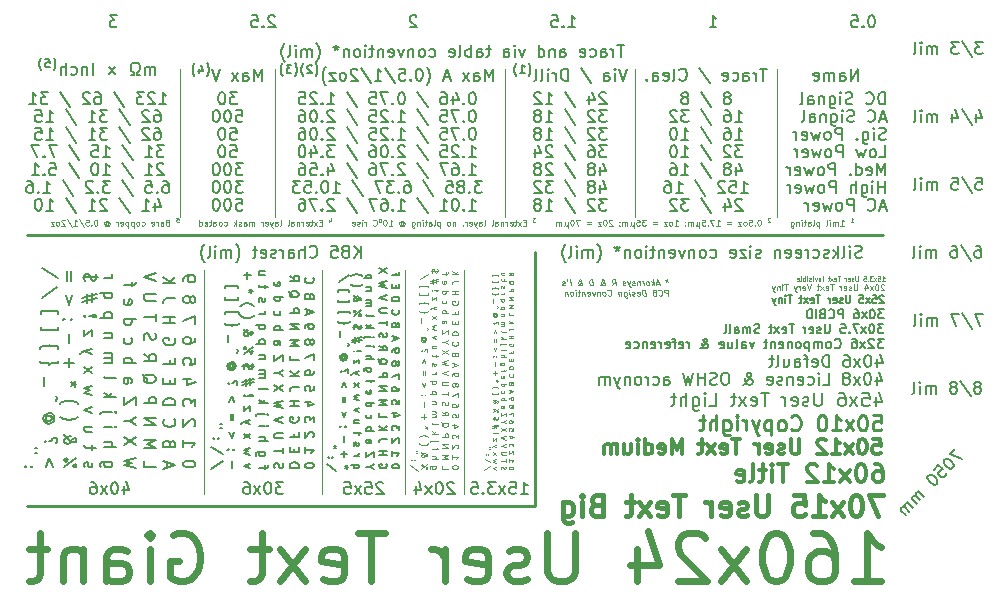
<source format=gbo>
G04 #@! TF.GenerationSoftware,KiCad,Pcbnew,5.1.6-c6e7f7d~87~ubuntu18.04.1*
G04 #@! TF.CreationDate,2020-08-01T12:19:59+02:00*
G04 #@! TF.ProjectId,pcbid-card,70636269-642d-4636-9172-642e6b696361,v1.0*
G04 #@! TF.SameCoordinates,Original*
G04 #@! TF.FileFunction,Legend,Bot*
G04 #@! TF.FilePolarity,Positive*
%FSLAX46Y46*%
G04 Gerber Fmt 4.6, Leading zero omitted, Abs format (unit mm)*
G04 Created by KiCad (PCBNEW 5.1.6-c6e7f7d~87~ubuntu18.04.1) date 2020-08-01 12:19:59*
%MOMM*%
%LPD*%
G01*
G04 APERTURE LIST*
%ADD10C,0.101600*%
%ADD11C,0.152400*%
%ADD12C,0.120000*%
%ADD13C,0.254000*%
%ADD14C,0.127000*%
%ADD15C,0.088900*%
%ADD16C,0.304800*%
%ADD17C,0.203200*%
%ADD18C,0.609600*%
%ADD19C,0.381000*%
%ADD20C,0.190500*%
G04 APERTURE END LIST*
D10*
X55673912Y-26790009D02*
X55689031Y-26910961D01*
X55803936Y-26862580D02*
X55689031Y-26910961D01*
X55562031Y-26862580D01*
X55773698Y-27007723D02*
X55689031Y-26910961D01*
X55628555Y-27007723D01*
X55041936Y-27152866D02*
X54800031Y-27152866D01*
X55108460Y-27298009D02*
X54875626Y-26790009D01*
X54769793Y-27298009D01*
X54600459Y-27298009D02*
X54536959Y-26790009D01*
X54527888Y-27104485D02*
X54406936Y-27298009D01*
X54364602Y-26959342D02*
X54582317Y-27152866D01*
X54116650Y-27298009D02*
X54162007Y-27273819D01*
X54183174Y-27249628D01*
X54201317Y-27201247D01*
X54183174Y-27056104D01*
X54152936Y-27007723D01*
X54125721Y-26983533D01*
X54074317Y-26959342D01*
X54001745Y-26959342D01*
X53956388Y-26983533D01*
X53935221Y-27007723D01*
X53917079Y-27056104D01*
X53935221Y-27201247D01*
X53965459Y-27249628D01*
X53992674Y-27273819D01*
X54044079Y-27298009D01*
X54116650Y-27298009D01*
X53729602Y-27298009D02*
X53687269Y-26959342D01*
X53699364Y-27056104D02*
X53669126Y-27007723D01*
X53641912Y-26983533D01*
X53590507Y-26959342D01*
X53542126Y-26959342D01*
X53372793Y-26959342D02*
X53415126Y-27298009D01*
X53378840Y-27007723D02*
X53351626Y-26983533D01*
X53300221Y-26959342D01*
X53227650Y-26959342D01*
X53182293Y-26983533D01*
X53164150Y-27031914D01*
X53197412Y-27298009D01*
X52976674Y-27273819D02*
X52931317Y-27298009D01*
X52834555Y-27298009D01*
X52783150Y-27273819D01*
X52752912Y-27225438D01*
X52749888Y-27201247D01*
X52768031Y-27152866D01*
X52813388Y-27128676D01*
X52885960Y-27128676D01*
X52931317Y-27104485D01*
X52949459Y-27056104D01*
X52946436Y-27031914D01*
X52916198Y-26983533D01*
X52864793Y-26959342D01*
X52792221Y-26959342D01*
X52746864Y-26983533D01*
X52550317Y-26959342D02*
X52471698Y-27298009D01*
X52308412Y-26959342D02*
X52471698Y-27298009D01*
X52535198Y-27418961D01*
X52562412Y-27443152D01*
X52613817Y-27467342D01*
X52178388Y-27273819D02*
X52133031Y-27298009D01*
X52036269Y-27298009D01*
X51984864Y-27273819D01*
X51954626Y-27225438D01*
X51951602Y-27201247D01*
X51969745Y-27152866D01*
X52015102Y-27128676D01*
X52087674Y-27128676D01*
X52133031Y-27104485D01*
X52151174Y-27056104D01*
X52148150Y-27031914D01*
X52117912Y-26983533D01*
X52066507Y-26959342D01*
X51993936Y-26959342D01*
X51948579Y-26983533D01*
X51068650Y-27298009D02*
X51207745Y-27056104D01*
X51358936Y-27298009D02*
X51295436Y-26790009D01*
X51101912Y-26790009D01*
X51056555Y-26814200D01*
X51035388Y-26838390D01*
X51017245Y-26886771D01*
X51026317Y-26959342D01*
X51056555Y-27007723D01*
X51083769Y-27031914D01*
X51135174Y-27056104D01*
X51328698Y-27056104D01*
X50052650Y-27298009D02*
X50076840Y-27298009D01*
X50122198Y-27273819D01*
X50185698Y-27201247D01*
X50288507Y-27056104D01*
X50327817Y-26983533D01*
X50342936Y-26910961D01*
X50336888Y-26862580D01*
X50306650Y-26814200D01*
X50255245Y-26790009D01*
X50231055Y-26790009D01*
X50185698Y-26814200D01*
X50167555Y-26862580D01*
X50170579Y-26886771D01*
X50200817Y-26935152D01*
X50228031Y-26959342D01*
X50385269Y-27056104D01*
X50412483Y-27080295D01*
X50442721Y-27128676D01*
X50451793Y-27201247D01*
X50433650Y-27249628D01*
X50412483Y-27273819D01*
X50367126Y-27298009D01*
X50294555Y-27298009D01*
X50243150Y-27273819D01*
X50215936Y-27249628D01*
X50131269Y-27152866D01*
X50098007Y-27080295D01*
X50091959Y-27031914D01*
X49447888Y-27298009D02*
X49384388Y-26790009D01*
X49263436Y-26790009D01*
X49193888Y-26814200D01*
X49151555Y-26862580D01*
X49133412Y-26910961D01*
X49121317Y-27007723D01*
X49130388Y-27080295D01*
X49166674Y-27177057D01*
X49196912Y-27225438D01*
X49251340Y-27273819D01*
X49326936Y-27298009D01*
X49447888Y-27298009D01*
X48141602Y-27298009D02*
X48165793Y-27298009D01*
X48211150Y-27273819D01*
X48274650Y-27201247D01*
X48377459Y-27056104D01*
X48416769Y-26983533D01*
X48431888Y-26910961D01*
X48425840Y-26862580D01*
X48395602Y-26814200D01*
X48344198Y-26790009D01*
X48320007Y-26790009D01*
X48274650Y-26814200D01*
X48256507Y-26862580D01*
X48259531Y-26886771D01*
X48289769Y-26935152D01*
X48316983Y-26959342D01*
X48474221Y-27056104D01*
X48501436Y-27080295D01*
X48531674Y-27128676D01*
X48540745Y-27201247D01*
X48522602Y-27249628D01*
X48501436Y-27273819D01*
X48456079Y-27298009D01*
X48383507Y-27298009D01*
X48332102Y-27273819D01*
X48304888Y-27249628D01*
X48220221Y-27152866D01*
X48186959Y-27080295D01*
X48180912Y-27031914D01*
X47536840Y-27298009D02*
X47473340Y-26790009D01*
X47207245Y-26790009D02*
X47267721Y-26886771D01*
X47074198Y-27273819D02*
X47028840Y-27298009D01*
X46932079Y-27298009D01*
X46880674Y-27273819D01*
X46850436Y-27225438D01*
X46847412Y-27201247D01*
X46865555Y-27152866D01*
X46910912Y-27128676D01*
X46983483Y-27128676D01*
X47028840Y-27104485D01*
X47046983Y-27056104D01*
X47043959Y-27031914D01*
X47013721Y-26983533D01*
X46962317Y-26959342D01*
X46889745Y-26959342D01*
X46844388Y-26983533D01*
X55809983Y-28161609D02*
X55746483Y-27653609D01*
X55552960Y-27653609D01*
X55507602Y-27677800D01*
X55486436Y-27701990D01*
X55468293Y-27750371D01*
X55477364Y-27822942D01*
X55507602Y-27871323D01*
X55534817Y-27895514D01*
X55586221Y-27919704D01*
X55779745Y-27919704D01*
X55005650Y-28113228D02*
X55032864Y-28137419D01*
X55108460Y-28161609D01*
X55156840Y-28161609D01*
X55226388Y-28137419D01*
X55268721Y-28089038D01*
X55286864Y-28040657D01*
X55298960Y-27943895D01*
X55289888Y-27871323D01*
X55253602Y-27774561D01*
X55223364Y-27726180D01*
X55168936Y-27677800D01*
X55093340Y-27653609D01*
X55044960Y-27653609D01*
X54975412Y-27677800D01*
X54954245Y-27701990D01*
X54591388Y-27895514D02*
X54521840Y-27919704D01*
X54500674Y-27943895D01*
X54482531Y-27992276D01*
X54491602Y-28064847D01*
X54521840Y-28113228D01*
X54549055Y-28137419D01*
X54600460Y-28161609D01*
X54793983Y-28161609D01*
X54730483Y-27653609D01*
X54561150Y-27653609D01*
X54515793Y-27677800D01*
X54494626Y-27701990D01*
X54476483Y-27750371D01*
X54482531Y-27798752D01*
X54512769Y-27847133D01*
X54539983Y-27871323D01*
X54591388Y-27895514D01*
X54760721Y-27895514D01*
X53898936Y-28161609D02*
X53835436Y-27653609D01*
X53714483Y-27653609D01*
X53644936Y-27677800D01*
X53602602Y-27726180D01*
X53584459Y-27774561D01*
X53572364Y-27871323D01*
X53581436Y-27943895D01*
X53617721Y-28040657D01*
X53647960Y-28089038D01*
X53702388Y-28137419D01*
X53777983Y-28161609D01*
X53898936Y-28161609D01*
X53194388Y-28137419D02*
X53245793Y-28161609D01*
X53342555Y-28161609D01*
X53387912Y-28137419D01*
X53406055Y-28089038D01*
X53381864Y-27895514D01*
X53351626Y-27847133D01*
X53300221Y-27822942D01*
X53203460Y-27822942D01*
X53158102Y-27847133D01*
X53139959Y-27895514D01*
X53146007Y-27943895D01*
X53393960Y-27992276D01*
X52976674Y-28137419D02*
X52931317Y-28161609D01*
X52834555Y-28161609D01*
X52783150Y-28137419D01*
X52752912Y-28089038D01*
X52749888Y-28064847D01*
X52768031Y-28016466D01*
X52813388Y-27992276D01*
X52885960Y-27992276D01*
X52931317Y-27968085D01*
X52949459Y-27919704D01*
X52946436Y-27895514D01*
X52916198Y-27847133D01*
X52864793Y-27822942D01*
X52792221Y-27822942D01*
X52746864Y-27847133D01*
X52544269Y-28161609D02*
X52501936Y-27822942D01*
X52480769Y-27653609D02*
X52507983Y-27677800D01*
X52486817Y-27701990D01*
X52459602Y-27677800D01*
X52480769Y-27653609D01*
X52486817Y-27701990D01*
X52042317Y-27822942D02*
X52093721Y-28234180D01*
X52123959Y-28282561D01*
X52151174Y-28306752D01*
X52202579Y-28330942D01*
X52275150Y-28330942D01*
X52320507Y-28306752D01*
X52081626Y-28137419D02*
X52133031Y-28161609D01*
X52229793Y-28161609D01*
X52275150Y-28137419D01*
X52296317Y-28113228D01*
X52314459Y-28064847D01*
X52296317Y-27919704D01*
X52266079Y-27871323D01*
X52238864Y-27847133D01*
X52187459Y-27822942D01*
X52090698Y-27822942D01*
X52045340Y-27847133D01*
X51800412Y-27822942D02*
X51842745Y-28161609D01*
X51806459Y-27871323D02*
X51779245Y-27847133D01*
X51727840Y-27822942D01*
X51655269Y-27822942D01*
X51609912Y-27847133D01*
X51591769Y-27895514D01*
X51625031Y-28161609D01*
X50699745Y-28113228D02*
X50726959Y-28137419D01*
X50802555Y-28161609D01*
X50850936Y-28161609D01*
X50920483Y-28137419D01*
X50962817Y-28089038D01*
X50980959Y-28040657D01*
X50993055Y-27943895D01*
X50983983Y-27871323D01*
X50947698Y-27774561D01*
X50917459Y-27726180D01*
X50863031Y-27677800D01*
X50787436Y-27653609D01*
X50739055Y-27653609D01*
X50669507Y-27677800D01*
X50648340Y-27701990D01*
X50415507Y-28161609D02*
X50460864Y-28137419D01*
X50482031Y-28113228D01*
X50500174Y-28064847D01*
X50482031Y-27919704D01*
X50451793Y-27871323D01*
X50424579Y-27847133D01*
X50373174Y-27822942D01*
X50300602Y-27822942D01*
X50255245Y-27847133D01*
X50234079Y-27871323D01*
X50215936Y-27919704D01*
X50234079Y-28064847D01*
X50264317Y-28113228D01*
X50291531Y-28137419D01*
X50342936Y-28161609D01*
X50415507Y-28161609D01*
X49986126Y-27822942D02*
X50028459Y-28161609D01*
X49992174Y-27871323D02*
X49964959Y-27847133D01*
X49913555Y-27822942D01*
X49840983Y-27822942D01*
X49795626Y-27847133D01*
X49777483Y-27895514D01*
X49810745Y-28161609D01*
X49574888Y-27822942D02*
X49496269Y-28161609D01*
X49332983Y-27822942D01*
X48985245Y-28137419D02*
X49036650Y-28161609D01*
X49133412Y-28161609D01*
X49178769Y-28137419D01*
X49196912Y-28089038D01*
X49172721Y-27895514D01*
X49142483Y-27847133D01*
X49091079Y-27822942D01*
X48994317Y-27822942D01*
X48948959Y-27847133D01*
X48930817Y-27895514D01*
X48936864Y-27943895D01*
X49184817Y-27992276D01*
X48704031Y-27822942D02*
X48746364Y-28161609D01*
X48710079Y-27871323D02*
X48682864Y-27847133D01*
X48631459Y-27822942D01*
X48558888Y-27822942D01*
X48513531Y-27847133D01*
X48495388Y-27895514D01*
X48528650Y-28161609D01*
X48316983Y-27822942D02*
X48123459Y-27822942D01*
X48223245Y-27653609D02*
X48277674Y-28089038D01*
X48259531Y-28137419D01*
X48214174Y-28161609D01*
X48165793Y-28161609D01*
X47996459Y-28161609D02*
X47954126Y-27822942D01*
X47932959Y-27653609D02*
X47960174Y-27677800D01*
X47939007Y-27701990D01*
X47911793Y-27677800D01*
X47932959Y-27653609D01*
X47939007Y-27701990D01*
X47681983Y-28161609D02*
X47727340Y-28137419D01*
X47748507Y-28113228D01*
X47766650Y-28064847D01*
X47748507Y-27919704D01*
X47718269Y-27871323D01*
X47691055Y-27847133D01*
X47639650Y-27822942D01*
X47567079Y-27822942D01*
X47521721Y-27847133D01*
X47500555Y-27871323D01*
X47482412Y-27919704D01*
X47500555Y-28064847D01*
X47530793Y-28113228D01*
X47558007Y-28137419D01*
X47609412Y-28161609D01*
X47681983Y-28161609D01*
X47252602Y-27822942D02*
X47294936Y-28161609D01*
X47258650Y-27871323D02*
X47231436Y-27847133D01*
X47180031Y-27822942D01*
X47107459Y-27822942D01*
X47062102Y-27847133D01*
X47043959Y-27895514D01*
X47077221Y-28161609D01*
D11*
X12338095Y-12443619D02*
X12531619Y-12443619D01*
X12628380Y-12492000D01*
X12676761Y-12540380D01*
X12773523Y-12685523D01*
X12821904Y-12879047D01*
X12821904Y-13266095D01*
X12773523Y-13362857D01*
X12725142Y-13411238D01*
X12628380Y-13459619D01*
X12434857Y-13459619D01*
X12338095Y-13411238D01*
X12289714Y-13362857D01*
X12241333Y-13266095D01*
X12241333Y-13024190D01*
X12289714Y-12927428D01*
X12338095Y-12879047D01*
X12434857Y-12830666D01*
X12628380Y-12830666D01*
X12725142Y-12879047D01*
X12773523Y-12927428D01*
X12821904Y-13024190D01*
X11854285Y-12540380D02*
X11805904Y-12492000D01*
X11709142Y-12443619D01*
X11467238Y-12443619D01*
X11370476Y-12492000D01*
X11322095Y-12540380D01*
X11273714Y-12637142D01*
X11273714Y-12733904D01*
X11322095Y-12879047D01*
X11902666Y-13459619D01*
X11273714Y-13459619D01*
X9338476Y-12395238D02*
X10209333Y-13701523D01*
X8322476Y-12443619D02*
X7693523Y-12443619D01*
X8032190Y-12830666D01*
X7887047Y-12830666D01*
X7790285Y-12879047D01*
X7741904Y-12927428D01*
X7693523Y-13024190D01*
X7693523Y-13266095D01*
X7741904Y-13362857D01*
X7790285Y-13411238D01*
X7887047Y-13459619D01*
X8177333Y-13459619D01*
X8274095Y-13411238D01*
X8322476Y-13362857D01*
X6725904Y-13459619D02*
X7306476Y-13459619D01*
X7016190Y-13459619D02*
X7016190Y-12443619D01*
X7112952Y-12588761D01*
X7209714Y-12685523D01*
X7306476Y-12733904D01*
X4790666Y-12395238D02*
X5661523Y-13701523D01*
X3145714Y-13459619D02*
X3726285Y-13459619D01*
X3436000Y-13459619D02*
X3436000Y-12443619D01*
X3532761Y-12588761D01*
X3629523Y-12685523D01*
X3726285Y-12733904D01*
X2226476Y-12443619D02*
X2710285Y-12443619D01*
X2758666Y-12927428D01*
X2710285Y-12879047D01*
X2613523Y-12830666D01*
X2371619Y-12830666D01*
X2274857Y-12879047D01*
X2226476Y-12927428D01*
X2178095Y-13024190D01*
X2178095Y-13266095D01*
X2226476Y-13362857D01*
X2274857Y-13411238D01*
X2371619Y-13459619D01*
X2613523Y-13459619D01*
X2710285Y-13411238D01*
X2758666Y-13362857D01*
X12338095Y-20282285D02*
X12338095Y-20959619D01*
X12580000Y-19895238D02*
X12821904Y-20620952D01*
X12192952Y-20620952D01*
X11273714Y-20959619D02*
X11854285Y-20959619D01*
X11564000Y-20959619D02*
X11564000Y-19943619D01*
X11660761Y-20088761D01*
X11757523Y-20185523D01*
X11854285Y-20233904D01*
X9338476Y-19895238D02*
X10209333Y-21201523D01*
X8274095Y-20040380D02*
X8225714Y-19992000D01*
X8128952Y-19943619D01*
X7887047Y-19943619D01*
X7790285Y-19992000D01*
X7741904Y-20040380D01*
X7693523Y-20137142D01*
X7693523Y-20233904D01*
X7741904Y-20379047D01*
X8322476Y-20959619D01*
X7693523Y-20959619D01*
X6725904Y-20959619D02*
X7306476Y-20959619D01*
X7016190Y-20959619D02*
X7016190Y-19943619D01*
X7112952Y-20088761D01*
X7209714Y-20185523D01*
X7306476Y-20233904D01*
X4790666Y-19895238D02*
X5661523Y-21201523D01*
X3145714Y-20959619D02*
X3726285Y-20959619D01*
X3436000Y-20959619D02*
X3436000Y-19943619D01*
X3532761Y-20088761D01*
X3629523Y-20185523D01*
X3726285Y-20233904D01*
X2516761Y-19943619D02*
X2420000Y-19943619D01*
X2323238Y-19992000D01*
X2274857Y-20040380D01*
X2226476Y-20137142D01*
X2178095Y-20330666D01*
X2178095Y-20572571D01*
X2226476Y-20766095D01*
X2274857Y-20862857D01*
X2323238Y-20911238D01*
X2420000Y-20959619D01*
X2516761Y-20959619D01*
X2613523Y-20911238D01*
X2661904Y-20862857D01*
X2710285Y-20766095D01*
X2758666Y-20572571D01*
X2758666Y-20330666D01*
X2710285Y-20137142D01*
X2661904Y-20040380D01*
X2613523Y-19992000D01*
X2516761Y-19943619D01*
X12725142Y-11959619D02*
X13305714Y-11959619D01*
X13015428Y-11959619D02*
X13015428Y-10943619D01*
X13112190Y-11088761D01*
X13208952Y-11185523D01*
X13305714Y-11233904D01*
X12338095Y-11040380D02*
X12289714Y-10992000D01*
X12192952Y-10943619D01*
X11951047Y-10943619D01*
X11854285Y-10992000D01*
X11805904Y-11040380D01*
X11757523Y-11137142D01*
X11757523Y-11233904D01*
X11805904Y-11379047D01*
X12386476Y-11959619D01*
X11757523Y-11959619D01*
X11418857Y-10943619D02*
X10789904Y-10943619D01*
X11128571Y-11330666D01*
X10983428Y-11330666D01*
X10886666Y-11379047D01*
X10838285Y-11427428D01*
X10789904Y-11524190D01*
X10789904Y-11766095D01*
X10838285Y-11862857D01*
X10886666Y-11911238D01*
X10983428Y-11959619D01*
X11273714Y-11959619D01*
X11370476Y-11911238D01*
X11418857Y-11862857D01*
X8854666Y-10895238D02*
X9725523Y-12201523D01*
X7306476Y-10943619D02*
X7499999Y-10943619D01*
X7596761Y-10992000D01*
X7645142Y-11040380D01*
X7741904Y-11185523D01*
X7790285Y-11379047D01*
X7790285Y-11766095D01*
X7741904Y-11862857D01*
X7693523Y-11911238D01*
X7596761Y-11959619D01*
X7403238Y-11959619D01*
X7306476Y-11911238D01*
X7258095Y-11862857D01*
X7209714Y-11766095D01*
X7209714Y-11524190D01*
X7258095Y-11427428D01*
X7306476Y-11379047D01*
X7403238Y-11330666D01*
X7596761Y-11330666D01*
X7693523Y-11379047D01*
X7741904Y-11427428D01*
X7790285Y-11524190D01*
X6822666Y-11040380D02*
X6774285Y-10992000D01*
X6677523Y-10943619D01*
X6435619Y-10943619D01*
X6338857Y-10992000D01*
X6290476Y-11040380D01*
X6242095Y-11137142D01*
X6242095Y-11233904D01*
X6290476Y-11379047D01*
X6871047Y-11959619D01*
X6242095Y-11959619D01*
X4306857Y-10895238D02*
X5177714Y-12201523D01*
X3290857Y-10943619D02*
X2661904Y-10943619D01*
X3000571Y-11330666D01*
X2855428Y-11330666D01*
X2758666Y-11379047D01*
X2710285Y-11427428D01*
X2661904Y-11524190D01*
X2661904Y-11766095D01*
X2710285Y-11862857D01*
X2758666Y-11911238D01*
X2855428Y-11959619D01*
X3145714Y-11959619D01*
X3242476Y-11911238D01*
X3290857Y-11862857D01*
X1694285Y-11959619D02*
X2274857Y-11959619D01*
X1984571Y-11959619D02*
X1984571Y-10943619D01*
X2081333Y-11088761D01*
X2178095Y-11185523D01*
X2274857Y-11233904D01*
X12338095Y-13943619D02*
X12531619Y-13943619D01*
X12628380Y-13992000D01*
X12676761Y-14040380D01*
X12773523Y-14185523D01*
X12821904Y-14379047D01*
X12821904Y-14766095D01*
X12773523Y-14862857D01*
X12725142Y-14911238D01*
X12628380Y-14959619D01*
X12434857Y-14959619D01*
X12338095Y-14911238D01*
X12289714Y-14862857D01*
X12241333Y-14766095D01*
X12241333Y-14524190D01*
X12289714Y-14427428D01*
X12338095Y-14379047D01*
X12434857Y-14330666D01*
X12628380Y-14330666D01*
X12725142Y-14379047D01*
X12773523Y-14427428D01*
X12821904Y-14524190D01*
X11854285Y-14040380D02*
X11805904Y-13992000D01*
X11709142Y-13943619D01*
X11467238Y-13943619D01*
X11370476Y-13992000D01*
X11322095Y-14040380D01*
X11273714Y-14137142D01*
X11273714Y-14233904D01*
X11322095Y-14379047D01*
X11902666Y-14959619D01*
X11273714Y-14959619D01*
X9338476Y-13895238D02*
X10209333Y-15201523D01*
X8322476Y-13943619D02*
X7693523Y-13943619D01*
X8032190Y-14330666D01*
X7887047Y-14330666D01*
X7790285Y-14379047D01*
X7741904Y-14427428D01*
X7693523Y-14524190D01*
X7693523Y-14766095D01*
X7741904Y-14862857D01*
X7790285Y-14911238D01*
X7887047Y-14959619D01*
X8177333Y-14959619D01*
X8274095Y-14911238D01*
X8322476Y-14862857D01*
X6725904Y-14959619D02*
X7306476Y-14959619D01*
X7016190Y-14959619D02*
X7016190Y-13943619D01*
X7112952Y-14088761D01*
X7209714Y-14185523D01*
X7306476Y-14233904D01*
X4790666Y-13895238D02*
X5661523Y-15201523D01*
X3145714Y-14959619D02*
X3726285Y-14959619D01*
X3436000Y-14959619D02*
X3436000Y-13943619D01*
X3532761Y-14088761D01*
X3629523Y-14185523D01*
X3726285Y-14233904D01*
X2226476Y-13943619D02*
X2710285Y-13943619D01*
X2758666Y-14427428D01*
X2710285Y-14379047D01*
X2613523Y-14330666D01*
X2371619Y-14330666D01*
X2274857Y-14379047D01*
X2226476Y-14427428D01*
X2178095Y-14524190D01*
X2178095Y-14766095D01*
X2226476Y-14862857D01*
X2274857Y-14911238D01*
X2371619Y-14959619D01*
X2613523Y-14959619D01*
X2710285Y-14911238D01*
X2758666Y-14862857D01*
X13112190Y-15443619D02*
X12483238Y-15443619D01*
X12821904Y-15830666D01*
X12676761Y-15830666D01*
X12580000Y-15879047D01*
X12531619Y-15927428D01*
X12483238Y-16024190D01*
X12483238Y-16266095D01*
X12531619Y-16362857D01*
X12580000Y-16411238D01*
X12676761Y-16459619D01*
X12967047Y-16459619D01*
X13063809Y-16411238D01*
X13112190Y-16362857D01*
X11515619Y-16459619D02*
X12096190Y-16459619D01*
X11805904Y-16459619D02*
X11805904Y-15443619D01*
X11902666Y-15588761D01*
X11999428Y-15685523D01*
X12096190Y-15733904D01*
X9580380Y-15395238D02*
X10451238Y-16701523D01*
X7935428Y-16459619D02*
X8515999Y-16459619D01*
X8225714Y-16459619D02*
X8225714Y-15443619D01*
X8322476Y-15588761D01*
X8419238Y-15685523D01*
X8515999Y-15733904D01*
X7016190Y-15443619D02*
X7499999Y-15443619D01*
X7548380Y-15927428D01*
X7499999Y-15879047D01*
X7403238Y-15830666D01*
X7161333Y-15830666D01*
X7064571Y-15879047D01*
X7016190Y-15927428D01*
X6967809Y-16024190D01*
X6967809Y-16266095D01*
X7016190Y-16362857D01*
X7064571Y-16411238D01*
X7161333Y-16459619D01*
X7403238Y-16459619D01*
X7499999Y-16411238D01*
X7548380Y-16362857D01*
X5032571Y-15395238D02*
X5903428Y-16701523D01*
X4016571Y-15443619D02*
X3339238Y-15443619D01*
X3774666Y-16459619D01*
X2952190Y-16362857D02*
X2903809Y-16411238D01*
X2952190Y-16459619D01*
X3000571Y-16411238D01*
X2952190Y-16362857D01*
X2952190Y-16459619D01*
X2565142Y-15443619D02*
X1887809Y-15443619D01*
X2323238Y-16459619D01*
X13063809Y-17040380D02*
X13015428Y-16992000D01*
X12918666Y-16943619D01*
X12676761Y-16943619D01*
X12580000Y-16992000D01*
X12531619Y-17040380D01*
X12483238Y-17137142D01*
X12483238Y-17233904D01*
X12531619Y-17379047D01*
X13112190Y-17959619D01*
X12483238Y-17959619D01*
X11515619Y-17959619D02*
X12096190Y-17959619D01*
X11805904Y-17959619D02*
X11805904Y-16943619D01*
X11902666Y-17088761D01*
X11999428Y-17185523D01*
X12096190Y-17233904D01*
X9580380Y-16895238D02*
X10451238Y-18201523D01*
X7935428Y-17959619D02*
X8515999Y-17959619D01*
X8225714Y-17959619D02*
X8225714Y-16943619D01*
X8322476Y-17088761D01*
X8419238Y-17185523D01*
X8515999Y-17233904D01*
X7306476Y-16943619D02*
X7209714Y-16943619D01*
X7112952Y-16992000D01*
X7064571Y-17040380D01*
X7016190Y-17137142D01*
X6967809Y-17330666D01*
X6967809Y-17572571D01*
X7016190Y-17766095D01*
X7064571Y-17862857D01*
X7112952Y-17911238D01*
X7209714Y-17959619D01*
X7306476Y-17959619D01*
X7403238Y-17911238D01*
X7451619Y-17862857D01*
X7499999Y-17766095D01*
X7548380Y-17572571D01*
X7548380Y-17330666D01*
X7499999Y-17137142D01*
X7451619Y-17040380D01*
X7403238Y-16992000D01*
X7306476Y-16943619D01*
X5032571Y-16895238D02*
X5903428Y-18201523D01*
X3435999Y-16943619D02*
X3919809Y-16943619D01*
X3968190Y-17427428D01*
X3919809Y-17379047D01*
X3823047Y-17330666D01*
X3581142Y-17330666D01*
X3484380Y-17379047D01*
X3435999Y-17427428D01*
X3387619Y-17524190D01*
X3387619Y-17766095D01*
X3435999Y-17862857D01*
X3484380Y-17911238D01*
X3581142Y-17959619D01*
X3823047Y-17959619D01*
X3919809Y-17911238D01*
X3968190Y-17862857D01*
X2952190Y-17862857D02*
X2903809Y-17911238D01*
X2952190Y-17959619D01*
X3000571Y-17911238D01*
X2952190Y-17862857D01*
X2952190Y-17959619D01*
X1936190Y-17959619D02*
X2516761Y-17959619D01*
X2226476Y-17959619D02*
X2226476Y-16943619D01*
X2323238Y-17088761D01*
X2419999Y-17185523D01*
X2516761Y-17233904D01*
X13063809Y-18443619D02*
X13257333Y-18443619D01*
X13354095Y-18492000D01*
X13402476Y-18540380D01*
X13499238Y-18685523D01*
X13547619Y-18879047D01*
X13547619Y-19266095D01*
X13499238Y-19362857D01*
X13450857Y-19411238D01*
X13354095Y-19459619D01*
X13160571Y-19459619D01*
X13063809Y-19411238D01*
X13015428Y-19362857D01*
X12967047Y-19266095D01*
X12967047Y-19024190D01*
X13015428Y-18927428D01*
X13063809Y-18879047D01*
X13160571Y-18830666D01*
X13354095Y-18830666D01*
X13450857Y-18879047D01*
X13499238Y-18927428D01*
X13547619Y-19024190D01*
X12531619Y-19362857D02*
X12483238Y-19411238D01*
X12531619Y-19459619D01*
X12580000Y-19411238D01*
X12531619Y-19362857D01*
X12531619Y-19459619D01*
X11564000Y-18443619D02*
X12047809Y-18443619D01*
X12096190Y-18927428D01*
X12047809Y-18879047D01*
X11951047Y-18830666D01*
X11709142Y-18830666D01*
X11612380Y-18879047D01*
X11564000Y-18927428D01*
X11515619Y-19024190D01*
X11515619Y-19266095D01*
X11564000Y-19362857D01*
X11612380Y-19411238D01*
X11709142Y-19459619D01*
X11951047Y-19459619D01*
X12047809Y-19411238D01*
X12096190Y-19362857D01*
X9580380Y-18395238D02*
X10451238Y-19701523D01*
X8564380Y-18443619D02*
X7935428Y-18443619D01*
X8274095Y-18830666D01*
X8128952Y-18830666D01*
X8032190Y-18879047D01*
X7983809Y-18927428D01*
X7935428Y-19024190D01*
X7935428Y-19266095D01*
X7983809Y-19362857D01*
X8032190Y-19411238D01*
X8128952Y-19459619D01*
X8419238Y-19459619D01*
X8516000Y-19411238D01*
X8564380Y-19362857D01*
X7500000Y-19362857D02*
X7451619Y-19411238D01*
X7500000Y-19459619D01*
X7548380Y-19411238D01*
X7500000Y-19362857D01*
X7500000Y-19459619D01*
X7064571Y-18540380D02*
X7016190Y-18492000D01*
X6919428Y-18443619D01*
X6677523Y-18443619D01*
X6580761Y-18492000D01*
X6532380Y-18540380D01*
X6484000Y-18637142D01*
X6484000Y-18733904D01*
X6532380Y-18879047D01*
X7112952Y-19459619D01*
X6484000Y-19459619D01*
X4548761Y-18395238D02*
X5419619Y-19701523D01*
X2903809Y-19459619D02*
X3484380Y-19459619D01*
X3194095Y-19459619D02*
X3194095Y-18443619D01*
X3290857Y-18588761D01*
X3387619Y-18685523D01*
X3484380Y-18733904D01*
X2468380Y-19362857D02*
X2420000Y-19411238D01*
X2468380Y-19459619D01*
X2516761Y-19411238D01*
X2468380Y-19362857D01*
X2468380Y-19459619D01*
X1549142Y-18443619D02*
X1742666Y-18443619D01*
X1839428Y-18492000D01*
X1887809Y-18540380D01*
X1984571Y-18685523D01*
X2032952Y-18879047D01*
X2032952Y-19266095D01*
X1984571Y-19362857D01*
X1936190Y-19411238D01*
X1839428Y-19459619D01*
X1645904Y-19459619D01*
X1549142Y-19411238D01*
X1500761Y-19362857D01*
X1452380Y-19266095D01*
X1452380Y-19024190D01*
X1500761Y-18927428D01*
X1549142Y-18879047D01*
X1645904Y-18830666D01*
X1839428Y-18830666D01*
X1936190Y-18879047D01*
X1984571Y-18927428D01*
X2032952Y-19024190D01*
X19322476Y-10943619D02*
X18693523Y-10943619D01*
X19032190Y-11330666D01*
X18887047Y-11330666D01*
X18790285Y-11379047D01*
X18741904Y-11427428D01*
X18693523Y-11524190D01*
X18693523Y-11766095D01*
X18741904Y-11862857D01*
X18790285Y-11911238D01*
X18887047Y-11959619D01*
X19177333Y-11959619D01*
X19274095Y-11911238D01*
X19322476Y-11862857D01*
X18064571Y-10943619D02*
X17967809Y-10943619D01*
X17871047Y-10992000D01*
X17822666Y-11040380D01*
X17774285Y-11137142D01*
X17725904Y-11330666D01*
X17725904Y-11572571D01*
X17774285Y-11766095D01*
X17822666Y-11862857D01*
X17871047Y-11911238D01*
X17967809Y-11959619D01*
X18064571Y-11959619D01*
X18161333Y-11911238D01*
X18209714Y-11862857D01*
X18258095Y-11766095D01*
X18306476Y-11572571D01*
X18306476Y-11330666D01*
X18258095Y-11137142D01*
X18209714Y-11040380D01*
X18161333Y-10992000D01*
X18064571Y-10943619D01*
X19225714Y-19943619D02*
X19709523Y-19943619D01*
X19757904Y-20427428D01*
X19709523Y-20379047D01*
X19612761Y-20330666D01*
X19370857Y-20330666D01*
X19274095Y-20379047D01*
X19225714Y-20427428D01*
X19177333Y-20524190D01*
X19177333Y-20766095D01*
X19225714Y-20862857D01*
X19274095Y-20911238D01*
X19370857Y-20959619D01*
X19612761Y-20959619D01*
X19709523Y-20911238D01*
X19757904Y-20862857D01*
X18548380Y-19943619D02*
X18451619Y-19943619D01*
X18354857Y-19992000D01*
X18306476Y-20040380D01*
X18258095Y-20137142D01*
X18209714Y-20330666D01*
X18209714Y-20572571D01*
X18258095Y-20766095D01*
X18306476Y-20862857D01*
X18354857Y-20911238D01*
X18451619Y-20959619D01*
X18548380Y-20959619D01*
X18645142Y-20911238D01*
X18693523Y-20862857D01*
X18741904Y-20766095D01*
X18790285Y-20572571D01*
X18790285Y-20330666D01*
X18741904Y-20137142D01*
X18693523Y-20040380D01*
X18645142Y-19992000D01*
X18548380Y-19943619D01*
X17580761Y-19943619D02*
X17484000Y-19943619D01*
X17387238Y-19992000D01*
X17338857Y-20040380D01*
X17290476Y-20137142D01*
X17242095Y-20330666D01*
X17242095Y-20572571D01*
X17290476Y-20766095D01*
X17338857Y-20862857D01*
X17387238Y-20911238D01*
X17484000Y-20959619D01*
X17580761Y-20959619D01*
X17677523Y-20911238D01*
X17725904Y-20862857D01*
X17774285Y-20766095D01*
X17822666Y-20572571D01*
X17822666Y-20330666D01*
X17774285Y-20137142D01*
X17725904Y-20040380D01*
X17677523Y-19992000D01*
X17580761Y-19943619D01*
X18741904Y-15443619D02*
X19225714Y-15443619D01*
X19274095Y-15927428D01*
X19225714Y-15879047D01*
X19128952Y-15830666D01*
X18887047Y-15830666D01*
X18790285Y-15879047D01*
X18741904Y-15927428D01*
X18693523Y-16024190D01*
X18693523Y-16266095D01*
X18741904Y-16362857D01*
X18790285Y-16411238D01*
X18887047Y-16459619D01*
X19128952Y-16459619D01*
X19225714Y-16411238D01*
X19274095Y-16362857D01*
X18064571Y-15443619D02*
X17967809Y-15443619D01*
X17871047Y-15492000D01*
X17822666Y-15540380D01*
X17774285Y-15637142D01*
X17725904Y-15830666D01*
X17725904Y-16072571D01*
X17774285Y-16266095D01*
X17822666Y-16362857D01*
X17871047Y-16411238D01*
X17967809Y-16459619D01*
X18064571Y-16459619D01*
X18161333Y-16411238D01*
X18209714Y-16362857D01*
X18258095Y-16266095D01*
X18306476Y-16072571D01*
X18306476Y-15830666D01*
X18258095Y-15637142D01*
X18209714Y-15540380D01*
X18161333Y-15492000D01*
X18064571Y-15443619D01*
X19225714Y-12443619D02*
X19709523Y-12443619D01*
X19757904Y-12927428D01*
X19709523Y-12879047D01*
X19612761Y-12830666D01*
X19370857Y-12830666D01*
X19274095Y-12879047D01*
X19225714Y-12927428D01*
X19177333Y-13024190D01*
X19177333Y-13266095D01*
X19225714Y-13362857D01*
X19274095Y-13411238D01*
X19370857Y-13459619D01*
X19612761Y-13459619D01*
X19709523Y-13411238D01*
X19757904Y-13362857D01*
X18548380Y-12443619D02*
X18451619Y-12443619D01*
X18354857Y-12492000D01*
X18306476Y-12540380D01*
X18258095Y-12637142D01*
X18209714Y-12830666D01*
X18209714Y-13072571D01*
X18258095Y-13266095D01*
X18306476Y-13362857D01*
X18354857Y-13411238D01*
X18451619Y-13459619D01*
X18548380Y-13459619D01*
X18645142Y-13411238D01*
X18693523Y-13362857D01*
X18741904Y-13266095D01*
X18790285Y-13072571D01*
X18790285Y-12830666D01*
X18741904Y-12637142D01*
X18693523Y-12540380D01*
X18645142Y-12492000D01*
X18548380Y-12443619D01*
X17580761Y-12443619D02*
X17484000Y-12443619D01*
X17387238Y-12492000D01*
X17338857Y-12540380D01*
X17290476Y-12637142D01*
X17242095Y-12830666D01*
X17242095Y-13072571D01*
X17290476Y-13266095D01*
X17338857Y-13362857D01*
X17387238Y-13411238D01*
X17484000Y-13459619D01*
X17580761Y-13459619D01*
X17677523Y-13411238D01*
X17725904Y-13362857D01*
X17774285Y-13266095D01*
X17822666Y-13072571D01*
X17822666Y-12830666D01*
X17774285Y-12637142D01*
X17725904Y-12540380D01*
X17677523Y-12492000D01*
X17580761Y-12443619D01*
X19806285Y-18443619D02*
X19177333Y-18443619D01*
X19516000Y-18830666D01*
X19370857Y-18830666D01*
X19274095Y-18879047D01*
X19225714Y-18927428D01*
X19177333Y-19024190D01*
X19177333Y-19266095D01*
X19225714Y-19362857D01*
X19274095Y-19411238D01*
X19370857Y-19459619D01*
X19661142Y-19459619D01*
X19757904Y-19411238D01*
X19806285Y-19362857D01*
X18548380Y-18443619D02*
X18451619Y-18443619D01*
X18354857Y-18492000D01*
X18306476Y-18540380D01*
X18258095Y-18637142D01*
X18209714Y-18830666D01*
X18209714Y-19072571D01*
X18258095Y-19266095D01*
X18306476Y-19362857D01*
X18354857Y-19411238D01*
X18451619Y-19459619D01*
X18548380Y-19459619D01*
X18645142Y-19411238D01*
X18693523Y-19362857D01*
X18741904Y-19266095D01*
X18790285Y-19072571D01*
X18790285Y-18830666D01*
X18741904Y-18637142D01*
X18693523Y-18540380D01*
X18645142Y-18492000D01*
X18548380Y-18443619D01*
X17580761Y-18443619D02*
X17484000Y-18443619D01*
X17387238Y-18492000D01*
X17338857Y-18540380D01*
X17290476Y-18637142D01*
X17242095Y-18830666D01*
X17242095Y-19072571D01*
X17290476Y-19266095D01*
X17338857Y-19362857D01*
X17387238Y-19411238D01*
X17484000Y-19459619D01*
X17580761Y-19459619D01*
X17677523Y-19411238D01*
X17725904Y-19362857D01*
X17774285Y-19266095D01*
X17822666Y-19072571D01*
X17822666Y-18830666D01*
X17774285Y-18637142D01*
X17725904Y-18540380D01*
X17677523Y-18492000D01*
X17580761Y-18443619D01*
X18741904Y-13943619D02*
X19225714Y-13943619D01*
X19274095Y-14427428D01*
X19225714Y-14379047D01*
X19128952Y-14330666D01*
X18887047Y-14330666D01*
X18790285Y-14379047D01*
X18741904Y-14427428D01*
X18693523Y-14524190D01*
X18693523Y-14766095D01*
X18741904Y-14862857D01*
X18790285Y-14911238D01*
X18887047Y-14959619D01*
X19128952Y-14959619D01*
X19225714Y-14911238D01*
X19274095Y-14862857D01*
X18064571Y-13943619D02*
X17967809Y-13943619D01*
X17871047Y-13992000D01*
X17822666Y-14040380D01*
X17774285Y-14137142D01*
X17725904Y-14330666D01*
X17725904Y-14572571D01*
X17774285Y-14766095D01*
X17822666Y-14862857D01*
X17871047Y-14911238D01*
X17967809Y-14959619D01*
X18064571Y-14959619D01*
X18161333Y-14911238D01*
X18209714Y-14862857D01*
X18258095Y-14766095D01*
X18306476Y-14572571D01*
X18306476Y-14330666D01*
X18258095Y-14137142D01*
X18209714Y-14040380D01*
X18161333Y-13992000D01*
X18064571Y-13943619D01*
X19806285Y-16943619D02*
X19177333Y-16943619D01*
X19516000Y-17330666D01*
X19370857Y-17330666D01*
X19274095Y-17379047D01*
X19225714Y-17427428D01*
X19177333Y-17524190D01*
X19177333Y-17766095D01*
X19225714Y-17862857D01*
X19274095Y-17911238D01*
X19370857Y-17959619D01*
X19661142Y-17959619D01*
X19757904Y-17911238D01*
X19806285Y-17862857D01*
X18548380Y-16943619D02*
X18451619Y-16943619D01*
X18354857Y-16992000D01*
X18306476Y-17040380D01*
X18258095Y-17137142D01*
X18209714Y-17330666D01*
X18209714Y-17572571D01*
X18258095Y-17766095D01*
X18306476Y-17862857D01*
X18354857Y-17911238D01*
X18451619Y-17959619D01*
X18548380Y-17959619D01*
X18645142Y-17911238D01*
X18693523Y-17862857D01*
X18741904Y-17766095D01*
X18790285Y-17572571D01*
X18790285Y-17330666D01*
X18741904Y-17137142D01*
X18693523Y-17040380D01*
X18645142Y-16992000D01*
X18548380Y-16943619D01*
X17580761Y-16943619D02*
X17484000Y-16943619D01*
X17387238Y-16992000D01*
X17338857Y-17040380D01*
X17290476Y-17137142D01*
X17242095Y-17330666D01*
X17242095Y-17572571D01*
X17290476Y-17766095D01*
X17338857Y-17862857D01*
X17387238Y-17911238D01*
X17484000Y-17959619D01*
X17580761Y-17959619D01*
X17677523Y-17911238D01*
X17725904Y-17862857D01*
X17774285Y-17766095D01*
X17822666Y-17572571D01*
X17822666Y-17330666D01*
X17774285Y-17137142D01*
X17725904Y-17040380D01*
X17677523Y-16992000D01*
X17580761Y-16943619D01*
X38918476Y-20959619D02*
X39499047Y-20959619D01*
X39208761Y-20959619D02*
X39208761Y-19943619D01*
X39305523Y-20088761D01*
X39402285Y-20185523D01*
X39499047Y-20233904D01*
X38483047Y-20862857D02*
X38434666Y-20911238D01*
X38483047Y-20959619D01*
X38531428Y-20911238D01*
X38483047Y-20862857D01*
X38483047Y-20959619D01*
X37805714Y-19943619D02*
X37708952Y-19943619D01*
X37612190Y-19992000D01*
X37563809Y-20040380D01*
X37515428Y-20137142D01*
X37467047Y-20330666D01*
X37467047Y-20572571D01*
X37515428Y-20766095D01*
X37563809Y-20862857D01*
X37612190Y-20911238D01*
X37708952Y-20959619D01*
X37805714Y-20959619D01*
X37902476Y-20911238D01*
X37950857Y-20862857D01*
X37999238Y-20766095D01*
X38047619Y-20572571D01*
X38047619Y-20330666D01*
X37999238Y-20137142D01*
X37950857Y-20040380D01*
X37902476Y-19992000D01*
X37805714Y-19943619D01*
X36499428Y-20959619D02*
X37080000Y-20959619D01*
X36789714Y-20959619D02*
X36789714Y-19943619D01*
X36886476Y-20088761D01*
X36983238Y-20185523D01*
X37080000Y-20233904D01*
X34564190Y-19895238D02*
X35435047Y-21201523D01*
X32919238Y-20959619D02*
X33499809Y-20959619D01*
X33209523Y-20959619D02*
X33209523Y-19943619D01*
X33306285Y-20088761D01*
X33403047Y-20185523D01*
X33499809Y-20233904D01*
X32483809Y-20862857D02*
X32435428Y-20911238D01*
X32483809Y-20959619D01*
X32532190Y-20911238D01*
X32483809Y-20862857D01*
X32483809Y-20959619D01*
X31564571Y-19943619D02*
X31758095Y-19943619D01*
X31854857Y-19992000D01*
X31903238Y-20040380D01*
X31999999Y-20185523D01*
X32048380Y-20379047D01*
X32048380Y-20766095D01*
X31999999Y-20862857D01*
X31951619Y-20911238D01*
X31854857Y-20959619D01*
X31661333Y-20959619D01*
X31564571Y-20911238D01*
X31516190Y-20862857D01*
X31467809Y-20766095D01*
X31467809Y-20524190D01*
X31516190Y-20427428D01*
X31564571Y-20379047D01*
X31661333Y-20330666D01*
X31854857Y-20330666D01*
X31951619Y-20379047D01*
X31999999Y-20427428D01*
X32048380Y-20524190D01*
X31129142Y-19943619D02*
X30451809Y-19943619D01*
X30887238Y-20959619D01*
X28564952Y-19895238D02*
X29435809Y-21201523D01*
X27500571Y-20040380D02*
X27452190Y-19992000D01*
X27355428Y-19943619D01*
X27113523Y-19943619D01*
X27016761Y-19992000D01*
X26968380Y-20040380D01*
X26920000Y-20137142D01*
X26920000Y-20233904D01*
X26968380Y-20379047D01*
X27548952Y-20959619D01*
X26920000Y-20959619D01*
X26484571Y-20862857D02*
X26436190Y-20911238D01*
X26484571Y-20959619D01*
X26532952Y-20911238D01*
X26484571Y-20862857D01*
X26484571Y-20959619D01*
X26097523Y-19943619D02*
X25420190Y-19943619D01*
X25855619Y-20959619D01*
X24597714Y-19943619D02*
X24791238Y-19943619D01*
X24887999Y-19992000D01*
X24936380Y-20040380D01*
X25033142Y-20185523D01*
X25081523Y-20379047D01*
X25081523Y-20766095D01*
X25033142Y-20862857D01*
X24984761Y-20911238D01*
X24887999Y-20959619D01*
X24694476Y-20959619D01*
X24597714Y-20911238D01*
X24549333Y-20862857D01*
X24500952Y-20766095D01*
X24500952Y-20524190D01*
X24549333Y-20427428D01*
X24597714Y-20379047D01*
X24694476Y-20330666D01*
X24887999Y-20330666D01*
X24984761Y-20379047D01*
X25033142Y-20427428D01*
X25081523Y-20524190D01*
X39257142Y-13943619D02*
X39160380Y-13943619D01*
X39063619Y-13992000D01*
X39015238Y-14040380D01*
X38966857Y-14137142D01*
X38918476Y-14330666D01*
X38918476Y-14572571D01*
X38966857Y-14766095D01*
X39015238Y-14862857D01*
X39063619Y-14911238D01*
X39160380Y-14959619D01*
X39257142Y-14959619D01*
X39353904Y-14911238D01*
X39402285Y-14862857D01*
X39450666Y-14766095D01*
X39499047Y-14572571D01*
X39499047Y-14330666D01*
X39450666Y-14137142D01*
X39402285Y-14040380D01*
X39353904Y-13992000D01*
X39257142Y-13943619D01*
X38483047Y-14862857D02*
X38434666Y-14911238D01*
X38483047Y-14959619D01*
X38531428Y-14911238D01*
X38483047Y-14862857D01*
X38483047Y-14959619D01*
X38096000Y-13943619D02*
X37418666Y-13943619D01*
X37854095Y-14959619D01*
X36547809Y-13943619D02*
X37031619Y-13943619D01*
X37080000Y-14427428D01*
X37031619Y-14379047D01*
X36934857Y-14330666D01*
X36692952Y-14330666D01*
X36596190Y-14379047D01*
X36547809Y-14427428D01*
X36499428Y-14524190D01*
X36499428Y-14766095D01*
X36547809Y-14862857D01*
X36596190Y-14911238D01*
X36692952Y-14959619D01*
X36934857Y-14959619D01*
X37031619Y-14911238D01*
X37080000Y-14862857D01*
X34564190Y-13895238D02*
X35435047Y-15201523D01*
X32919238Y-14959619D02*
X33499809Y-14959619D01*
X33209523Y-14959619D02*
X33209523Y-13943619D01*
X33306285Y-14088761D01*
X33403047Y-14185523D01*
X33499809Y-14233904D01*
X32483809Y-14862857D02*
X32435428Y-14911238D01*
X32483809Y-14959619D01*
X32532190Y-14911238D01*
X32483809Y-14862857D01*
X32483809Y-14959619D01*
X32048380Y-14040380D02*
X31999999Y-13992000D01*
X31903238Y-13943619D01*
X31661333Y-13943619D01*
X31564571Y-13992000D01*
X31516190Y-14040380D01*
X31467809Y-14137142D01*
X31467809Y-14233904D01*
X31516190Y-14379047D01*
X32096761Y-14959619D01*
X31467809Y-14959619D01*
X30548571Y-13943619D02*
X31032380Y-13943619D01*
X31080761Y-14427428D01*
X31032380Y-14379047D01*
X30935619Y-14330666D01*
X30693714Y-14330666D01*
X30596952Y-14379047D01*
X30548571Y-14427428D01*
X30500190Y-14524190D01*
X30500190Y-14766095D01*
X30548571Y-14862857D01*
X30596952Y-14911238D01*
X30693714Y-14959619D01*
X30935619Y-14959619D01*
X31032380Y-14911238D01*
X31080761Y-14862857D01*
X28564952Y-13895238D02*
X29435809Y-15201523D01*
X27500571Y-14040380D02*
X27452190Y-13992000D01*
X27355428Y-13943619D01*
X27113523Y-13943619D01*
X27016761Y-13992000D01*
X26968380Y-14040380D01*
X26920000Y-14137142D01*
X26920000Y-14233904D01*
X26968380Y-14379047D01*
X27548952Y-14959619D01*
X26920000Y-14959619D01*
X26484571Y-14862857D02*
X26436190Y-14911238D01*
X26484571Y-14959619D01*
X26532952Y-14911238D01*
X26484571Y-14862857D01*
X26484571Y-14959619D01*
X25807238Y-13943619D02*
X25710476Y-13943619D01*
X25613714Y-13992000D01*
X25565333Y-14040380D01*
X25516952Y-14137142D01*
X25468571Y-14330666D01*
X25468571Y-14572571D01*
X25516952Y-14766095D01*
X25565333Y-14862857D01*
X25613714Y-14911238D01*
X25710476Y-14959619D01*
X25807238Y-14959619D01*
X25904000Y-14911238D01*
X25952380Y-14862857D01*
X26000761Y-14766095D01*
X26049142Y-14572571D01*
X26049142Y-14330666D01*
X26000761Y-14137142D01*
X25952380Y-14040380D01*
X25904000Y-13992000D01*
X25807238Y-13943619D01*
X24597714Y-13943619D02*
X24791238Y-13943619D01*
X24887999Y-13992000D01*
X24936380Y-14040380D01*
X25033142Y-14185523D01*
X25081523Y-14379047D01*
X25081523Y-14766095D01*
X25033142Y-14862857D01*
X24984761Y-14911238D01*
X24887999Y-14959619D01*
X24694476Y-14959619D01*
X24597714Y-14911238D01*
X24549333Y-14862857D01*
X24500952Y-14766095D01*
X24500952Y-14524190D01*
X24549333Y-14427428D01*
X24597714Y-14379047D01*
X24694476Y-14330666D01*
X24887999Y-14330666D01*
X24984761Y-14379047D01*
X25033142Y-14427428D01*
X25081523Y-14524190D01*
X38918476Y-17959619D02*
X39499047Y-17959619D01*
X39208761Y-17959619D02*
X39208761Y-16943619D01*
X39305523Y-17088761D01*
X39402285Y-17185523D01*
X39499047Y-17233904D01*
X38483047Y-17862857D02*
X38434666Y-17911238D01*
X38483047Y-17959619D01*
X38531428Y-17911238D01*
X38483047Y-17862857D01*
X38483047Y-17959619D01*
X37563809Y-16943619D02*
X37757333Y-16943619D01*
X37854095Y-16992000D01*
X37902476Y-17040380D01*
X37999238Y-17185523D01*
X38047619Y-17379047D01*
X38047619Y-17766095D01*
X37999238Y-17862857D01*
X37950857Y-17911238D01*
X37854095Y-17959619D01*
X37660571Y-17959619D01*
X37563809Y-17911238D01*
X37515428Y-17862857D01*
X37467047Y-17766095D01*
X37467047Y-17524190D01*
X37515428Y-17427428D01*
X37563809Y-17379047D01*
X37660571Y-17330666D01*
X37854095Y-17330666D01*
X37950857Y-17379047D01*
X37999238Y-17427428D01*
X38047619Y-17524190D01*
X37128380Y-16943619D02*
X36451047Y-16943619D01*
X36886476Y-17959619D01*
X34564190Y-16895238D02*
X35435047Y-18201523D01*
X33499809Y-17040380D02*
X33451428Y-16992000D01*
X33354666Y-16943619D01*
X33112761Y-16943619D01*
X33016000Y-16992000D01*
X32967619Y-17040380D01*
X32919238Y-17137142D01*
X32919238Y-17233904D01*
X32967619Y-17379047D01*
X33548190Y-17959619D01*
X32919238Y-17959619D01*
X32483809Y-17862857D02*
X32435428Y-17911238D01*
X32483809Y-17959619D01*
X32532190Y-17911238D01*
X32483809Y-17862857D01*
X32483809Y-17959619D01*
X32096761Y-16943619D02*
X31419428Y-16943619D01*
X31854857Y-17959619D01*
X30596952Y-16943619D02*
X30790476Y-16943619D01*
X30887238Y-16992000D01*
X30935619Y-17040380D01*
X31032380Y-17185523D01*
X31080761Y-17379047D01*
X31080761Y-17766095D01*
X31032380Y-17862857D01*
X30983999Y-17911238D01*
X30887238Y-17959619D01*
X30693714Y-17959619D01*
X30596952Y-17911238D01*
X30548571Y-17862857D01*
X30500190Y-17766095D01*
X30500190Y-17524190D01*
X30548571Y-17427428D01*
X30596952Y-17379047D01*
X30693714Y-17330666D01*
X30887238Y-17330666D01*
X30983999Y-17379047D01*
X31032380Y-17427428D01*
X31080761Y-17524190D01*
X28564952Y-16895238D02*
X29435809Y-18201523D01*
X27016761Y-17282285D02*
X27016761Y-17959619D01*
X27258666Y-16895238D02*
X27500571Y-17620952D01*
X26871619Y-17620952D01*
X26484571Y-17862857D02*
X26436190Y-17911238D01*
X26484571Y-17959619D01*
X26532952Y-17911238D01*
X26484571Y-17862857D01*
X26484571Y-17959619D01*
X25516952Y-16943619D02*
X26000761Y-16943619D01*
X26049142Y-17427428D01*
X26000761Y-17379047D01*
X25904000Y-17330666D01*
X25662095Y-17330666D01*
X25565333Y-17379047D01*
X25516952Y-17427428D01*
X25468571Y-17524190D01*
X25468571Y-17766095D01*
X25516952Y-17862857D01*
X25565333Y-17911238D01*
X25662095Y-17959619D01*
X25904000Y-17959619D01*
X26000761Y-17911238D01*
X26049142Y-17862857D01*
X24597714Y-16943619D02*
X24791238Y-16943619D01*
X24887999Y-16992000D01*
X24936380Y-17040380D01*
X25033142Y-17185523D01*
X25081523Y-17379047D01*
X25081523Y-17766095D01*
X25033142Y-17862857D01*
X24984761Y-17911238D01*
X24887999Y-17959619D01*
X24694476Y-17959619D01*
X24597714Y-17911238D01*
X24549333Y-17862857D01*
X24500952Y-17766095D01*
X24500952Y-17524190D01*
X24549333Y-17427428D01*
X24597714Y-17379047D01*
X24694476Y-17330666D01*
X24887999Y-17330666D01*
X24984761Y-17379047D01*
X25033142Y-17427428D01*
X25081523Y-17524190D01*
X40031238Y-18443619D02*
X39402285Y-18443619D01*
X39740952Y-18830666D01*
X39595809Y-18830666D01*
X39499047Y-18879047D01*
X39450666Y-18927428D01*
X39402285Y-19024190D01*
X39402285Y-19266095D01*
X39450666Y-19362857D01*
X39499047Y-19411238D01*
X39595809Y-19459619D01*
X39886095Y-19459619D01*
X39982857Y-19411238D01*
X40031238Y-19362857D01*
X38966857Y-19362857D02*
X38918476Y-19411238D01*
X38966857Y-19459619D01*
X39015238Y-19411238D01*
X38966857Y-19362857D01*
X38966857Y-19459619D01*
X38337904Y-18879047D02*
X38434666Y-18830666D01*
X38483047Y-18782285D01*
X38531428Y-18685523D01*
X38531428Y-18637142D01*
X38483047Y-18540380D01*
X38434666Y-18492000D01*
X38337904Y-18443619D01*
X38144380Y-18443619D01*
X38047619Y-18492000D01*
X37999238Y-18540380D01*
X37950857Y-18637142D01*
X37950857Y-18685523D01*
X37999238Y-18782285D01*
X38047619Y-18830666D01*
X38144380Y-18879047D01*
X38337904Y-18879047D01*
X38434666Y-18927428D01*
X38483047Y-18975809D01*
X38531428Y-19072571D01*
X38531428Y-19266095D01*
X38483047Y-19362857D01*
X38434666Y-19411238D01*
X38337904Y-19459619D01*
X38144380Y-19459619D01*
X38047619Y-19411238D01*
X37999238Y-19362857D01*
X37950857Y-19266095D01*
X37950857Y-19072571D01*
X37999238Y-18975809D01*
X38047619Y-18927428D01*
X38144380Y-18879047D01*
X37031619Y-18443619D02*
X37515428Y-18443619D01*
X37563809Y-18927428D01*
X37515428Y-18879047D01*
X37418666Y-18830666D01*
X37176761Y-18830666D01*
X37080000Y-18879047D01*
X37031619Y-18927428D01*
X36983238Y-19024190D01*
X36983238Y-19266095D01*
X37031619Y-19362857D01*
X37080000Y-19411238D01*
X37176761Y-19459619D01*
X37418666Y-19459619D01*
X37515428Y-19411238D01*
X37563809Y-19362857D01*
X35048000Y-18395238D02*
X35918857Y-19701523D01*
X33499809Y-18443619D02*
X33693333Y-18443619D01*
X33790095Y-18492000D01*
X33838476Y-18540380D01*
X33935238Y-18685523D01*
X33983619Y-18879047D01*
X33983619Y-19266095D01*
X33935238Y-19362857D01*
X33886857Y-19411238D01*
X33790095Y-19459619D01*
X33596571Y-19459619D01*
X33499809Y-19411238D01*
X33451428Y-19362857D01*
X33403047Y-19266095D01*
X33403047Y-19024190D01*
X33451428Y-18927428D01*
X33499809Y-18879047D01*
X33596571Y-18830666D01*
X33790095Y-18830666D01*
X33886857Y-18879047D01*
X33935238Y-18927428D01*
X33983619Y-19024190D01*
X32967619Y-19362857D02*
X32919238Y-19411238D01*
X32967619Y-19459619D01*
X33016000Y-19411238D01*
X32967619Y-19362857D01*
X32967619Y-19459619D01*
X32580571Y-18443619D02*
X31951619Y-18443619D01*
X32290285Y-18830666D01*
X32145142Y-18830666D01*
X32048380Y-18879047D01*
X32000000Y-18927428D01*
X31951619Y-19024190D01*
X31951619Y-19266095D01*
X32000000Y-19362857D01*
X32048380Y-19411238D01*
X32145142Y-19459619D01*
X32435428Y-19459619D01*
X32532190Y-19411238D01*
X32580571Y-19362857D01*
X31612952Y-18443619D02*
X30935619Y-18443619D01*
X31371047Y-19459619D01*
X29048761Y-18395238D02*
X29919619Y-19701523D01*
X27403809Y-19459619D02*
X27984380Y-19459619D01*
X27694095Y-19459619D02*
X27694095Y-18443619D01*
X27790857Y-18588761D01*
X27887619Y-18685523D01*
X27984380Y-18733904D01*
X26774857Y-18443619D02*
X26678095Y-18443619D01*
X26581333Y-18492000D01*
X26532952Y-18540380D01*
X26484571Y-18637142D01*
X26436190Y-18830666D01*
X26436190Y-19072571D01*
X26484571Y-19266095D01*
X26532952Y-19362857D01*
X26581333Y-19411238D01*
X26678095Y-19459619D01*
X26774857Y-19459619D01*
X26871619Y-19411238D01*
X26920000Y-19362857D01*
X26968380Y-19266095D01*
X27016761Y-19072571D01*
X27016761Y-18830666D01*
X26968380Y-18637142D01*
X26920000Y-18540380D01*
X26871619Y-18492000D01*
X26774857Y-18443619D01*
X26000761Y-19362857D02*
X25952380Y-19411238D01*
X26000761Y-19459619D01*
X26049142Y-19411238D01*
X26000761Y-19362857D01*
X26000761Y-19459619D01*
X25033142Y-18443619D02*
X25516952Y-18443619D01*
X25565333Y-18927428D01*
X25516952Y-18879047D01*
X25420190Y-18830666D01*
X25178285Y-18830666D01*
X25081523Y-18879047D01*
X25033142Y-18927428D01*
X24984761Y-19024190D01*
X24984761Y-19266095D01*
X25033142Y-19362857D01*
X25081523Y-19411238D01*
X25178285Y-19459619D01*
X25420190Y-19459619D01*
X25516952Y-19411238D01*
X25565333Y-19362857D01*
X24646095Y-18443619D02*
X24017142Y-18443619D01*
X24355809Y-18830666D01*
X24210666Y-18830666D01*
X24113904Y-18879047D01*
X24065523Y-18927428D01*
X24017142Y-19024190D01*
X24017142Y-19266095D01*
X24065523Y-19362857D01*
X24113904Y-19411238D01*
X24210666Y-19459619D01*
X24500952Y-19459619D01*
X24597714Y-19411238D01*
X24646095Y-19362857D01*
X38918476Y-16459619D02*
X39499047Y-16459619D01*
X39208761Y-16459619D02*
X39208761Y-15443619D01*
X39305523Y-15588761D01*
X39402285Y-15685523D01*
X39499047Y-15733904D01*
X38483047Y-16362857D02*
X38434666Y-16411238D01*
X38483047Y-16459619D01*
X38531428Y-16411238D01*
X38483047Y-16362857D01*
X38483047Y-16459619D01*
X38047619Y-15540380D02*
X37999238Y-15492000D01*
X37902476Y-15443619D01*
X37660571Y-15443619D01*
X37563809Y-15492000D01*
X37515428Y-15540380D01*
X37467047Y-15637142D01*
X37467047Y-15733904D01*
X37515428Y-15879047D01*
X38096000Y-16459619D01*
X37467047Y-16459619D01*
X36547809Y-15443619D02*
X37031619Y-15443619D01*
X37080000Y-15927428D01*
X37031619Y-15879047D01*
X36934857Y-15830666D01*
X36692952Y-15830666D01*
X36596190Y-15879047D01*
X36547809Y-15927428D01*
X36499428Y-16024190D01*
X36499428Y-16266095D01*
X36547809Y-16362857D01*
X36596190Y-16411238D01*
X36692952Y-16459619D01*
X36934857Y-16459619D01*
X37031619Y-16411238D01*
X37080000Y-16362857D01*
X34564190Y-15395238D02*
X35435047Y-16701523D01*
X33499809Y-15540380D02*
X33451428Y-15492000D01*
X33354666Y-15443619D01*
X33112761Y-15443619D01*
X33016000Y-15492000D01*
X32967619Y-15540380D01*
X32919238Y-15637142D01*
X32919238Y-15733904D01*
X32967619Y-15879047D01*
X33548190Y-16459619D01*
X32919238Y-16459619D01*
X32483809Y-16362857D02*
X32435428Y-16411238D01*
X32483809Y-16459619D01*
X32532190Y-16411238D01*
X32483809Y-16362857D01*
X32483809Y-16459619D01*
X31806476Y-15443619D02*
X31709714Y-15443619D01*
X31612952Y-15492000D01*
X31564571Y-15540380D01*
X31516190Y-15637142D01*
X31467809Y-15830666D01*
X31467809Y-16072571D01*
X31516190Y-16266095D01*
X31564571Y-16362857D01*
X31612952Y-16411238D01*
X31709714Y-16459619D01*
X31806476Y-16459619D01*
X31903238Y-16411238D01*
X31951619Y-16362857D01*
X31999999Y-16266095D01*
X32048380Y-16072571D01*
X32048380Y-15830666D01*
X31999999Y-15637142D01*
X31951619Y-15540380D01*
X31903238Y-15492000D01*
X31806476Y-15443619D01*
X30596952Y-15443619D02*
X30790476Y-15443619D01*
X30887238Y-15492000D01*
X30935619Y-15540380D01*
X31032380Y-15685523D01*
X31080761Y-15879047D01*
X31080761Y-16266095D01*
X31032380Y-16362857D01*
X30983999Y-16411238D01*
X30887238Y-16459619D01*
X30693714Y-16459619D01*
X30596952Y-16411238D01*
X30548571Y-16362857D01*
X30500190Y-16266095D01*
X30500190Y-16024190D01*
X30548571Y-15927428D01*
X30596952Y-15879047D01*
X30693714Y-15830666D01*
X30887238Y-15830666D01*
X30983999Y-15879047D01*
X31032380Y-15927428D01*
X31080761Y-16024190D01*
X28564952Y-15395238D02*
X29435809Y-16701523D01*
X27548952Y-15443619D02*
X26920000Y-15443619D01*
X27258666Y-15830666D01*
X27113523Y-15830666D01*
X27016761Y-15879047D01*
X26968380Y-15927428D01*
X26920000Y-16024190D01*
X26920000Y-16266095D01*
X26968380Y-16362857D01*
X27016761Y-16411238D01*
X27113523Y-16459619D01*
X27403809Y-16459619D01*
X27500571Y-16411238D01*
X27548952Y-16362857D01*
X26484571Y-16362857D02*
X26436190Y-16411238D01*
X26484571Y-16459619D01*
X26532952Y-16411238D01*
X26484571Y-16362857D01*
X26484571Y-16459619D01*
X25565333Y-15782285D02*
X25565333Y-16459619D01*
X25807238Y-15395238D02*
X26049142Y-16120952D01*
X25420190Y-16120952D01*
X24839619Y-15443619D02*
X24742857Y-15443619D01*
X24646095Y-15492000D01*
X24597714Y-15540380D01*
X24549333Y-15637142D01*
X24500952Y-15830666D01*
X24500952Y-16072571D01*
X24549333Y-16266095D01*
X24597714Y-16362857D01*
X24646095Y-16411238D01*
X24742857Y-16459619D01*
X24839619Y-16459619D01*
X24936380Y-16411238D01*
X24984761Y-16362857D01*
X25033142Y-16266095D01*
X25081523Y-16072571D01*
X25081523Y-15830666D01*
X25033142Y-15637142D01*
X24984761Y-15540380D01*
X24936380Y-15492000D01*
X24839619Y-15443619D01*
X39257142Y-10943619D02*
X39160380Y-10943619D01*
X39063619Y-10992000D01*
X39015238Y-11040380D01*
X38966857Y-11137142D01*
X38918476Y-11330666D01*
X38918476Y-11572571D01*
X38966857Y-11766095D01*
X39015238Y-11862857D01*
X39063619Y-11911238D01*
X39160380Y-11959619D01*
X39257142Y-11959619D01*
X39353904Y-11911238D01*
X39402285Y-11862857D01*
X39450666Y-11766095D01*
X39499047Y-11572571D01*
X39499047Y-11330666D01*
X39450666Y-11137142D01*
X39402285Y-11040380D01*
X39353904Y-10992000D01*
X39257142Y-10943619D01*
X38483047Y-11862857D02*
X38434666Y-11911238D01*
X38483047Y-11959619D01*
X38531428Y-11911238D01*
X38483047Y-11862857D01*
X38483047Y-11959619D01*
X37563809Y-11282285D02*
X37563809Y-11959619D01*
X37805714Y-10895238D02*
X38047619Y-11620952D01*
X37418666Y-11620952D01*
X36596190Y-10943619D02*
X36789714Y-10943619D01*
X36886476Y-10992000D01*
X36934857Y-11040380D01*
X37031619Y-11185523D01*
X37080000Y-11379047D01*
X37080000Y-11766095D01*
X37031619Y-11862857D01*
X36983238Y-11911238D01*
X36886476Y-11959619D01*
X36692952Y-11959619D01*
X36596190Y-11911238D01*
X36547809Y-11862857D01*
X36499428Y-11766095D01*
X36499428Y-11524190D01*
X36547809Y-11427428D01*
X36596190Y-11379047D01*
X36692952Y-11330666D01*
X36886476Y-11330666D01*
X36983238Y-11379047D01*
X37031619Y-11427428D01*
X37080000Y-11524190D01*
X34564190Y-10895238D02*
X35435047Y-12201523D01*
X33257904Y-10943619D02*
X33161142Y-10943619D01*
X33064380Y-10992000D01*
X33016000Y-11040380D01*
X32967619Y-11137142D01*
X32919238Y-11330666D01*
X32919238Y-11572571D01*
X32967619Y-11766095D01*
X33016000Y-11862857D01*
X33064380Y-11911238D01*
X33161142Y-11959619D01*
X33257904Y-11959619D01*
X33354666Y-11911238D01*
X33403047Y-11862857D01*
X33451428Y-11766095D01*
X33499809Y-11572571D01*
X33499809Y-11330666D01*
X33451428Y-11137142D01*
X33403047Y-11040380D01*
X33354666Y-10992000D01*
X33257904Y-10943619D01*
X32483809Y-11862857D02*
X32435428Y-11911238D01*
X32483809Y-11959619D01*
X32532190Y-11911238D01*
X32483809Y-11862857D01*
X32483809Y-11959619D01*
X32096761Y-10943619D02*
X31419428Y-10943619D01*
X31854857Y-11959619D01*
X30548571Y-10943619D02*
X31032380Y-10943619D01*
X31080761Y-11427428D01*
X31032380Y-11379047D01*
X30935619Y-11330666D01*
X30693714Y-11330666D01*
X30596952Y-11379047D01*
X30548571Y-11427428D01*
X30500190Y-11524190D01*
X30500190Y-11766095D01*
X30548571Y-11862857D01*
X30596952Y-11911238D01*
X30693714Y-11959619D01*
X30935619Y-11959619D01*
X31032380Y-11911238D01*
X31080761Y-11862857D01*
X28564952Y-10895238D02*
X29435809Y-12201523D01*
X26920000Y-11959619D02*
X27500571Y-11959619D01*
X27210285Y-11959619D02*
X27210285Y-10943619D01*
X27307047Y-11088761D01*
X27403809Y-11185523D01*
X27500571Y-11233904D01*
X26484571Y-11862857D02*
X26436190Y-11911238D01*
X26484571Y-11959619D01*
X26532952Y-11911238D01*
X26484571Y-11862857D01*
X26484571Y-11959619D01*
X26049142Y-11040380D02*
X26000761Y-10992000D01*
X25904000Y-10943619D01*
X25662095Y-10943619D01*
X25565333Y-10992000D01*
X25516952Y-11040380D01*
X25468571Y-11137142D01*
X25468571Y-11233904D01*
X25516952Y-11379047D01*
X26097523Y-11959619D01*
X25468571Y-11959619D01*
X24549333Y-10943619D02*
X25033142Y-10943619D01*
X25081523Y-11427428D01*
X25033142Y-11379047D01*
X24936380Y-11330666D01*
X24694476Y-11330666D01*
X24597714Y-11379047D01*
X24549333Y-11427428D01*
X24500952Y-11524190D01*
X24500952Y-11766095D01*
X24549333Y-11862857D01*
X24597714Y-11911238D01*
X24694476Y-11959619D01*
X24936380Y-11959619D01*
X25033142Y-11911238D01*
X25081523Y-11862857D01*
X39257142Y-12443619D02*
X39160380Y-12443619D01*
X39063619Y-12492000D01*
X39015238Y-12540380D01*
X38966857Y-12637142D01*
X38918476Y-12830666D01*
X38918476Y-13072571D01*
X38966857Y-13266095D01*
X39015238Y-13362857D01*
X39063619Y-13411238D01*
X39160380Y-13459619D01*
X39257142Y-13459619D01*
X39353904Y-13411238D01*
X39402285Y-13362857D01*
X39450666Y-13266095D01*
X39499047Y-13072571D01*
X39499047Y-12830666D01*
X39450666Y-12637142D01*
X39402285Y-12540380D01*
X39353904Y-12492000D01*
X39257142Y-12443619D01*
X38483047Y-13362857D02*
X38434666Y-13411238D01*
X38483047Y-13459619D01*
X38531428Y-13411238D01*
X38483047Y-13362857D01*
X38483047Y-13459619D01*
X38096000Y-12443619D02*
X37418666Y-12443619D01*
X37854095Y-13459619D01*
X36547809Y-12443619D02*
X37031619Y-12443619D01*
X37080000Y-12927428D01*
X37031619Y-12879047D01*
X36934857Y-12830666D01*
X36692952Y-12830666D01*
X36596190Y-12879047D01*
X36547809Y-12927428D01*
X36499428Y-13024190D01*
X36499428Y-13266095D01*
X36547809Y-13362857D01*
X36596190Y-13411238D01*
X36692952Y-13459619D01*
X36934857Y-13459619D01*
X37031619Y-13411238D01*
X37080000Y-13362857D01*
X34564190Y-12395238D02*
X35435047Y-13701523D01*
X32919238Y-13459619D02*
X33499809Y-13459619D01*
X33209523Y-13459619D02*
X33209523Y-12443619D01*
X33306285Y-12588761D01*
X33403047Y-12685523D01*
X33499809Y-12733904D01*
X32483809Y-13362857D02*
X32435428Y-13411238D01*
X32483809Y-13459619D01*
X32532190Y-13411238D01*
X32483809Y-13362857D01*
X32483809Y-13459619D01*
X32048380Y-12540380D02*
X31999999Y-12492000D01*
X31903238Y-12443619D01*
X31661333Y-12443619D01*
X31564571Y-12492000D01*
X31516190Y-12540380D01*
X31467809Y-12637142D01*
X31467809Y-12733904D01*
X31516190Y-12879047D01*
X32096761Y-13459619D01*
X31467809Y-13459619D01*
X30548571Y-12443619D02*
X31032380Y-12443619D01*
X31080761Y-12927428D01*
X31032380Y-12879047D01*
X30935619Y-12830666D01*
X30693714Y-12830666D01*
X30596952Y-12879047D01*
X30548571Y-12927428D01*
X30500190Y-13024190D01*
X30500190Y-13266095D01*
X30548571Y-13362857D01*
X30596952Y-13411238D01*
X30693714Y-13459619D01*
X30935619Y-13459619D01*
X31032380Y-13411238D01*
X31080761Y-13362857D01*
X28564952Y-12395238D02*
X29435809Y-13701523D01*
X27500571Y-12540380D02*
X27452190Y-12492000D01*
X27355428Y-12443619D01*
X27113523Y-12443619D01*
X27016761Y-12492000D01*
X26968380Y-12540380D01*
X26920000Y-12637142D01*
X26920000Y-12733904D01*
X26968380Y-12879047D01*
X27548952Y-13459619D01*
X26920000Y-13459619D01*
X26484571Y-13362857D02*
X26436190Y-13411238D01*
X26484571Y-13459619D01*
X26532952Y-13411238D01*
X26484571Y-13362857D01*
X26484571Y-13459619D01*
X25807238Y-12443619D02*
X25710476Y-12443619D01*
X25613714Y-12492000D01*
X25565333Y-12540380D01*
X25516952Y-12637142D01*
X25468571Y-12830666D01*
X25468571Y-13072571D01*
X25516952Y-13266095D01*
X25565333Y-13362857D01*
X25613714Y-13411238D01*
X25710476Y-13459619D01*
X25807238Y-13459619D01*
X25904000Y-13411238D01*
X25952380Y-13362857D01*
X26000761Y-13266095D01*
X26049142Y-13072571D01*
X26049142Y-12830666D01*
X26000761Y-12637142D01*
X25952380Y-12540380D01*
X25904000Y-12492000D01*
X25807238Y-12443619D01*
X24597714Y-12443619D02*
X24791238Y-12443619D01*
X24887999Y-12492000D01*
X24936380Y-12540380D01*
X25033142Y-12685523D01*
X25081523Y-12879047D01*
X25081523Y-13266095D01*
X25033142Y-13362857D01*
X24984761Y-13411238D01*
X24887999Y-13459619D01*
X24694476Y-13459619D01*
X24597714Y-13411238D01*
X24549333Y-13362857D01*
X24500952Y-13266095D01*
X24500952Y-13024190D01*
X24549333Y-12927428D01*
X24597714Y-12879047D01*
X24694476Y-12830666D01*
X24887999Y-12830666D01*
X24984761Y-12879047D01*
X25033142Y-12927428D01*
X25081523Y-13024190D01*
X12386476Y-9459619D02*
X12386476Y-8782285D01*
X12386476Y-8879047D02*
X12338095Y-8830666D01*
X12241333Y-8782285D01*
X12096190Y-8782285D01*
X11999428Y-8830666D01*
X11951047Y-8927428D01*
X11951047Y-9459619D01*
X11951047Y-8927428D02*
X11902666Y-8830666D01*
X11805904Y-8782285D01*
X11660761Y-8782285D01*
X11564000Y-8830666D01*
X11515619Y-8927428D01*
X11515619Y-9459619D01*
X11080190Y-9459619D02*
X10838285Y-9459619D01*
X10838285Y-9266095D01*
X10935047Y-9217714D01*
X11031809Y-9120952D01*
X11080190Y-8975809D01*
X11080190Y-8733904D01*
X11031809Y-8588761D01*
X10935047Y-8492000D01*
X10789904Y-8443619D01*
X10596380Y-8443619D01*
X10451238Y-8492000D01*
X10354476Y-8588761D01*
X10306095Y-8733904D01*
X10306095Y-8975809D01*
X10354476Y-9120952D01*
X10451238Y-9217714D01*
X10548000Y-9266095D01*
X10548000Y-9459619D01*
X10306095Y-9459619D01*
X8999809Y-8782285D02*
X8419238Y-9362857D01*
X8419238Y-8782285D02*
X8999809Y-9362857D01*
X7064571Y-9459619D02*
X7064571Y-8443619D01*
X6580761Y-8782285D02*
X6580761Y-9459619D01*
X6580761Y-8879047D02*
X6532380Y-8830666D01*
X6435619Y-8782285D01*
X6290476Y-8782285D01*
X6193714Y-8830666D01*
X6145333Y-8927428D01*
X6145333Y-9459619D01*
X5226095Y-9411238D02*
X5322857Y-9459619D01*
X5516380Y-9459619D01*
X5613142Y-9411238D01*
X5661523Y-9362857D01*
X5709904Y-9266095D01*
X5709904Y-8975809D01*
X5661523Y-8879047D01*
X5613142Y-8830666D01*
X5516380Y-8782285D01*
X5322857Y-8782285D01*
X5226095Y-8830666D01*
X4790666Y-9459619D02*
X4790666Y-8443619D01*
X4355238Y-9459619D02*
X4355238Y-8927428D01*
X4403619Y-8830666D01*
X4500380Y-8782285D01*
X4645523Y-8782285D01*
X4742285Y-8830666D01*
X4790666Y-8879047D01*
X3774666Y-8008190D02*
X3823047Y-8056571D01*
X3871428Y-8201714D01*
X3919809Y-8443619D01*
X3919809Y-8637142D01*
X3871428Y-8879047D01*
X3823047Y-9024190D01*
X3774666Y-9072571D01*
X3048952Y-8153333D02*
X3387619Y-8153333D01*
X3436000Y-8443619D01*
X3339238Y-8395238D01*
X3194095Y-8395238D01*
X3097333Y-8443619D01*
X3048952Y-8540380D01*
X3048952Y-8685523D01*
X3097333Y-8782285D01*
X3194095Y-8830666D01*
X3339238Y-8830666D01*
X3436000Y-8782285D01*
X2710285Y-8008190D02*
X2661904Y-8056571D01*
X2613523Y-8201714D01*
X2565142Y-8443619D01*
X2565142Y-8637142D01*
X2613523Y-8879047D01*
X2661904Y-9024190D01*
X2710285Y-9072571D01*
D12*
X14500000Y-21500000D02*
X14500000Y-9000000D01*
D11*
X50596380Y-19943619D02*
X49967428Y-19943619D01*
X50306095Y-20330666D01*
X50160952Y-20330666D01*
X50064190Y-20379047D01*
X50015809Y-20427428D01*
X49967428Y-20524190D01*
X49967428Y-20766095D01*
X50015809Y-20862857D01*
X50064190Y-20911238D01*
X50160952Y-20959619D01*
X50451238Y-20959619D01*
X50548000Y-20911238D01*
X50596380Y-20862857D01*
X49580380Y-20040380D02*
X49532000Y-19992000D01*
X49435238Y-19943619D01*
X49193333Y-19943619D01*
X49096571Y-19992000D01*
X49048190Y-20040380D01*
X48999809Y-20137142D01*
X48999809Y-20233904D01*
X49048190Y-20379047D01*
X49628761Y-20959619D01*
X48999809Y-20959619D01*
X47064571Y-19895238D02*
X47935428Y-21201523D01*
X45419619Y-20959619D02*
X46000190Y-20959619D01*
X45709904Y-20959619D02*
X45709904Y-19943619D01*
X45806666Y-20088761D01*
X45903428Y-20185523D01*
X46000190Y-20233904D01*
X44839047Y-20379047D02*
X44935809Y-20330666D01*
X44984190Y-20282285D01*
X45032571Y-20185523D01*
X45032571Y-20137142D01*
X44984190Y-20040380D01*
X44935809Y-19992000D01*
X44839047Y-19943619D01*
X44645523Y-19943619D01*
X44548761Y-19992000D01*
X44500380Y-20040380D01*
X44452000Y-20137142D01*
X44452000Y-20185523D01*
X44500380Y-20282285D01*
X44548761Y-20330666D01*
X44645523Y-20379047D01*
X44839047Y-20379047D01*
X44935809Y-20427428D01*
X44984190Y-20475809D01*
X45032571Y-20572571D01*
X45032571Y-20766095D01*
X44984190Y-20862857D01*
X44935809Y-20911238D01*
X44839047Y-20959619D01*
X44645523Y-20959619D01*
X44548761Y-20911238D01*
X44500380Y-20862857D01*
X44452000Y-20766095D01*
X44452000Y-20572571D01*
X44500380Y-20475809D01*
X44548761Y-20427428D01*
X44645523Y-20379047D01*
X50064190Y-18782285D02*
X50064190Y-19459619D01*
X50306095Y-18395238D02*
X50548000Y-19120952D01*
X49919047Y-19120952D01*
X49386857Y-18879047D02*
X49483619Y-18830666D01*
X49532000Y-18782285D01*
X49580380Y-18685523D01*
X49580380Y-18637142D01*
X49532000Y-18540380D01*
X49483619Y-18492000D01*
X49386857Y-18443619D01*
X49193333Y-18443619D01*
X49096571Y-18492000D01*
X49048190Y-18540380D01*
X48999809Y-18637142D01*
X48999809Y-18685523D01*
X49048190Y-18782285D01*
X49096571Y-18830666D01*
X49193333Y-18879047D01*
X49386857Y-18879047D01*
X49483619Y-18927428D01*
X49532000Y-18975809D01*
X49580380Y-19072571D01*
X49580380Y-19266095D01*
X49532000Y-19362857D01*
X49483619Y-19411238D01*
X49386857Y-19459619D01*
X49193333Y-19459619D01*
X49096571Y-19411238D01*
X49048190Y-19362857D01*
X48999809Y-19266095D01*
X48999809Y-19072571D01*
X49048190Y-18975809D01*
X49096571Y-18927428D01*
X49193333Y-18879047D01*
X47064571Y-18395238D02*
X47935428Y-19701523D01*
X46048571Y-18443619D02*
X45419619Y-18443619D01*
X45758285Y-18830666D01*
X45613142Y-18830666D01*
X45516380Y-18879047D01*
X45468000Y-18927428D01*
X45419619Y-19024190D01*
X45419619Y-19266095D01*
X45468000Y-19362857D01*
X45516380Y-19411238D01*
X45613142Y-19459619D01*
X45903428Y-19459619D01*
X46000190Y-19411238D01*
X46048571Y-19362857D01*
X45032571Y-18540380D02*
X44984190Y-18492000D01*
X44887428Y-18443619D01*
X44645523Y-18443619D01*
X44548761Y-18492000D01*
X44500380Y-18540380D01*
X44452000Y-18637142D01*
X44452000Y-18733904D01*
X44500380Y-18879047D01*
X45080952Y-19459619D01*
X44452000Y-19459619D01*
X50064190Y-17282285D02*
X50064190Y-17959619D01*
X50306095Y-16895238D02*
X50548000Y-17620952D01*
X49919047Y-17620952D01*
X49386857Y-17379047D02*
X49483619Y-17330666D01*
X49532000Y-17282285D01*
X49580380Y-17185523D01*
X49580380Y-17137142D01*
X49532000Y-17040380D01*
X49483619Y-16992000D01*
X49386857Y-16943619D01*
X49193333Y-16943619D01*
X49096571Y-16992000D01*
X49048190Y-17040380D01*
X48999809Y-17137142D01*
X48999809Y-17185523D01*
X49048190Y-17282285D01*
X49096571Y-17330666D01*
X49193333Y-17379047D01*
X49386857Y-17379047D01*
X49483619Y-17427428D01*
X49532000Y-17475809D01*
X49580380Y-17572571D01*
X49580380Y-17766095D01*
X49532000Y-17862857D01*
X49483619Y-17911238D01*
X49386857Y-17959619D01*
X49193333Y-17959619D01*
X49096571Y-17911238D01*
X49048190Y-17862857D01*
X48999809Y-17766095D01*
X48999809Y-17572571D01*
X49048190Y-17475809D01*
X49096571Y-17427428D01*
X49193333Y-17379047D01*
X47064571Y-16895238D02*
X47935428Y-18201523D01*
X46000190Y-17040380D02*
X45951809Y-16992000D01*
X45855047Y-16943619D01*
X45613142Y-16943619D01*
X45516380Y-16992000D01*
X45468000Y-17040380D01*
X45419619Y-17137142D01*
X45419619Y-17233904D01*
X45468000Y-17379047D01*
X46048571Y-17959619D01*
X45419619Y-17959619D01*
X44839047Y-17379047D02*
X44935809Y-17330666D01*
X44984190Y-17282285D01*
X45032571Y-17185523D01*
X45032571Y-17137142D01*
X44984190Y-17040380D01*
X44935809Y-16992000D01*
X44839047Y-16943619D01*
X44645523Y-16943619D01*
X44548761Y-16992000D01*
X44500380Y-17040380D01*
X44452000Y-17137142D01*
X44452000Y-17185523D01*
X44500380Y-17282285D01*
X44548761Y-17330666D01*
X44645523Y-17379047D01*
X44839047Y-17379047D01*
X44935809Y-17427428D01*
X44984190Y-17475809D01*
X45032571Y-17572571D01*
X45032571Y-17766095D01*
X44984190Y-17862857D01*
X44935809Y-17911238D01*
X44839047Y-17959619D01*
X44645523Y-17959619D01*
X44548761Y-17911238D01*
X44500380Y-17862857D01*
X44452000Y-17766095D01*
X44452000Y-17572571D01*
X44500380Y-17475809D01*
X44548761Y-17427428D01*
X44645523Y-17379047D01*
X50596380Y-15443619D02*
X49967428Y-15443619D01*
X50306095Y-15830666D01*
X50160952Y-15830666D01*
X50064190Y-15879047D01*
X50015809Y-15927428D01*
X49967428Y-16024190D01*
X49967428Y-16266095D01*
X50015809Y-16362857D01*
X50064190Y-16411238D01*
X50160952Y-16459619D01*
X50451238Y-16459619D01*
X50548000Y-16411238D01*
X50596380Y-16362857D01*
X49096571Y-15443619D02*
X49290095Y-15443619D01*
X49386857Y-15492000D01*
X49435238Y-15540380D01*
X49532000Y-15685523D01*
X49580380Y-15879047D01*
X49580380Y-16266095D01*
X49532000Y-16362857D01*
X49483619Y-16411238D01*
X49386857Y-16459619D01*
X49193333Y-16459619D01*
X49096571Y-16411238D01*
X49048190Y-16362857D01*
X48999809Y-16266095D01*
X48999809Y-16024190D01*
X49048190Y-15927428D01*
X49096571Y-15879047D01*
X49193333Y-15830666D01*
X49386857Y-15830666D01*
X49483619Y-15879047D01*
X49532000Y-15927428D01*
X49580380Y-16024190D01*
X47064571Y-15395238D02*
X47935428Y-16701523D01*
X46000190Y-15540380D02*
X45951809Y-15492000D01*
X45855047Y-15443619D01*
X45613142Y-15443619D01*
X45516380Y-15492000D01*
X45468000Y-15540380D01*
X45419619Y-15637142D01*
X45419619Y-15733904D01*
X45468000Y-15879047D01*
X46048571Y-16459619D01*
X45419619Y-16459619D01*
X44548761Y-15782285D02*
X44548761Y-16459619D01*
X44790666Y-15395238D02*
X45032571Y-16120952D01*
X44403619Y-16120952D01*
X50596380Y-13943619D02*
X49967428Y-13943619D01*
X50306095Y-14330666D01*
X50160952Y-14330666D01*
X50064190Y-14379047D01*
X50015809Y-14427428D01*
X49967428Y-14524190D01*
X49967428Y-14766095D01*
X50015809Y-14862857D01*
X50064190Y-14911238D01*
X50160952Y-14959619D01*
X50451238Y-14959619D01*
X50548000Y-14911238D01*
X50596380Y-14862857D01*
X49580380Y-14040380D02*
X49532000Y-13992000D01*
X49435238Y-13943619D01*
X49193333Y-13943619D01*
X49096571Y-13992000D01*
X49048190Y-14040380D01*
X48999809Y-14137142D01*
X48999809Y-14233904D01*
X49048190Y-14379047D01*
X49628761Y-14959619D01*
X48999809Y-14959619D01*
X47064571Y-13895238D02*
X47935428Y-15201523D01*
X45419619Y-14959619D02*
X46000190Y-14959619D01*
X45709904Y-14959619D02*
X45709904Y-13943619D01*
X45806666Y-14088761D01*
X45903428Y-14185523D01*
X46000190Y-14233904D01*
X44839047Y-14379047D02*
X44935809Y-14330666D01*
X44984190Y-14282285D01*
X45032571Y-14185523D01*
X45032571Y-14137142D01*
X44984190Y-14040380D01*
X44935809Y-13992000D01*
X44839047Y-13943619D01*
X44645523Y-13943619D01*
X44548761Y-13992000D01*
X44500380Y-14040380D01*
X44452000Y-14137142D01*
X44452000Y-14185523D01*
X44500380Y-14282285D01*
X44548761Y-14330666D01*
X44645523Y-14379047D01*
X44839047Y-14379047D01*
X44935809Y-14427428D01*
X44984190Y-14475809D01*
X45032571Y-14572571D01*
X45032571Y-14766095D01*
X44984190Y-14862857D01*
X44935809Y-14911238D01*
X44839047Y-14959619D01*
X44645523Y-14959619D01*
X44548761Y-14911238D01*
X44500380Y-14862857D01*
X44452000Y-14766095D01*
X44452000Y-14572571D01*
X44500380Y-14475809D01*
X44548761Y-14427428D01*
X44645523Y-14379047D01*
X50596380Y-12443619D02*
X49967428Y-12443619D01*
X50306095Y-12830666D01*
X50160952Y-12830666D01*
X50064190Y-12879047D01*
X50015809Y-12927428D01*
X49967428Y-13024190D01*
X49967428Y-13266095D01*
X50015809Y-13362857D01*
X50064190Y-13411238D01*
X50160952Y-13459619D01*
X50451238Y-13459619D01*
X50548000Y-13411238D01*
X50596380Y-13362857D01*
X49580380Y-12540380D02*
X49532000Y-12492000D01*
X49435238Y-12443619D01*
X49193333Y-12443619D01*
X49096571Y-12492000D01*
X49048190Y-12540380D01*
X48999809Y-12637142D01*
X48999809Y-12733904D01*
X49048190Y-12879047D01*
X49628761Y-13459619D01*
X48999809Y-13459619D01*
X47064571Y-12395238D02*
X47935428Y-13701523D01*
X45419619Y-13459619D02*
X46000190Y-13459619D01*
X45709904Y-13459619D02*
X45709904Y-12443619D01*
X45806666Y-12588761D01*
X45903428Y-12685523D01*
X46000190Y-12733904D01*
X44839047Y-12879047D02*
X44935809Y-12830666D01*
X44984190Y-12782285D01*
X45032571Y-12685523D01*
X45032571Y-12637142D01*
X44984190Y-12540380D01*
X44935809Y-12492000D01*
X44839047Y-12443619D01*
X44645523Y-12443619D01*
X44548761Y-12492000D01*
X44500380Y-12540380D01*
X44452000Y-12637142D01*
X44452000Y-12685523D01*
X44500380Y-12782285D01*
X44548761Y-12830666D01*
X44645523Y-12879047D01*
X44839047Y-12879047D01*
X44935809Y-12927428D01*
X44984190Y-12975809D01*
X45032571Y-13072571D01*
X45032571Y-13266095D01*
X44984190Y-13362857D01*
X44935809Y-13411238D01*
X44839047Y-13459619D01*
X44645523Y-13459619D01*
X44548761Y-13411238D01*
X44500380Y-13362857D01*
X44452000Y-13266095D01*
X44452000Y-13072571D01*
X44500380Y-12975809D01*
X44548761Y-12927428D01*
X44645523Y-12879047D01*
X50548000Y-11040380D02*
X50499619Y-10992000D01*
X50402857Y-10943619D01*
X50160952Y-10943619D01*
X50064190Y-10992000D01*
X50015809Y-11040380D01*
X49967428Y-11137142D01*
X49967428Y-11233904D01*
X50015809Y-11379047D01*
X50596380Y-11959619D01*
X49967428Y-11959619D01*
X49096571Y-11282285D02*
X49096571Y-11959619D01*
X49338476Y-10895238D02*
X49580380Y-11620952D01*
X48951428Y-11620952D01*
X47064571Y-10895238D02*
X47935428Y-12201523D01*
X45419619Y-11959619D02*
X46000190Y-11959619D01*
X45709904Y-11959619D02*
X45709904Y-10943619D01*
X45806666Y-11088761D01*
X45903428Y-11185523D01*
X46000190Y-11233904D01*
X45032571Y-11040380D02*
X44984190Y-10992000D01*
X44887428Y-10943619D01*
X44645523Y-10943619D01*
X44548761Y-10992000D01*
X44500380Y-11040380D01*
X44452000Y-11137142D01*
X44452000Y-11233904D01*
X44500380Y-11379047D01*
X45080952Y-11959619D01*
X44452000Y-11959619D01*
X62048000Y-20040380D02*
X61999619Y-19992000D01*
X61902857Y-19943619D01*
X61660952Y-19943619D01*
X61564190Y-19992000D01*
X61515809Y-20040380D01*
X61467428Y-20137142D01*
X61467428Y-20233904D01*
X61515809Y-20379047D01*
X62096380Y-20959619D01*
X61467428Y-20959619D01*
X60596571Y-20282285D02*
X60596571Y-20959619D01*
X60838476Y-19895238D02*
X61080380Y-20620952D01*
X60451428Y-20620952D01*
X58564571Y-19895238D02*
X59435428Y-21201523D01*
X57548571Y-19943619D02*
X56919619Y-19943619D01*
X57258285Y-20330666D01*
X57113142Y-20330666D01*
X57016380Y-20379047D01*
X56968000Y-20427428D01*
X56919619Y-20524190D01*
X56919619Y-20766095D01*
X56968000Y-20862857D01*
X57016380Y-20911238D01*
X57113142Y-20959619D01*
X57403428Y-20959619D01*
X57500190Y-20911238D01*
X57548571Y-20862857D01*
X56532571Y-20040380D02*
X56484190Y-19992000D01*
X56387428Y-19943619D01*
X56145523Y-19943619D01*
X56048761Y-19992000D01*
X56000380Y-20040380D01*
X55952000Y-20137142D01*
X55952000Y-20233904D01*
X56000380Y-20379047D01*
X56580952Y-20959619D01*
X55952000Y-20959619D01*
X61951238Y-19459619D02*
X62531809Y-19459619D01*
X62241523Y-19459619D02*
X62241523Y-18443619D01*
X62338285Y-18588761D01*
X62435047Y-18685523D01*
X62531809Y-18733904D01*
X61032000Y-18443619D02*
X61515809Y-18443619D01*
X61564190Y-18927428D01*
X61515809Y-18879047D01*
X61419047Y-18830666D01*
X61177142Y-18830666D01*
X61080380Y-18879047D01*
X61032000Y-18927428D01*
X60983619Y-19024190D01*
X60983619Y-19266095D01*
X61032000Y-19362857D01*
X61080380Y-19411238D01*
X61177142Y-19459619D01*
X61419047Y-19459619D01*
X61515809Y-19411238D01*
X61564190Y-19362857D01*
X60596571Y-18540380D02*
X60548190Y-18492000D01*
X60451428Y-18443619D01*
X60209523Y-18443619D01*
X60112761Y-18492000D01*
X60064380Y-18540380D01*
X60016000Y-18637142D01*
X60016000Y-18733904D01*
X60064380Y-18879047D01*
X60644952Y-19459619D01*
X60016000Y-19459619D01*
X58080761Y-18395238D02*
X58951619Y-19701523D01*
X56435809Y-19459619D02*
X57016380Y-19459619D01*
X56726095Y-19459619D02*
X56726095Y-18443619D01*
X56822857Y-18588761D01*
X56919619Y-18685523D01*
X57016380Y-18733904D01*
X55564952Y-18443619D02*
X55758476Y-18443619D01*
X55855238Y-18492000D01*
X55903619Y-18540380D01*
X56000380Y-18685523D01*
X56048761Y-18879047D01*
X56048761Y-19266095D01*
X56000380Y-19362857D01*
X55952000Y-19411238D01*
X55855238Y-19459619D01*
X55661714Y-19459619D01*
X55564952Y-19411238D01*
X55516571Y-19362857D01*
X55468190Y-19266095D01*
X55468190Y-19024190D01*
X55516571Y-18927428D01*
X55564952Y-18879047D01*
X55661714Y-18830666D01*
X55855238Y-18830666D01*
X55952000Y-18879047D01*
X56000380Y-18927428D01*
X56048761Y-19024190D01*
X61564190Y-17282285D02*
X61564190Y-17959619D01*
X61806095Y-16895238D02*
X62048000Y-17620952D01*
X61419047Y-17620952D01*
X60886857Y-17379047D02*
X60983619Y-17330666D01*
X61032000Y-17282285D01*
X61080380Y-17185523D01*
X61080380Y-17137142D01*
X61032000Y-17040380D01*
X60983619Y-16992000D01*
X60886857Y-16943619D01*
X60693333Y-16943619D01*
X60596571Y-16992000D01*
X60548190Y-17040380D01*
X60499809Y-17137142D01*
X60499809Y-17185523D01*
X60548190Y-17282285D01*
X60596571Y-17330666D01*
X60693333Y-17379047D01*
X60886857Y-17379047D01*
X60983619Y-17427428D01*
X61032000Y-17475809D01*
X61080380Y-17572571D01*
X61080380Y-17766095D01*
X61032000Y-17862857D01*
X60983619Y-17911238D01*
X60886857Y-17959619D01*
X60693333Y-17959619D01*
X60596571Y-17911238D01*
X60548190Y-17862857D01*
X60499809Y-17766095D01*
X60499809Y-17572571D01*
X60548190Y-17475809D01*
X60596571Y-17427428D01*
X60693333Y-17379047D01*
X58564571Y-16895238D02*
X59435428Y-18201523D01*
X56919619Y-17959619D02*
X57500190Y-17959619D01*
X57209904Y-17959619D02*
X57209904Y-16943619D01*
X57306666Y-17088761D01*
X57403428Y-17185523D01*
X57500190Y-17233904D01*
X56048761Y-16943619D02*
X56242285Y-16943619D01*
X56339047Y-16992000D01*
X56387428Y-17040380D01*
X56484190Y-17185523D01*
X56532571Y-17379047D01*
X56532571Y-17766095D01*
X56484190Y-17862857D01*
X56435809Y-17911238D01*
X56339047Y-17959619D01*
X56145523Y-17959619D01*
X56048761Y-17911238D01*
X56000380Y-17862857D01*
X55952000Y-17766095D01*
X55952000Y-17524190D01*
X56000380Y-17427428D01*
X56048761Y-17379047D01*
X56145523Y-17330666D01*
X56339047Y-17330666D01*
X56435809Y-17379047D01*
X56484190Y-17427428D01*
X56532571Y-17524190D01*
X62096380Y-15443619D02*
X61467428Y-15443619D01*
X61806095Y-15830666D01*
X61660952Y-15830666D01*
X61564190Y-15879047D01*
X61515809Y-15927428D01*
X61467428Y-16024190D01*
X61467428Y-16266095D01*
X61515809Y-16362857D01*
X61564190Y-16411238D01*
X61660952Y-16459619D01*
X61951238Y-16459619D01*
X62048000Y-16411238D01*
X62096380Y-16362857D01*
X61080380Y-15540380D02*
X61032000Y-15492000D01*
X60935238Y-15443619D01*
X60693333Y-15443619D01*
X60596571Y-15492000D01*
X60548190Y-15540380D01*
X60499809Y-15637142D01*
X60499809Y-15733904D01*
X60548190Y-15879047D01*
X61128761Y-16459619D01*
X60499809Y-16459619D01*
X58564571Y-15395238D02*
X59435428Y-16701523D01*
X56919619Y-16459619D02*
X57500190Y-16459619D01*
X57209904Y-16459619D02*
X57209904Y-15443619D01*
X57306666Y-15588761D01*
X57403428Y-15685523D01*
X57500190Y-15733904D01*
X56290666Y-15443619D02*
X56193904Y-15443619D01*
X56097142Y-15492000D01*
X56048761Y-15540380D01*
X56000380Y-15637142D01*
X55952000Y-15830666D01*
X55952000Y-16072571D01*
X56000380Y-16266095D01*
X56048761Y-16362857D01*
X56097142Y-16411238D01*
X56193904Y-16459619D01*
X56290666Y-16459619D01*
X56387428Y-16411238D01*
X56435809Y-16362857D01*
X56484190Y-16266095D01*
X56532571Y-16072571D01*
X56532571Y-15830666D01*
X56484190Y-15637142D01*
X56435809Y-15540380D01*
X56387428Y-15492000D01*
X56290666Y-15443619D01*
X61467428Y-14959619D02*
X62048000Y-14959619D01*
X61757714Y-14959619D02*
X61757714Y-13943619D01*
X61854476Y-14088761D01*
X61951238Y-14185523D01*
X62048000Y-14233904D01*
X60596571Y-13943619D02*
X60790095Y-13943619D01*
X60886857Y-13992000D01*
X60935238Y-14040380D01*
X61032000Y-14185523D01*
X61080380Y-14379047D01*
X61080380Y-14766095D01*
X61032000Y-14862857D01*
X60983619Y-14911238D01*
X60886857Y-14959619D01*
X60693333Y-14959619D01*
X60596571Y-14911238D01*
X60548190Y-14862857D01*
X60499809Y-14766095D01*
X60499809Y-14524190D01*
X60548190Y-14427428D01*
X60596571Y-14379047D01*
X60693333Y-14330666D01*
X60886857Y-14330666D01*
X60983619Y-14379047D01*
X61032000Y-14427428D01*
X61080380Y-14524190D01*
X58564571Y-13895238D02*
X59435428Y-15201523D01*
X56919619Y-14959619D02*
X57500190Y-14959619D01*
X57209904Y-14959619D02*
X57209904Y-13943619D01*
X57306666Y-14088761D01*
X57403428Y-14185523D01*
X57500190Y-14233904D01*
X56290666Y-13943619D02*
X56193904Y-13943619D01*
X56097142Y-13992000D01*
X56048761Y-14040380D01*
X56000380Y-14137142D01*
X55952000Y-14330666D01*
X55952000Y-14572571D01*
X56000380Y-14766095D01*
X56048761Y-14862857D01*
X56097142Y-14911238D01*
X56193904Y-14959619D01*
X56290666Y-14959619D01*
X56387428Y-14911238D01*
X56435809Y-14862857D01*
X56484190Y-14766095D01*
X56532571Y-14572571D01*
X56532571Y-14330666D01*
X56484190Y-14137142D01*
X56435809Y-14040380D01*
X56387428Y-13992000D01*
X56290666Y-13943619D01*
X61467428Y-13459619D02*
X62048000Y-13459619D01*
X61757714Y-13459619D02*
X61757714Y-12443619D01*
X61854476Y-12588761D01*
X61951238Y-12685523D01*
X62048000Y-12733904D01*
X60596571Y-12443619D02*
X60790095Y-12443619D01*
X60886857Y-12492000D01*
X60935238Y-12540380D01*
X61032000Y-12685523D01*
X61080380Y-12879047D01*
X61080380Y-13266095D01*
X61032000Y-13362857D01*
X60983619Y-13411238D01*
X60886857Y-13459619D01*
X60693333Y-13459619D01*
X60596571Y-13411238D01*
X60548190Y-13362857D01*
X60499809Y-13266095D01*
X60499809Y-13024190D01*
X60548190Y-12927428D01*
X60596571Y-12879047D01*
X60693333Y-12830666D01*
X60886857Y-12830666D01*
X60983619Y-12879047D01*
X61032000Y-12927428D01*
X61080380Y-13024190D01*
X58564571Y-12395238D02*
X59435428Y-13701523D01*
X57548571Y-12443619D02*
X56919619Y-12443619D01*
X57258285Y-12830666D01*
X57113142Y-12830666D01*
X57016380Y-12879047D01*
X56968000Y-12927428D01*
X56919619Y-13024190D01*
X56919619Y-13266095D01*
X56968000Y-13362857D01*
X57016380Y-13411238D01*
X57113142Y-13459619D01*
X57403428Y-13459619D01*
X57500190Y-13411238D01*
X57548571Y-13362857D01*
X56532571Y-12540380D02*
X56484190Y-12492000D01*
X56387428Y-12443619D01*
X56145523Y-12443619D01*
X56048761Y-12492000D01*
X56000380Y-12540380D01*
X55952000Y-12637142D01*
X55952000Y-12733904D01*
X56000380Y-12879047D01*
X56580952Y-13459619D01*
X55952000Y-13459619D01*
X60886857Y-11379047D02*
X60983619Y-11330666D01*
X61032000Y-11282285D01*
X61080380Y-11185523D01*
X61080380Y-11137142D01*
X61032000Y-11040380D01*
X60983619Y-10992000D01*
X60886857Y-10943619D01*
X60693333Y-10943619D01*
X60596571Y-10992000D01*
X60548190Y-11040380D01*
X60499809Y-11137142D01*
X60499809Y-11185523D01*
X60548190Y-11282285D01*
X60596571Y-11330666D01*
X60693333Y-11379047D01*
X60886857Y-11379047D01*
X60983619Y-11427428D01*
X61032000Y-11475809D01*
X61080380Y-11572571D01*
X61080380Y-11766095D01*
X61032000Y-11862857D01*
X60983619Y-11911238D01*
X60886857Y-11959619D01*
X60693333Y-11959619D01*
X60596571Y-11911238D01*
X60548190Y-11862857D01*
X60499809Y-11766095D01*
X60499809Y-11572571D01*
X60548190Y-11475809D01*
X60596571Y-11427428D01*
X60693333Y-11379047D01*
X58564571Y-10895238D02*
X59435428Y-12201523D01*
X57306666Y-11379047D02*
X57403428Y-11330666D01*
X57451809Y-11282285D01*
X57500190Y-11185523D01*
X57500190Y-11137142D01*
X57451809Y-11040380D01*
X57403428Y-10992000D01*
X57306666Y-10943619D01*
X57113142Y-10943619D01*
X57016380Y-10992000D01*
X56968000Y-11040380D01*
X56919619Y-11137142D01*
X56919619Y-11185523D01*
X56968000Y-11282285D01*
X57016380Y-11330666D01*
X57113142Y-11379047D01*
X57306666Y-11379047D01*
X57403428Y-11427428D01*
X57451809Y-11475809D01*
X57500190Y-11572571D01*
X57500190Y-11766095D01*
X57451809Y-11862857D01*
X57403428Y-11911238D01*
X57306666Y-11959619D01*
X57113142Y-11959619D01*
X57016380Y-11911238D01*
X56968000Y-11862857D01*
X56919619Y-11766095D01*
X56919619Y-11572571D01*
X56968000Y-11475809D01*
X57016380Y-11427428D01*
X57113142Y-11379047D01*
X74207416Y-20669333D02*
X73723606Y-20669333D01*
X74304178Y-20959619D02*
X73965511Y-19943619D01*
X73626844Y-20959619D01*
X72707606Y-20862857D02*
X72755987Y-20911238D01*
X72901130Y-20959619D01*
X72997892Y-20959619D01*
X73143035Y-20911238D01*
X73239797Y-20814476D01*
X73288178Y-20717714D01*
X73336559Y-20524190D01*
X73336559Y-20379047D01*
X73288178Y-20185523D01*
X73239797Y-20088761D01*
X73143035Y-19992000D01*
X72997892Y-19943619D01*
X72901130Y-19943619D01*
X72755987Y-19992000D01*
X72707606Y-20040380D01*
X71498082Y-20959619D02*
X71498082Y-19943619D01*
X71111035Y-19943619D01*
X71014273Y-19992000D01*
X70965892Y-20040380D01*
X70917511Y-20137142D01*
X70917511Y-20282285D01*
X70965892Y-20379047D01*
X71014273Y-20427428D01*
X71111035Y-20475809D01*
X71498082Y-20475809D01*
X70336940Y-20959619D02*
X70433701Y-20911238D01*
X70482082Y-20862857D01*
X70530463Y-20766095D01*
X70530463Y-20475809D01*
X70482082Y-20379047D01*
X70433701Y-20330666D01*
X70336940Y-20282285D01*
X70191797Y-20282285D01*
X70095035Y-20330666D01*
X70046654Y-20379047D01*
X69998273Y-20475809D01*
X69998273Y-20766095D01*
X70046654Y-20862857D01*
X70095035Y-20911238D01*
X70191797Y-20959619D01*
X70336940Y-20959619D01*
X69659606Y-20282285D02*
X69466082Y-20959619D01*
X69272559Y-20475809D01*
X69079035Y-20959619D01*
X68885511Y-20282285D01*
X68111416Y-20911238D02*
X68208178Y-20959619D01*
X68401701Y-20959619D01*
X68498463Y-20911238D01*
X68546844Y-20814476D01*
X68546844Y-20427428D01*
X68498463Y-20330666D01*
X68401701Y-20282285D01*
X68208178Y-20282285D01*
X68111416Y-20330666D01*
X68063035Y-20427428D01*
X68063035Y-20524190D01*
X68546844Y-20620952D01*
X67627606Y-20959619D02*
X67627606Y-20282285D01*
X67627606Y-20475809D02*
X67579225Y-20379047D01*
X67530844Y-20330666D01*
X67434082Y-20282285D01*
X67337320Y-20282285D01*
D12*
X65000000Y-21500000D02*
X65000000Y-9000000D01*
X53000000Y-21500000D02*
X53000000Y-9000000D01*
X42000000Y-21500000D02*
X42000000Y-9000000D01*
X22500000Y-21500000D02*
X22500000Y-9000000D01*
D11*
X74159035Y-11959619D02*
X74159035Y-10943619D01*
X73917130Y-10943619D01*
X73771987Y-10992000D01*
X73675225Y-11088761D01*
X73626844Y-11185523D01*
X73578463Y-11379047D01*
X73578463Y-11524190D01*
X73626844Y-11717714D01*
X73675225Y-11814476D01*
X73771987Y-11911238D01*
X73917130Y-11959619D01*
X74159035Y-11959619D01*
X72562463Y-11862857D02*
X72610844Y-11911238D01*
X72755987Y-11959619D01*
X72852749Y-11959619D01*
X72997892Y-11911238D01*
X73094654Y-11814476D01*
X73143035Y-11717714D01*
X73191416Y-11524190D01*
X73191416Y-11379047D01*
X73143035Y-11185523D01*
X73094654Y-11088761D01*
X72997892Y-10992000D01*
X72852749Y-10943619D01*
X72755987Y-10943619D01*
X72610844Y-10992000D01*
X72562463Y-11040380D01*
X71401320Y-11911238D02*
X71256178Y-11959619D01*
X71014273Y-11959619D01*
X70917511Y-11911238D01*
X70869130Y-11862857D01*
X70820749Y-11766095D01*
X70820749Y-11669333D01*
X70869130Y-11572571D01*
X70917511Y-11524190D01*
X71014273Y-11475809D01*
X71207797Y-11427428D01*
X71304559Y-11379047D01*
X71352940Y-11330666D01*
X71401320Y-11233904D01*
X71401320Y-11137142D01*
X71352940Y-11040380D01*
X71304559Y-10992000D01*
X71207797Y-10943619D01*
X70965892Y-10943619D01*
X70820749Y-10992000D01*
X70385320Y-11959619D02*
X70385320Y-11282285D01*
X70385320Y-10943619D02*
X70433701Y-10992000D01*
X70385320Y-11040380D01*
X70336940Y-10992000D01*
X70385320Y-10943619D01*
X70385320Y-11040380D01*
X69466082Y-11282285D02*
X69466082Y-12104761D01*
X69514463Y-12201523D01*
X69562844Y-12249904D01*
X69659606Y-12298285D01*
X69804749Y-12298285D01*
X69901511Y-12249904D01*
X69466082Y-11911238D02*
X69562844Y-11959619D01*
X69756368Y-11959619D01*
X69853130Y-11911238D01*
X69901511Y-11862857D01*
X69949892Y-11766095D01*
X69949892Y-11475809D01*
X69901511Y-11379047D01*
X69853130Y-11330666D01*
X69756368Y-11282285D01*
X69562844Y-11282285D01*
X69466082Y-11330666D01*
X68982273Y-11282285D02*
X68982273Y-11959619D01*
X68982273Y-11379047D02*
X68933892Y-11330666D01*
X68837130Y-11282285D01*
X68691987Y-11282285D01*
X68595225Y-11330666D01*
X68546844Y-11427428D01*
X68546844Y-11959619D01*
X67627606Y-11959619D02*
X67627606Y-11427428D01*
X67675987Y-11330666D01*
X67772749Y-11282285D01*
X67966273Y-11282285D01*
X68063035Y-11330666D01*
X67627606Y-11911238D02*
X67724368Y-11959619D01*
X67966273Y-11959619D01*
X68063035Y-11911238D01*
X68111416Y-11814476D01*
X68111416Y-11717714D01*
X68063035Y-11620952D01*
X67966273Y-11572571D01*
X67724368Y-11572571D01*
X67627606Y-11524190D01*
X66998654Y-11959619D02*
X67095416Y-11911238D01*
X67143797Y-11814476D01*
X67143797Y-10943619D01*
X74207416Y-13169333D02*
X73723606Y-13169333D01*
X74304178Y-13459619D02*
X73965511Y-12443619D01*
X73626844Y-13459619D01*
X72707606Y-13362857D02*
X72755987Y-13411238D01*
X72901130Y-13459619D01*
X72997892Y-13459619D01*
X73143035Y-13411238D01*
X73239797Y-13314476D01*
X73288178Y-13217714D01*
X73336559Y-13024190D01*
X73336559Y-12879047D01*
X73288178Y-12685523D01*
X73239797Y-12588761D01*
X73143035Y-12492000D01*
X72997892Y-12443619D01*
X72901130Y-12443619D01*
X72755987Y-12492000D01*
X72707606Y-12540380D01*
X71546463Y-13411238D02*
X71401320Y-13459619D01*
X71159416Y-13459619D01*
X71062654Y-13411238D01*
X71014273Y-13362857D01*
X70965892Y-13266095D01*
X70965892Y-13169333D01*
X71014273Y-13072571D01*
X71062654Y-13024190D01*
X71159416Y-12975809D01*
X71352940Y-12927428D01*
X71449701Y-12879047D01*
X71498082Y-12830666D01*
X71546463Y-12733904D01*
X71546463Y-12637142D01*
X71498082Y-12540380D01*
X71449701Y-12492000D01*
X71352940Y-12443619D01*
X71111035Y-12443619D01*
X70965892Y-12492000D01*
X70530463Y-13459619D02*
X70530463Y-12782285D01*
X70530463Y-12443619D02*
X70578844Y-12492000D01*
X70530463Y-12540380D01*
X70482082Y-12492000D01*
X70530463Y-12443619D01*
X70530463Y-12540380D01*
X69611225Y-12782285D02*
X69611225Y-13604761D01*
X69659606Y-13701523D01*
X69707987Y-13749904D01*
X69804749Y-13798285D01*
X69949892Y-13798285D01*
X70046654Y-13749904D01*
X69611225Y-13411238D02*
X69707987Y-13459619D01*
X69901511Y-13459619D01*
X69998273Y-13411238D01*
X70046654Y-13362857D01*
X70095035Y-13266095D01*
X70095035Y-12975809D01*
X70046654Y-12879047D01*
X69998273Y-12830666D01*
X69901511Y-12782285D01*
X69707987Y-12782285D01*
X69611225Y-12830666D01*
X69127416Y-12782285D02*
X69127416Y-13459619D01*
X69127416Y-12879047D02*
X69079035Y-12830666D01*
X68982273Y-12782285D01*
X68837130Y-12782285D01*
X68740368Y-12830666D01*
X68691987Y-12927428D01*
X68691987Y-13459619D01*
X67772749Y-13459619D02*
X67772749Y-12927428D01*
X67821130Y-12830666D01*
X67917892Y-12782285D01*
X68111416Y-12782285D01*
X68208178Y-12830666D01*
X67772749Y-13411238D02*
X67869511Y-13459619D01*
X68111416Y-13459619D01*
X68208178Y-13411238D01*
X68256559Y-13314476D01*
X68256559Y-13217714D01*
X68208178Y-13120952D01*
X68111416Y-13072571D01*
X67869511Y-13072571D01*
X67772749Y-13024190D01*
X67143797Y-13459619D02*
X67240559Y-13411238D01*
X67288940Y-13314476D01*
X67288940Y-12443619D01*
X74159035Y-19459619D02*
X74159035Y-18443619D01*
X74159035Y-18927428D02*
X73578463Y-18927428D01*
X73578463Y-19459619D02*
X73578463Y-18443619D01*
X73094654Y-19459619D02*
X73094654Y-18782285D01*
X73094654Y-18443619D02*
X73143035Y-18492000D01*
X73094654Y-18540380D01*
X73046273Y-18492000D01*
X73094654Y-18443619D01*
X73094654Y-18540380D01*
X72175416Y-18782285D02*
X72175416Y-19604761D01*
X72223797Y-19701523D01*
X72272178Y-19749904D01*
X72368940Y-19798285D01*
X72514082Y-19798285D01*
X72610844Y-19749904D01*
X72175416Y-19411238D02*
X72272178Y-19459619D01*
X72465701Y-19459619D01*
X72562463Y-19411238D01*
X72610844Y-19362857D01*
X72659225Y-19266095D01*
X72659225Y-18975809D01*
X72610844Y-18879047D01*
X72562463Y-18830666D01*
X72465701Y-18782285D01*
X72272178Y-18782285D01*
X72175416Y-18830666D01*
X71691606Y-19459619D02*
X71691606Y-18443619D01*
X71256178Y-19459619D02*
X71256178Y-18927428D01*
X71304559Y-18830666D01*
X71401320Y-18782285D01*
X71546463Y-18782285D01*
X71643225Y-18830666D01*
X71691606Y-18879047D01*
X69998273Y-19459619D02*
X69998273Y-18443619D01*
X69611225Y-18443619D01*
X69514463Y-18492000D01*
X69466082Y-18540380D01*
X69417701Y-18637142D01*
X69417701Y-18782285D01*
X69466082Y-18879047D01*
X69514463Y-18927428D01*
X69611225Y-18975809D01*
X69998273Y-18975809D01*
X68837130Y-19459619D02*
X68933892Y-19411238D01*
X68982273Y-19362857D01*
X69030654Y-19266095D01*
X69030654Y-18975809D01*
X68982273Y-18879047D01*
X68933892Y-18830666D01*
X68837130Y-18782285D01*
X68691987Y-18782285D01*
X68595225Y-18830666D01*
X68546844Y-18879047D01*
X68498463Y-18975809D01*
X68498463Y-19266095D01*
X68546844Y-19362857D01*
X68595225Y-19411238D01*
X68691987Y-19459619D01*
X68837130Y-19459619D01*
X68159797Y-18782285D02*
X67966273Y-19459619D01*
X67772749Y-18975809D01*
X67579225Y-19459619D01*
X67385701Y-18782285D01*
X66611606Y-19411238D02*
X66708368Y-19459619D01*
X66901892Y-19459619D01*
X66998654Y-19411238D01*
X67047035Y-19314476D01*
X67047035Y-18927428D01*
X66998654Y-18830666D01*
X66901892Y-18782285D01*
X66708368Y-18782285D01*
X66611606Y-18830666D01*
X66563225Y-18927428D01*
X66563225Y-19024190D01*
X67047035Y-19120952D01*
X66127797Y-19459619D02*
X66127797Y-18782285D01*
X66127797Y-18975809D02*
X66079416Y-18879047D01*
X66031035Y-18830666D01*
X65934273Y-18782285D01*
X65837511Y-18782285D01*
X74159035Y-17959619D02*
X74159035Y-16943619D01*
X73820368Y-17669333D01*
X73481701Y-16943619D01*
X73481701Y-17959619D01*
X72610844Y-17911238D02*
X72707606Y-17959619D01*
X72901130Y-17959619D01*
X72997892Y-17911238D01*
X73046273Y-17814476D01*
X73046273Y-17427428D01*
X72997892Y-17330666D01*
X72901130Y-17282285D01*
X72707606Y-17282285D01*
X72610844Y-17330666D01*
X72562463Y-17427428D01*
X72562463Y-17524190D01*
X73046273Y-17620952D01*
X71691606Y-17959619D02*
X71691606Y-16943619D01*
X71691606Y-17911238D02*
X71788368Y-17959619D01*
X71981892Y-17959619D01*
X72078654Y-17911238D01*
X72127035Y-17862857D01*
X72175416Y-17766095D01*
X72175416Y-17475809D01*
X72127035Y-17379047D01*
X72078654Y-17330666D01*
X71981892Y-17282285D01*
X71788368Y-17282285D01*
X71691606Y-17330666D01*
X71207797Y-17862857D02*
X71159416Y-17911238D01*
X71207797Y-17959619D01*
X71256178Y-17911238D01*
X71207797Y-17862857D01*
X71207797Y-17959619D01*
X69949892Y-17959619D02*
X69949892Y-16943619D01*
X69562844Y-16943619D01*
X69466082Y-16992000D01*
X69417701Y-17040380D01*
X69369320Y-17137142D01*
X69369320Y-17282285D01*
X69417701Y-17379047D01*
X69466082Y-17427428D01*
X69562844Y-17475809D01*
X69949892Y-17475809D01*
X68788749Y-17959619D02*
X68885511Y-17911238D01*
X68933892Y-17862857D01*
X68982273Y-17766095D01*
X68982273Y-17475809D01*
X68933892Y-17379047D01*
X68885511Y-17330666D01*
X68788749Y-17282285D01*
X68643606Y-17282285D01*
X68546844Y-17330666D01*
X68498463Y-17379047D01*
X68450082Y-17475809D01*
X68450082Y-17766095D01*
X68498463Y-17862857D01*
X68546844Y-17911238D01*
X68643606Y-17959619D01*
X68788749Y-17959619D01*
X68111416Y-17282285D02*
X67917892Y-17959619D01*
X67724368Y-17475809D01*
X67530844Y-17959619D01*
X67337320Y-17282285D01*
X66563225Y-17911238D02*
X66659987Y-17959619D01*
X66853511Y-17959619D01*
X66950273Y-17911238D01*
X66998654Y-17814476D01*
X66998654Y-17427428D01*
X66950273Y-17330666D01*
X66853511Y-17282285D01*
X66659987Y-17282285D01*
X66563225Y-17330666D01*
X66514844Y-17427428D01*
X66514844Y-17524190D01*
X66998654Y-17620952D01*
X66079416Y-17959619D02*
X66079416Y-17282285D01*
X66079416Y-17475809D02*
X66031035Y-17379047D01*
X65982654Y-17330666D01*
X65885892Y-17282285D01*
X65789130Y-17282285D01*
X73675225Y-16459619D02*
X74159035Y-16459619D01*
X74159035Y-15443619D01*
X73191416Y-16459619D02*
X73288178Y-16411238D01*
X73336559Y-16362857D01*
X73384940Y-16266095D01*
X73384940Y-15975809D01*
X73336559Y-15879047D01*
X73288178Y-15830666D01*
X73191416Y-15782285D01*
X73046273Y-15782285D01*
X72949511Y-15830666D01*
X72901130Y-15879047D01*
X72852749Y-15975809D01*
X72852749Y-16266095D01*
X72901130Y-16362857D01*
X72949511Y-16411238D01*
X73046273Y-16459619D01*
X73191416Y-16459619D01*
X72514082Y-15782285D02*
X72320559Y-16459619D01*
X72127035Y-15975809D01*
X71933511Y-16459619D01*
X71739987Y-15782285D01*
X70578844Y-16459619D02*
X70578844Y-15443619D01*
X70191797Y-15443619D01*
X70095035Y-15492000D01*
X70046654Y-15540380D01*
X69998273Y-15637142D01*
X69998273Y-15782285D01*
X70046654Y-15879047D01*
X70095035Y-15927428D01*
X70191797Y-15975809D01*
X70578844Y-15975809D01*
X69417701Y-16459619D02*
X69514463Y-16411238D01*
X69562844Y-16362857D01*
X69611225Y-16266095D01*
X69611225Y-15975809D01*
X69562844Y-15879047D01*
X69514463Y-15830666D01*
X69417701Y-15782285D01*
X69272559Y-15782285D01*
X69175797Y-15830666D01*
X69127416Y-15879047D01*
X69079035Y-15975809D01*
X69079035Y-16266095D01*
X69127416Y-16362857D01*
X69175797Y-16411238D01*
X69272559Y-16459619D01*
X69417701Y-16459619D01*
X68740368Y-15782285D02*
X68546844Y-16459619D01*
X68353320Y-15975809D01*
X68159797Y-16459619D01*
X67966273Y-15782285D01*
X67192178Y-16411238D02*
X67288940Y-16459619D01*
X67482463Y-16459619D01*
X67579225Y-16411238D01*
X67627606Y-16314476D01*
X67627606Y-15927428D01*
X67579225Y-15830666D01*
X67482463Y-15782285D01*
X67288940Y-15782285D01*
X67192178Y-15830666D01*
X67143797Y-15927428D01*
X67143797Y-16024190D01*
X67627606Y-16120952D01*
X66708368Y-16459619D02*
X66708368Y-15782285D01*
X66708368Y-15975809D02*
X66659987Y-15879047D01*
X66611606Y-15830666D01*
X66514844Y-15782285D01*
X66418082Y-15782285D01*
X74207416Y-14911238D02*
X74062273Y-14959619D01*
X73820368Y-14959619D01*
X73723606Y-14911238D01*
X73675225Y-14862857D01*
X73626844Y-14766095D01*
X73626844Y-14669333D01*
X73675225Y-14572571D01*
X73723606Y-14524190D01*
X73820368Y-14475809D01*
X74013892Y-14427428D01*
X74110654Y-14379047D01*
X74159035Y-14330666D01*
X74207416Y-14233904D01*
X74207416Y-14137142D01*
X74159035Y-14040380D01*
X74110654Y-13992000D01*
X74013892Y-13943619D01*
X73771987Y-13943619D01*
X73626844Y-13992000D01*
X73191416Y-14959619D02*
X73191416Y-14282285D01*
X73191416Y-13943619D02*
X73239797Y-13992000D01*
X73191416Y-14040380D01*
X73143035Y-13992000D01*
X73191416Y-13943619D01*
X73191416Y-14040380D01*
X72272178Y-14282285D02*
X72272178Y-15104761D01*
X72320559Y-15201523D01*
X72368940Y-15249904D01*
X72465701Y-15298285D01*
X72610844Y-15298285D01*
X72707606Y-15249904D01*
X72272178Y-14911238D02*
X72368940Y-14959619D01*
X72562463Y-14959619D01*
X72659225Y-14911238D01*
X72707606Y-14862857D01*
X72755987Y-14766095D01*
X72755987Y-14475809D01*
X72707606Y-14379047D01*
X72659225Y-14330666D01*
X72562463Y-14282285D01*
X72368940Y-14282285D01*
X72272178Y-14330666D01*
X71788368Y-14862857D02*
X71739987Y-14911238D01*
X71788368Y-14959619D01*
X71836749Y-14911238D01*
X71788368Y-14862857D01*
X71788368Y-14959619D01*
X70530463Y-14959619D02*
X70530463Y-13943619D01*
X70143416Y-13943619D01*
X70046654Y-13992000D01*
X69998273Y-14040380D01*
X69949892Y-14137142D01*
X69949892Y-14282285D01*
X69998273Y-14379047D01*
X70046654Y-14427428D01*
X70143416Y-14475809D01*
X70530463Y-14475809D01*
X69369320Y-14959619D02*
X69466082Y-14911238D01*
X69514463Y-14862857D01*
X69562844Y-14766095D01*
X69562844Y-14475809D01*
X69514463Y-14379047D01*
X69466082Y-14330666D01*
X69369320Y-14282285D01*
X69224178Y-14282285D01*
X69127416Y-14330666D01*
X69079035Y-14379047D01*
X69030654Y-14475809D01*
X69030654Y-14766095D01*
X69079035Y-14862857D01*
X69127416Y-14911238D01*
X69224178Y-14959619D01*
X69369320Y-14959619D01*
X68691987Y-14282285D02*
X68498463Y-14959619D01*
X68304940Y-14475809D01*
X68111416Y-14959619D01*
X67917892Y-14282285D01*
X67143797Y-14911238D02*
X67240559Y-14959619D01*
X67434082Y-14959619D01*
X67530844Y-14911238D01*
X67579225Y-14814476D01*
X67579225Y-14427428D01*
X67530844Y-14330666D01*
X67434082Y-14282285D01*
X67240559Y-14282285D01*
X67143797Y-14330666D01*
X67095416Y-14427428D01*
X67095416Y-14524190D01*
X67579225Y-14620952D01*
X66659987Y-14959619D02*
X66659987Y-14282285D01*
X66659987Y-14475809D02*
X66611606Y-14379047D01*
X66563225Y-14330666D01*
X66466463Y-14282285D01*
X66369701Y-14282285D01*
D10*
X71245714Y-21915333D02*
X71439238Y-21915333D01*
X71439238Y-21649238D02*
X71390857Y-21625047D01*
X71342476Y-21576666D01*
X71342476Y-21915333D01*
X70374857Y-22229809D02*
X70665142Y-22229809D01*
X70519999Y-22229809D02*
X70519999Y-21721809D01*
X70568380Y-21794380D01*
X70616761Y-21842761D01*
X70665142Y-21866952D01*
X70157142Y-22229809D02*
X70157142Y-21891142D01*
X70157142Y-21939523D02*
X70132952Y-21915333D01*
X70084571Y-21891142D01*
X70011999Y-21891142D01*
X69963619Y-21915333D01*
X69939428Y-21963714D01*
X69939428Y-22229809D01*
X69939428Y-21963714D02*
X69915238Y-21915333D01*
X69866857Y-21891142D01*
X69794285Y-21891142D01*
X69745904Y-21915333D01*
X69721714Y-21963714D01*
X69721714Y-22229809D01*
X69479809Y-22229809D02*
X69479809Y-21891142D01*
X69479809Y-21721809D02*
X69503999Y-21746000D01*
X69479809Y-21770190D01*
X69455619Y-21746000D01*
X69479809Y-21721809D01*
X69479809Y-21770190D01*
X69165333Y-22229809D02*
X69213714Y-22205619D01*
X69237904Y-22157238D01*
X69237904Y-21721809D01*
X68584761Y-21891142D02*
X68584761Y-22399142D01*
X68584761Y-21915333D02*
X68536380Y-21891142D01*
X68439619Y-21891142D01*
X68391238Y-21915333D01*
X68367047Y-21939523D01*
X68342857Y-21987904D01*
X68342857Y-22133047D01*
X68367047Y-22181428D01*
X68391238Y-22205619D01*
X68439619Y-22229809D01*
X68536380Y-22229809D01*
X68584761Y-22205619D01*
X68052571Y-22229809D02*
X68100952Y-22205619D01*
X68125142Y-22157238D01*
X68125142Y-21721809D01*
X67641333Y-22229809D02*
X67641333Y-21963714D01*
X67665523Y-21915333D01*
X67713904Y-21891142D01*
X67810666Y-21891142D01*
X67859047Y-21915333D01*
X67641333Y-22205619D02*
X67689714Y-22229809D01*
X67810666Y-22229809D01*
X67859047Y-22205619D01*
X67883238Y-22157238D01*
X67883238Y-22108857D01*
X67859047Y-22060476D01*
X67810666Y-22036285D01*
X67689714Y-22036285D01*
X67641333Y-22012095D01*
X67471999Y-21891142D02*
X67278476Y-21891142D01*
X67399428Y-21721809D02*
X67399428Y-22157238D01*
X67375238Y-22205619D01*
X67326857Y-22229809D01*
X67278476Y-22229809D01*
X67109142Y-22229809D02*
X67109142Y-21891142D01*
X67109142Y-21721809D02*
X67133333Y-21746000D01*
X67109142Y-21770190D01*
X67084952Y-21746000D01*
X67109142Y-21721809D01*
X67109142Y-21770190D01*
X66867238Y-21891142D02*
X66867238Y-22229809D01*
X66867238Y-21939523D02*
X66843047Y-21915333D01*
X66794666Y-21891142D01*
X66722095Y-21891142D01*
X66673714Y-21915333D01*
X66649523Y-21963714D01*
X66649523Y-22229809D01*
X66189904Y-21891142D02*
X66189904Y-22302380D01*
X66214095Y-22350761D01*
X66238285Y-22374952D01*
X66286666Y-22399142D01*
X66359238Y-22399142D01*
X66407619Y-22374952D01*
X66189904Y-22205619D02*
X66238285Y-22229809D01*
X66335047Y-22229809D01*
X66383428Y-22205619D01*
X66407619Y-22181428D01*
X66431809Y-22133047D01*
X66431809Y-21987904D01*
X66407619Y-21939523D01*
X66383428Y-21915333D01*
X66335047Y-21891142D01*
X66238285Y-21891142D01*
X66189904Y-21915333D01*
X64423999Y-21600857D02*
X64375619Y-21576666D01*
X64303047Y-21576666D01*
X64254666Y-21600857D01*
X64230476Y-21649238D01*
X64230476Y-21697619D01*
X64254666Y-21746000D01*
X64423999Y-21915333D01*
X64230476Y-21915333D01*
X63528952Y-21721809D02*
X63480571Y-21721809D01*
X63432190Y-21746000D01*
X63407999Y-21770190D01*
X63383809Y-21818571D01*
X63359619Y-21915333D01*
X63359619Y-22036285D01*
X63383809Y-22133047D01*
X63407999Y-22181428D01*
X63432190Y-22205619D01*
X63480571Y-22229809D01*
X63528952Y-22229809D01*
X63577333Y-22205619D01*
X63601523Y-22181428D01*
X63625714Y-22133047D01*
X63649904Y-22036285D01*
X63649904Y-21915333D01*
X63625714Y-21818571D01*
X63601523Y-21770190D01*
X63577333Y-21746000D01*
X63528952Y-21721809D01*
X63141904Y-22181428D02*
X63117714Y-22205619D01*
X63141904Y-22229809D01*
X63166095Y-22205619D01*
X63141904Y-22181428D01*
X63141904Y-22229809D01*
X62658095Y-21721809D02*
X62899999Y-21721809D01*
X62924190Y-21963714D01*
X62899999Y-21939523D01*
X62851619Y-21915333D01*
X62730666Y-21915333D01*
X62682285Y-21939523D01*
X62658095Y-21963714D01*
X62633904Y-22012095D01*
X62633904Y-22133047D01*
X62658095Y-22181428D01*
X62682285Y-22205619D01*
X62730666Y-22229809D01*
X62851619Y-22229809D01*
X62899999Y-22205619D01*
X62924190Y-22181428D01*
X62343619Y-22229809D02*
X62391999Y-22205619D01*
X62416190Y-22181428D01*
X62440380Y-22133047D01*
X62440380Y-21987904D01*
X62416190Y-21939523D01*
X62391999Y-21915333D01*
X62343619Y-21891142D01*
X62271047Y-21891142D01*
X62222666Y-21915333D01*
X62198476Y-21939523D01*
X62174285Y-21987904D01*
X62174285Y-22133047D01*
X62198476Y-22181428D01*
X62222666Y-22205619D01*
X62271047Y-22229809D01*
X62343619Y-22229809D01*
X62004952Y-21891142D02*
X61738857Y-21891142D01*
X62004952Y-22229809D01*
X61738857Y-22229809D01*
X61158285Y-21963714D02*
X60771238Y-21963714D01*
X60771238Y-22108857D02*
X61158285Y-22108857D01*
X59876190Y-22229809D02*
X60166476Y-22229809D01*
X60021333Y-22229809D02*
X60021333Y-21721809D01*
X60069714Y-21794380D01*
X60118095Y-21842761D01*
X60166476Y-21866952D01*
X59706857Y-21721809D02*
X59368190Y-21721809D01*
X59585904Y-22229809D01*
X59174666Y-22181428D02*
X59150476Y-22205619D01*
X59174666Y-22229809D01*
X59198857Y-22205619D01*
X59174666Y-22181428D01*
X59174666Y-22229809D01*
X58690857Y-21721809D02*
X58932761Y-21721809D01*
X58956952Y-21963714D01*
X58932761Y-21939523D01*
X58884380Y-21915333D01*
X58763428Y-21915333D01*
X58715047Y-21939523D01*
X58690857Y-21963714D01*
X58666666Y-22012095D01*
X58666666Y-22133047D01*
X58690857Y-22181428D01*
X58715047Y-22205619D01*
X58763428Y-22229809D01*
X58884380Y-22229809D01*
X58932761Y-22205619D01*
X58956952Y-22181428D01*
X58448952Y-21891142D02*
X58448952Y-22399142D01*
X58207047Y-22157238D02*
X58182857Y-22205619D01*
X58134476Y-22229809D01*
X58448952Y-22157238D02*
X58424761Y-22205619D01*
X58376380Y-22229809D01*
X58279619Y-22229809D01*
X58231238Y-22205619D01*
X58207047Y-22157238D01*
X58207047Y-21891142D01*
X57916761Y-22229809D02*
X57916761Y-21891142D01*
X57916761Y-21939523D02*
X57892571Y-21915333D01*
X57844190Y-21891142D01*
X57771619Y-21891142D01*
X57723238Y-21915333D01*
X57699047Y-21963714D01*
X57699047Y-22229809D01*
X57699047Y-21963714D02*
X57674857Y-21915333D01*
X57626476Y-21891142D01*
X57553904Y-21891142D01*
X57505523Y-21915333D01*
X57481333Y-21963714D01*
X57481333Y-22229809D01*
X57215238Y-22205619D02*
X57215238Y-22229809D01*
X57239428Y-22278190D01*
X57263619Y-22302380D01*
X57239428Y-21915333D02*
X57215238Y-21939523D01*
X57239428Y-21963714D01*
X57263619Y-21939523D01*
X57239428Y-21915333D01*
X57239428Y-21963714D01*
X56344380Y-22229809D02*
X56634666Y-22229809D01*
X56489523Y-22229809D02*
X56489523Y-21721809D01*
X56537904Y-21794380D01*
X56586285Y-21842761D01*
X56634666Y-21866952D01*
X56054095Y-22229809D02*
X56102476Y-22205619D01*
X56126666Y-22181428D01*
X56150857Y-22133047D01*
X56150857Y-21987904D01*
X56126666Y-21939523D01*
X56102476Y-21915333D01*
X56054095Y-21891142D01*
X55981523Y-21891142D01*
X55933142Y-21915333D01*
X55908952Y-21939523D01*
X55884761Y-21987904D01*
X55884761Y-22133047D01*
X55908952Y-22181428D01*
X55933142Y-22205619D01*
X55981523Y-22229809D01*
X56054095Y-22229809D01*
X55715428Y-21891142D02*
X55449333Y-21891142D01*
X55715428Y-22229809D01*
X55449333Y-22229809D01*
X54868761Y-21963714D02*
X54481714Y-21963714D01*
X54481714Y-22108857D02*
X54868761Y-22108857D01*
X53901142Y-21721809D02*
X53586666Y-21721809D01*
X53755999Y-21915333D01*
X53683428Y-21915333D01*
X53635047Y-21939523D01*
X53610857Y-21963714D01*
X53586666Y-22012095D01*
X53586666Y-22133047D01*
X53610857Y-22181428D01*
X53635047Y-22205619D01*
X53683428Y-22229809D01*
X53828571Y-22229809D01*
X53876952Y-22205619D01*
X53901142Y-22181428D01*
X53127047Y-21721809D02*
X53368952Y-21721809D01*
X53393142Y-21963714D01*
X53368952Y-21939523D01*
X53320571Y-21915333D01*
X53199619Y-21915333D01*
X53151238Y-21939523D01*
X53127047Y-21963714D01*
X53102857Y-22012095D01*
X53102857Y-22133047D01*
X53127047Y-22181428D01*
X53151238Y-22205619D01*
X53199619Y-22229809D01*
X53320571Y-22229809D01*
X53368952Y-22205619D01*
X53393142Y-22181428D01*
X52885142Y-21891142D02*
X52885142Y-22399142D01*
X52643238Y-22157238D02*
X52619047Y-22205619D01*
X52570666Y-22229809D01*
X52885142Y-22157238D02*
X52860952Y-22205619D01*
X52812571Y-22229809D01*
X52715809Y-22229809D01*
X52667428Y-22205619D01*
X52643238Y-22157238D01*
X52643238Y-21891142D01*
X52352952Y-22229809D02*
X52352952Y-21891142D01*
X52352952Y-21939523D02*
X52328761Y-21915333D01*
X52280380Y-21891142D01*
X52207809Y-21891142D01*
X52159428Y-21915333D01*
X52135238Y-21963714D01*
X52135238Y-22229809D01*
X52135238Y-21963714D02*
X52111047Y-21915333D01*
X52062666Y-21891142D01*
X51990095Y-21891142D01*
X51941714Y-21915333D01*
X51917523Y-21963714D01*
X51917523Y-22229809D01*
X51651428Y-22205619D02*
X51651428Y-22229809D01*
X51675619Y-22278190D01*
X51699809Y-22302380D01*
X51675619Y-21915333D02*
X51651428Y-21939523D01*
X51675619Y-21963714D01*
X51699809Y-21939523D01*
X51675619Y-21915333D01*
X51675619Y-21963714D01*
X51070857Y-21770190D02*
X51046666Y-21746000D01*
X50998285Y-21721809D01*
X50877333Y-21721809D01*
X50828952Y-21746000D01*
X50804761Y-21770190D01*
X50780571Y-21818571D01*
X50780571Y-21866952D01*
X50804761Y-21939523D01*
X51095047Y-22229809D01*
X50780571Y-22229809D01*
X50466095Y-21721809D02*
X50417714Y-21721809D01*
X50369333Y-21746000D01*
X50345142Y-21770190D01*
X50320952Y-21818571D01*
X50296761Y-21915333D01*
X50296761Y-22036285D01*
X50320952Y-22133047D01*
X50345142Y-22181428D01*
X50369333Y-22205619D01*
X50417714Y-22229809D01*
X50466095Y-22229809D01*
X50514476Y-22205619D01*
X50538666Y-22181428D01*
X50562857Y-22133047D01*
X50587047Y-22036285D01*
X50587047Y-21915333D01*
X50562857Y-21818571D01*
X50538666Y-21770190D01*
X50514476Y-21746000D01*
X50466095Y-21721809D01*
X50127428Y-21891142D02*
X49861333Y-21891142D01*
X50127428Y-22229809D01*
X49861333Y-22229809D01*
X49280761Y-21963714D02*
X48893714Y-21963714D01*
X48893714Y-22108857D02*
X49280761Y-22108857D01*
X48313142Y-21721809D02*
X47974476Y-21721809D01*
X48192190Y-22229809D01*
X47684190Y-21721809D02*
X47635809Y-21721809D01*
X47587428Y-21746000D01*
X47563238Y-21770190D01*
X47539047Y-21818571D01*
X47514857Y-21915333D01*
X47514857Y-22036285D01*
X47539047Y-22133047D01*
X47563238Y-22181428D01*
X47587428Y-22205619D01*
X47635809Y-22229809D01*
X47684190Y-22229809D01*
X47732571Y-22205619D01*
X47756761Y-22181428D01*
X47780952Y-22133047D01*
X47805142Y-22036285D01*
X47805142Y-21915333D01*
X47780952Y-21818571D01*
X47756761Y-21770190D01*
X47732571Y-21746000D01*
X47684190Y-21721809D01*
X47297142Y-21891142D02*
X47297142Y-22399142D01*
X47055238Y-22157238D02*
X47031047Y-22205619D01*
X46982666Y-22229809D01*
X47297142Y-22157238D02*
X47272952Y-22205619D01*
X47224571Y-22229809D01*
X47127809Y-22229809D01*
X47079428Y-22205619D01*
X47055238Y-22157238D01*
X47055238Y-21891142D01*
X46764952Y-22229809D02*
X46764952Y-21891142D01*
X46764952Y-21939523D02*
X46740761Y-21915333D01*
X46692380Y-21891142D01*
X46619809Y-21891142D01*
X46571428Y-21915333D01*
X46547238Y-21963714D01*
X46547238Y-22229809D01*
X46547238Y-21963714D02*
X46523047Y-21915333D01*
X46474666Y-21891142D01*
X46402095Y-21891142D01*
X46353714Y-21915333D01*
X46329523Y-21963714D01*
X46329523Y-22229809D01*
X44563619Y-21576666D02*
X44370095Y-21576666D01*
X44466857Y-21697619D01*
X44442666Y-21697619D01*
X44394285Y-21721809D01*
X44370095Y-21770190D01*
X44370095Y-21842761D01*
X44394285Y-21891142D01*
X44442666Y-21915333D01*
X44515238Y-21915333D01*
X44563619Y-21891142D01*
X43765333Y-21963714D02*
X43595999Y-21963714D01*
X43523428Y-22229809D02*
X43765333Y-22229809D01*
X43765333Y-21721809D01*
X43523428Y-21721809D01*
X43354095Y-22229809D02*
X43087999Y-21891142D01*
X43354095Y-21891142D02*
X43087999Y-22229809D01*
X42967047Y-21891142D02*
X42773523Y-21891142D01*
X42894476Y-21721809D02*
X42894476Y-22157238D01*
X42870285Y-22205619D01*
X42821904Y-22229809D01*
X42773523Y-22229809D01*
X42410666Y-22205619D02*
X42459047Y-22229809D01*
X42555809Y-22229809D01*
X42604190Y-22205619D01*
X42628380Y-22157238D01*
X42628380Y-21963714D01*
X42604190Y-21915333D01*
X42555809Y-21891142D01*
X42459047Y-21891142D01*
X42410666Y-21915333D01*
X42386476Y-21963714D01*
X42386476Y-22012095D01*
X42628380Y-22060476D01*
X42168761Y-22229809D02*
X42168761Y-21891142D01*
X42168761Y-21987904D02*
X42144571Y-21939523D01*
X42120380Y-21915333D01*
X42071999Y-21891142D01*
X42023619Y-21891142D01*
X41854285Y-21891142D02*
X41854285Y-22229809D01*
X41854285Y-21939523D02*
X41830095Y-21915333D01*
X41781714Y-21891142D01*
X41709142Y-21891142D01*
X41660761Y-21915333D01*
X41636571Y-21963714D01*
X41636571Y-22229809D01*
X41176952Y-22229809D02*
X41176952Y-21963714D01*
X41201142Y-21915333D01*
X41249523Y-21891142D01*
X41346285Y-21891142D01*
X41394666Y-21915333D01*
X41176952Y-22205619D02*
X41225333Y-22229809D01*
X41346285Y-22229809D01*
X41394666Y-22205619D01*
X41418857Y-22157238D01*
X41418857Y-22108857D01*
X41394666Y-22060476D01*
X41346285Y-22036285D01*
X41225333Y-22036285D01*
X41176952Y-22012095D01*
X40862476Y-22229809D02*
X40910857Y-22205619D01*
X40935047Y-22157238D01*
X40935047Y-21721809D01*
X40209333Y-22229809D02*
X40257714Y-22205619D01*
X40281904Y-22157238D01*
X40281904Y-21721809D01*
X39798095Y-22229809D02*
X39798095Y-21963714D01*
X39822285Y-21915333D01*
X39870666Y-21891142D01*
X39967428Y-21891142D01*
X40015809Y-21915333D01*
X39798095Y-22205619D02*
X39846476Y-22229809D01*
X39967428Y-22229809D01*
X40015809Y-22205619D01*
X40039999Y-22157238D01*
X40039999Y-22108857D01*
X40015809Y-22060476D01*
X39967428Y-22036285D01*
X39846476Y-22036285D01*
X39798095Y-22012095D01*
X39604571Y-21891142D02*
X39483619Y-22229809D01*
X39362666Y-21891142D02*
X39483619Y-22229809D01*
X39531999Y-22350761D01*
X39556190Y-22374952D01*
X39604571Y-22399142D01*
X38975619Y-22205619D02*
X39023999Y-22229809D01*
X39120761Y-22229809D01*
X39169142Y-22205619D01*
X39193333Y-22157238D01*
X39193333Y-21963714D01*
X39169142Y-21915333D01*
X39120761Y-21891142D01*
X39023999Y-21891142D01*
X38975619Y-21915333D01*
X38951428Y-21963714D01*
X38951428Y-22012095D01*
X39193333Y-22060476D01*
X38733714Y-22229809D02*
X38733714Y-21891142D01*
X38733714Y-21987904D02*
X38709523Y-21939523D01*
X38685333Y-21915333D01*
X38636952Y-21891142D01*
X38588571Y-21891142D01*
X38395047Y-22205619D02*
X38395047Y-22229809D01*
X38419238Y-22278190D01*
X38443428Y-22302380D01*
X37790285Y-21891142D02*
X37790285Y-22229809D01*
X37790285Y-21939523D02*
X37766095Y-21915333D01*
X37717714Y-21891142D01*
X37645142Y-21891142D01*
X37596761Y-21915333D01*
X37572571Y-21963714D01*
X37572571Y-22229809D01*
X37258095Y-22229809D02*
X37306476Y-22205619D01*
X37330666Y-22181428D01*
X37354857Y-22133047D01*
X37354857Y-21987904D01*
X37330666Y-21939523D01*
X37306476Y-21915333D01*
X37258095Y-21891142D01*
X37185523Y-21891142D01*
X37137142Y-21915333D01*
X37112952Y-21939523D01*
X37088761Y-21987904D01*
X37088761Y-22133047D01*
X37112952Y-22181428D01*
X37137142Y-22205619D01*
X37185523Y-22229809D01*
X37258095Y-22229809D01*
X36483999Y-21891142D02*
X36483999Y-22399142D01*
X36483999Y-21915333D02*
X36435619Y-21891142D01*
X36338857Y-21891142D01*
X36290476Y-21915333D01*
X36266285Y-21939523D01*
X36242095Y-21987904D01*
X36242095Y-22133047D01*
X36266285Y-22181428D01*
X36290476Y-22205619D01*
X36338857Y-22229809D01*
X36435619Y-22229809D01*
X36483999Y-22205619D01*
X35951809Y-22229809D02*
X36000190Y-22205619D01*
X36024380Y-22157238D01*
X36024380Y-21721809D01*
X35540571Y-22229809D02*
X35540571Y-21963714D01*
X35564761Y-21915333D01*
X35613142Y-21891142D01*
X35709904Y-21891142D01*
X35758285Y-21915333D01*
X35540571Y-22205619D02*
X35588952Y-22229809D01*
X35709904Y-22229809D01*
X35758285Y-22205619D01*
X35782476Y-22157238D01*
X35782476Y-22108857D01*
X35758285Y-22060476D01*
X35709904Y-22036285D01*
X35588952Y-22036285D01*
X35540571Y-22012095D01*
X35371238Y-21891142D02*
X35177714Y-21891142D01*
X35298666Y-21721809D02*
X35298666Y-22157238D01*
X35274476Y-22205619D01*
X35226095Y-22229809D01*
X35177714Y-22229809D01*
X35008380Y-22229809D02*
X35008380Y-21891142D01*
X35008380Y-21721809D02*
X35032571Y-21746000D01*
X35008380Y-21770190D01*
X34984190Y-21746000D01*
X35008380Y-21721809D01*
X35008380Y-21770190D01*
X34766476Y-21891142D02*
X34766476Y-22229809D01*
X34766476Y-21939523D02*
X34742285Y-21915333D01*
X34693904Y-21891142D01*
X34621333Y-21891142D01*
X34572952Y-21915333D01*
X34548761Y-21963714D01*
X34548761Y-22229809D01*
X34089142Y-21891142D02*
X34089142Y-22302380D01*
X34113333Y-22350761D01*
X34137523Y-22374952D01*
X34185904Y-22399142D01*
X34258476Y-22399142D01*
X34306857Y-22374952D01*
X34089142Y-22205619D02*
X34137523Y-22229809D01*
X34234285Y-22229809D01*
X34282666Y-22205619D01*
X34306857Y-22181428D01*
X34331047Y-22133047D01*
X34331047Y-21987904D01*
X34306857Y-21939523D01*
X34282666Y-21915333D01*
X34234285Y-21891142D01*
X34137523Y-21891142D01*
X34089142Y-21915333D01*
X33145714Y-21987904D02*
X33169904Y-21963714D01*
X33218285Y-21939523D01*
X33266666Y-21939523D01*
X33315047Y-21963714D01*
X33339238Y-21987904D01*
X33363428Y-22036285D01*
X33363428Y-22084666D01*
X33339238Y-22133047D01*
X33315047Y-22157238D01*
X33266666Y-22181428D01*
X33218285Y-22181428D01*
X33169904Y-22157238D01*
X33145714Y-22133047D01*
X33145714Y-21939523D02*
X33145714Y-22133047D01*
X33121523Y-22157238D01*
X33097333Y-22157238D01*
X33048952Y-22133047D01*
X33024761Y-22084666D01*
X33024761Y-21963714D01*
X33073142Y-21891142D01*
X33145714Y-21842761D01*
X33242476Y-21818571D01*
X33339238Y-21842761D01*
X33411809Y-21891142D01*
X33460190Y-21963714D01*
X33484380Y-22060476D01*
X33460190Y-22157238D01*
X33411809Y-22229809D01*
X33339238Y-22278190D01*
X33242476Y-22302380D01*
X33145714Y-22278190D01*
X33073142Y-22229809D01*
X32153904Y-22229809D02*
X32444190Y-22229809D01*
X32299047Y-22229809D02*
X32299047Y-21721809D01*
X32347428Y-21794380D01*
X32395809Y-21842761D01*
X32444190Y-21866952D01*
X31839428Y-21721809D02*
X31791047Y-21721809D01*
X31742666Y-21746000D01*
X31718476Y-21770190D01*
X31694285Y-21818571D01*
X31670095Y-21915333D01*
X31670095Y-22036285D01*
X31694285Y-22133047D01*
X31718476Y-22181428D01*
X31742666Y-22205619D01*
X31791047Y-22229809D01*
X31839428Y-22229809D01*
X31887809Y-22205619D01*
X31911999Y-22181428D01*
X31936190Y-22133047D01*
X31960380Y-22036285D01*
X31960380Y-21915333D01*
X31936190Y-21818571D01*
X31911999Y-21770190D01*
X31887809Y-21746000D01*
X31839428Y-21721809D01*
X31428190Y-21915333D02*
X31476571Y-21891142D01*
X31500761Y-21842761D01*
X31500761Y-21746000D01*
X31476571Y-21697619D01*
X31428190Y-21673428D01*
X31379809Y-21673428D01*
X31331428Y-21697619D01*
X31307238Y-21746000D01*
X31307238Y-21842761D01*
X31331428Y-21891142D01*
X31379809Y-21915333D01*
X31428190Y-21915333D01*
X30823428Y-22181428D02*
X30847619Y-22205619D01*
X30920190Y-22229809D01*
X30968571Y-22229809D01*
X31041142Y-22205619D01*
X31089523Y-22157238D01*
X31113714Y-22108857D01*
X31137904Y-22012095D01*
X31137904Y-21939523D01*
X31113714Y-21842761D01*
X31089523Y-21794380D01*
X31041142Y-21746000D01*
X30968571Y-21721809D01*
X30920190Y-21721809D01*
X30847619Y-21746000D01*
X30823428Y-21770190D01*
X30218666Y-22229809D02*
X30218666Y-21891142D01*
X30218666Y-21987904D02*
X30194476Y-21939523D01*
X30170285Y-21915333D01*
X30121904Y-21891142D01*
X30073523Y-21891142D01*
X29904190Y-22229809D02*
X29904190Y-21891142D01*
X29904190Y-21721809D02*
X29928380Y-21746000D01*
X29904190Y-21770190D01*
X29879999Y-21746000D01*
X29904190Y-21721809D01*
X29904190Y-21770190D01*
X29686476Y-22205619D02*
X29638095Y-22229809D01*
X29541333Y-22229809D01*
X29492952Y-22205619D01*
X29468761Y-22157238D01*
X29468761Y-22133047D01*
X29492952Y-22084666D01*
X29541333Y-22060476D01*
X29613904Y-22060476D01*
X29662285Y-22036285D01*
X29686476Y-21987904D01*
X29686476Y-21963714D01*
X29662285Y-21915333D01*
X29613904Y-21891142D01*
X29541333Y-21891142D01*
X29492952Y-21915333D01*
X29057523Y-22205619D02*
X29105904Y-22229809D01*
X29202666Y-22229809D01*
X29251047Y-22205619D01*
X29275238Y-22157238D01*
X29275238Y-21963714D01*
X29251047Y-21915333D01*
X29202666Y-21891142D01*
X29105904Y-21891142D01*
X29057523Y-21915333D01*
X29033333Y-21963714D01*
X29033333Y-22012095D01*
X29275238Y-22060476D01*
X27122285Y-21721809D02*
X27122285Y-21915333D01*
X27219047Y-21576666D02*
X27291619Y-21818571D01*
X27073904Y-21818571D01*
X26493333Y-21963714D02*
X26323999Y-21963714D01*
X26251428Y-22229809D02*
X26493333Y-22229809D01*
X26493333Y-21721809D01*
X26251428Y-21721809D01*
X26082095Y-22229809D02*
X25815999Y-21891142D01*
X26082095Y-21891142D02*
X25815999Y-22229809D01*
X25695047Y-21891142D02*
X25501523Y-21891142D01*
X25622476Y-21721809D02*
X25622476Y-22157238D01*
X25598285Y-22205619D01*
X25549904Y-22229809D01*
X25501523Y-22229809D01*
X25138666Y-22205619D02*
X25187047Y-22229809D01*
X25283809Y-22229809D01*
X25332190Y-22205619D01*
X25356380Y-22157238D01*
X25356380Y-21963714D01*
X25332190Y-21915333D01*
X25283809Y-21891142D01*
X25187047Y-21891142D01*
X25138666Y-21915333D01*
X25114476Y-21963714D01*
X25114476Y-22012095D01*
X25356380Y-22060476D01*
X24896761Y-22229809D02*
X24896761Y-21891142D01*
X24896761Y-21987904D02*
X24872571Y-21939523D01*
X24848380Y-21915333D01*
X24799999Y-21891142D01*
X24751619Y-21891142D01*
X24582285Y-21891142D02*
X24582285Y-22229809D01*
X24582285Y-21939523D02*
X24558095Y-21915333D01*
X24509714Y-21891142D01*
X24437142Y-21891142D01*
X24388761Y-21915333D01*
X24364571Y-21963714D01*
X24364571Y-22229809D01*
X23904952Y-22229809D02*
X23904952Y-21963714D01*
X23929142Y-21915333D01*
X23977523Y-21891142D01*
X24074285Y-21891142D01*
X24122666Y-21915333D01*
X23904952Y-22205619D02*
X23953333Y-22229809D01*
X24074285Y-22229809D01*
X24122666Y-22205619D01*
X24146857Y-22157238D01*
X24146857Y-22108857D01*
X24122666Y-22060476D01*
X24074285Y-22036285D01*
X23953333Y-22036285D01*
X23904952Y-22012095D01*
X23590476Y-22229809D02*
X23638857Y-22205619D01*
X23663047Y-22157238D01*
X23663047Y-21721809D01*
X22937333Y-22229809D02*
X22985714Y-22205619D01*
X23009904Y-22157238D01*
X23009904Y-21721809D01*
X22526095Y-22229809D02*
X22526095Y-21963714D01*
X22550285Y-21915333D01*
X22598666Y-21891142D01*
X22695428Y-21891142D01*
X22743809Y-21915333D01*
X22526095Y-22205619D02*
X22574476Y-22229809D01*
X22695428Y-22229809D01*
X22743809Y-22205619D01*
X22767999Y-22157238D01*
X22767999Y-22108857D01*
X22743809Y-22060476D01*
X22695428Y-22036285D01*
X22574476Y-22036285D01*
X22526095Y-22012095D01*
X22332571Y-21891142D02*
X22211619Y-22229809D01*
X22090666Y-21891142D02*
X22211619Y-22229809D01*
X22259999Y-22350761D01*
X22284190Y-22374952D01*
X22332571Y-22399142D01*
X21703619Y-22205619D02*
X21751999Y-22229809D01*
X21848761Y-22229809D01*
X21897142Y-22205619D01*
X21921333Y-22157238D01*
X21921333Y-21963714D01*
X21897142Y-21915333D01*
X21848761Y-21891142D01*
X21751999Y-21891142D01*
X21703619Y-21915333D01*
X21679428Y-21963714D01*
X21679428Y-22012095D01*
X21921333Y-22060476D01*
X21461714Y-22229809D02*
X21461714Y-21891142D01*
X21461714Y-21987904D02*
X21437523Y-21939523D01*
X21413333Y-21915333D01*
X21364952Y-21891142D01*
X21316571Y-21891142D01*
X20760190Y-22229809D02*
X20760190Y-21891142D01*
X20760190Y-21939523D02*
X20735999Y-21915333D01*
X20687619Y-21891142D01*
X20615047Y-21891142D01*
X20566666Y-21915333D01*
X20542476Y-21963714D01*
X20542476Y-22229809D01*
X20542476Y-21963714D02*
X20518285Y-21915333D01*
X20469904Y-21891142D01*
X20397333Y-21891142D01*
X20348952Y-21915333D01*
X20324761Y-21963714D01*
X20324761Y-22229809D01*
X19865142Y-22229809D02*
X19865142Y-21963714D01*
X19889333Y-21915333D01*
X19937714Y-21891142D01*
X20034476Y-21891142D01*
X20082857Y-21915333D01*
X19865142Y-22205619D02*
X19913523Y-22229809D01*
X20034476Y-22229809D01*
X20082857Y-22205619D01*
X20107047Y-22157238D01*
X20107047Y-22108857D01*
X20082857Y-22060476D01*
X20034476Y-22036285D01*
X19913523Y-22036285D01*
X19865142Y-22012095D01*
X19647428Y-22205619D02*
X19599047Y-22229809D01*
X19502285Y-22229809D01*
X19453904Y-22205619D01*
X19429714Y-22157238D01*
X19429714Y-22133047D01*
X19453904Y-22084666D01*
X19502285Y-22060476D01*
X19574857Y-22060476D01*
X19623238Y-22036285D01*
X19647428Y-21987904D01*
X19647428Y-21963714D01*
X19623238Y-21915333D01*
X19574857Y-21891142D01*
X19502285Y-21891142D01*
X19453904Y-21915333D01*
X19211999Y-22229809D02*
X19211999Y-21721809D01*
X19163619Y-22036285D02*
X19018476Y-22229809D01*
X19018476Y-21891142D02*
X19211999Y-22084666D01*
X18195999Y-22205619D02*
X18244380Y-22229809D01*
X18341142Y-22229809D01*
X18389523Y-22205619D01*
X18413714Y-22181428D01*
X18437904Y-22133047D01*
X18437904Y-21987904D01*
X18413714Y-21939523D01*
X18389523Y-21915333D01*
X18341142Y-21891142D01*
X18244380Y-21891142D01*
X18195999Y-21915333D01*
X17905714Y-22229809D02*
X17954095Y-22205619D01*
X17978285Y-22181428D01*
X18002476Y-22133047D01*
X18002476Y-21987904D01*
X17978285Y-21939523D01*
X17954095Y-21915333D01*
X17905714Y-21891142D01*
X17833142Y-21891142D01*
X17784761Y-21915333D01*
X17760571Y-21939523D01*
X17736380Y-21987904D01*
X17736380Y-22133047D01*
X17760571Y-22181428D01*
X17784761Y-22205619D01*
X17833142Y-22229809D01*
X17905714Y-22229809D01*
X17300952Y-22229809D02*
X17300952Y-21963714D01*
X17325142Y-21915333D01*
X17373523Y-21891142D01*
X17470285Y-21891142D01*
X17518666Y-21915333D01*
X17300952Y-22205619D02*
X17349333Y-22229809D01*
X17470285Y-22229809D01*
X17518666Y-22205619D01*
X17542857Y-22157238D01*
X17542857Y-22108857D01*
X17518666Y-22060476D01*
X17470285Y-22036285D01*
X17349333Y-22036285D01*
X17300952Y-22012095D01*
X17131619Y-21891142D02*
X16938095Y-21891142D01*
X17059047Y-21721809D02*
X17059047Y-22157238D01*
X17034857Y-22205619D01*
X16986476Y-22229809D01*
X16938095Y-22229809D01*
X16575238Y-22205619D02*
X16623619Y-22229809D01*
X16720380Y-22229809D01*
X16768761Y-22205619D01*
X16792952Y-22157238D01*
X16792952Y-21963714D01*
X16768761Y-21915333D01*
X16720380Y-21891142D01*
X16623619Y-21891142D01*
X16575238Y-21915333D01*
X16551047Y-21963714D01*
X16551047Y-22012095D01*
X16792952Y-22060476D01*
X16115619Y-22229809D02*
X16115619Y-21721809D01*
X16115619Y-22205619D02*
X16163999Y-22229809D01*
X16260761Y-22229809D01*
X16309142Y-22205619D01*
X16333333Y-22181428D01*
X16357523Y-22133047D01*
X16357523Y-21987904D01*
X16333333Y-21939523D01*
X16309142Y-21915333D01*
X16260761Y-21891142D01*
X16163999Y-21891142D01*
X16115619Y-21915333D01*
X14156190Y-21576666D02*
X14325523Y-21576666D01*
X14349714Y-21721809D01*
X14301333Y-21697619D01*
X14228761Y-21697619D01*
X14180380Y-21721809D01*
X14156190Y-21770190D01*
X14156190Y-21842761D01*
X14180380Y-21891142D01*
X14228761Y-21915333D01*
X14301333Y-21915333D01*
X14349714Y-21891142D01*
X13382095Y-21963714D02*
X13309523Y-21987904D01*
X13285333Y-22012095D01*
X13261142Y-22060476D01*
X13261142Y-22133047D01*
X13285333Y-22181428D01*
X13309523Y-22205619D01*
X13357904Y-22229809D01*
X13551428Y-22229809D01*
X13551428Y-21721809D01*
X13382095Y-21721809D01*
X13333714Y-21746000D01*
X13309523Y-21770190D01*
X13285333Y-21818571D01*
X13285333Y-21866952D01*
X13309523Y-21915333D01*
X13333714Y-21939523D01*
X13382095Y-21963714D01*
X13551428Y-21963714D01*
X12825714Y-22229809D02*
X12825714Y-21963714D01*
X12849904Y-21915333D01*
X12898285Y-21891142D01*
X12995047Y-21891142D01*
X13043428Y-21915333D01*
X12825714Y-22205619D02*
X12874095Y-22229809D01*
X12995047Y-22229809D01*
X13043428Y-22205619D01*
X13067619Y-22157238D01*
X13067619Y-22108857D01*
X13043428Y-22060476D01*
X12995047Y-22036285D01*
X12874095Y-22036285D01*
X12825714Y-22012095D01*
X12583809Y-22229809D02*
X12583809Y-21891142D01*
X12583809Y-21987904D02*
X12559619Y-21939523D01*
X12535428Y-21915333D01*
X12487047Y-21891142D01*
X12438666Y-21891142D01*
X12075809Y-22205619D02*
X12124190Y-22229809D01*
X12220952Y-22229809D01*
X12269333Y-22205619D01*
X12293523Y-22157238D01*
X12293523Y-21963714D01*
X12269333Y-21915333D01*
X12220952Y-21891142D01*
X12124190Y-21891142D01*
X12075809Y-21915333D01*
X12051619Y-21963714D01*
X12051619Y-22012095D01*
X12293523Y-22060476D01*
X11229142Y-22205619D02*
X11277523Y-22229809D01*
X11374285Y-22229809D01*
X11422666Y-22205619D01*
X11446857Y-22181428D01*
X11471047Y-22133047D01*
X11471047Y-21987904D01*
X11446857Y-21939523D01*
X11422666Y-21915333D01*
X11374285Y-21891142D01*
X11277523Y-21891142D01*
X11229142Y-21915333D01*
X10938857Y-22229809D02*
X10987238Y-22205619D01*
X11011428Y-22181428D01*
X11035619Y-22133047D01*
X11035619Y-21987904D01*
X11011428Y-21939523D01*
X10987238Y-21915333D01*
X10938857Y-21891142D01*
X10866285Y-21891142D01*
X10817904Y-21915333D01*
X10793714Y-21939523D01*
X10769523Y-21987904D01*
X10769523Y-22133047D01*
X10793714Y-22181428D01*
X10817904Y-22205619D01*
X10866285Y-22229809D01*
X10938857Y-22229809D01*
X10551809Y-21891142D02*
X10551809Y-22399142D01*
X10551809Y-21915333D02*
X10503428Y-21891142D01*
X10406666Y-21891142D01*
X10358285Y-21915333D01*
X10334095Y-21939523D01*
X10309904Y-21987904D01*
X10309904Y-22133047D01*
X10334095Y-22181428D01*
X10358285Y-22205619D01*
X10406666Y-22229809D01*
X10503428Y-22229809D01*
X10551809Y-22205619D01*
X10092190Y-21891142D02*
X10092190Y-22399142D01*
X10092190Y-21915333D02*
X10043809Y-21891142D01*
X9947047Y-21891142D01*
X9898666Y-21915333D01*
X9874476Y-21939523D01*
X9850285Y-21987904D01*
X9850285Y-22133047D01*
X9874476Y-22181428D01*
X9898666Y-22205619D01*
X9947047Y-22229809D01*
X10043809Y-22229809D01*
X10092190Y-22205619D01*
X9439047Y-22205619D02*
X9487428Y-22229809D01*
X9584190Y-22229809D01*
X9632571Y-22205619D01*
X9656761Y-22157238D01*
X9656761Y-21963714D01*
X9632571Y-21915333D01*
X9584190Y-21891142D01*
X9487428Y-21891142D01*
X9439047Y-21915333D01*
X9414857Y-21963714D01*
X9414857Y-22012095D01*
X9656761Y-22060476D01*
X9197142Y-22229809D02*
X9197142Y-21891142D01*
X9197142Y-21987904D02*
X9172952Y-21939523D01*
X9148761Y-21915333D01*
X9100380Y-21891142D01*
X9051999Y-21891142D01*
X8181142Y-21987904D02*
X8205333Y-21963714D01*
X8253714Y-21939523D01*
X8302095Y-21939523D01*
X8350476Y-21963714D01*
X8374666Y-21987904D01*
X8398857Y-22036285D01*
X8398857Y-22084666D01*
X8374666Y-22133047D01*
X8350476Y-22157238D01*
X8302095Y-22181428D01*
X8253714Y-22181428D01*
X8205333Y-22157238D01*
X8181142Y-22133047D01*
X8181142Y-21939523D02*
X8181142Y-22133047D01*
X8156952Y-22157238D01*
X8132761Y-22157238D01*
X8084380Y-22133047D01*
X8060190Y-22084666D01*
X8060190Y-21963714D01*
X8108571Y-21891142D01*
X8181142Y-21842761D01*
X8277904Y-21818571D01*
X8374666Y-21842761D01*
X8447238Y-21891142D01*
X8495619Y-21963714D01*
X8519809Y-22060476D01*
X8495619Y-22157238D01*
X8447238Y-22229809D01*
X8374666Y-22278190D01*
X8277904Y-22302380D01*
X8181142Y-22278190D01*
X8108571Y-22229809D01*
X7358666Y-21721809D02*
X7310285Y-21721809D01*
X7261904Y-21746000D01*
X7237714Y-21770190D01*
X7213523Y-21818571D01*
X7189333Y-21915333D01*
X7189333Y-22036285D01*
X7213523Y-22133047D01*
X7237714Y-22181428D01*
X7261904Y-22205619D01*
X7310285Y-22229809D01*
X7358666Y-22229809D01*
X7407047Y-22205619D01*
X7431238Y-22181428D01*
X7455428Y-22133047D01*
X7479619Y-22036285D01*
X7479619Y-21915333D01*
X7455428Y-21818571D01*
X7431238Y-21770190D01*
X7407047Y-21746000D01*
X7358666Y-21721809D01*
X6971619Y-22181428D02*
X6947428Y-22205619D01*
X6971619Y-22229809D01*
X6995809Y-22205619D01*
X6971619Y-22181428D01*
X6971619Y-22229809D01*
X6487809Y-21721809D02*
X6729714Y-21721809D01*
X6753904Y-21963714D01*
X6729714Y-21939523D01*
X6681333Y-21915333D01*
X6560380Y-21915333D01*
X6511999Y-21939523D01*
X6487809Y-21963714D01*
X6463619Y-22012095D01*
X6463619Y-22133047D01*
X6487809Y-22181428D01*
X6511999Y-22205619D01*
X6560380Y-22229809D01*
X6681333Y-22229809D01*
X6729714Y-22205619D01*
X6753904Y-22181428D01*
X5883047Y-21697619D02*
X6318476Y-22350761D01*
X5447619Y-22229809D02*
X5737904Y-22229809D01*
X5592761Y-22229809D02*
X5592761Y-21721809D01*
X5641142Y-21794380D01*
X5689523Y-21842761D01*
X5737904Y-21866952D01*
X4867047Y-21697619D02*
X5302476Y-22350761D01*
X4721904Y-21770190D02*
X4697714Y-21746000D01*
X4649333Y-21721809D01*
X4528380Y-21721809D01*
X4479999Y-21746000D01*
X4455809Y-21770190D01*
X4431619Y-21818571D01*
X4431619Y-21866952D01*
X4455809Y-21939523D01*
X4746095Y-22229809D01*
X4431619Y-22229809D01*
X4141333Y-22229809D02*
X4189714Y-22205619D01*
X4213904Y-22181428D01*
X4238095Y-22133047D01*
X4238095Y-21987904D01*
X4213904Y-21939523D01*
X4189714Y-21915333D01*
X4141333Y-21891142D01*
X4068761Y-21891142D01*
X4020380Y-21915333D01*
X3996190Y-21939523D01*
X3971999Y-21987904D01*
X3971999Y-22133047D01*
X3996190Y-22181428D01*
X4020380Y-22205619D01*
X4068761Y-22229809D01*
X4141333Y-22229809D01*
X3802666Y-21891142D02*
X3536571Y-21891142D01*
X3802666Y-22229809D01*
X3536571Y-22229809D01*
D11*
X21402857Y-9959619D02*
X21402857Y-8943619D01*
X21064190Y-9669333D01*
X20725523Y-8943619D01*
X20725523Y-9959619D01*
X19806285Y-9959619D02*
X19806285Y-9427428D01*
X19854666Y-9330666D01*
X19951428Y-9282285D01*
X20144952Y-9282285D01*
X20241714Y-9330666D01*
X19806285Y-9911238D02*
X19903047Y-9959619D01*
X20144952Y-9959619D01*
X20241714Y-9911238D01*
X20290095Y-9814476D01*
X20290095Y-9717714D01*
X20241714Y-9620952D01*
X20144952Y-9572571D01*
X19903047Y-9572571D01*
X19806285Y-9524190D01*
X19419238Y-9959619D02*
X18887047Y-9282285D01*
X19419238Y-9282285D02*
X18887047Y-9959619D01*
X17871047Y-8943619D02*
X17532380Y-9959619D01*
X17193714Y-8943619D01*
X16758285Y-8508190D02*
X16806666Y-8556571D01*
X16855047Y-8701714D01*
X16903428Y-8943619D01*
X16903428Y-9137142D01*
X16855047Y-9379047D01*
X16806666Y-9524190D01*
X16758285Y-9572571D01*
X16080952Y-8943619D02*
X16080952Y-9330666D01*
X16274476Y-8653333D02*
X16419619Y-9137142D01*
X15984190Y-9137142D01*
X15693904Y-8508190D02*
X15645523Y-8556571D01*
X15597142Y-8701714D01*
X15548761Y-8943619D01*
X15548761Y-9137142D01*
X15597142Y-9379047D01*
X15645523Y-9524190D01*
X15693904Y-9572571D01*
X40950476Y-9959619D02*
X40950476Y-8943619D01*
X40611809Y-9669333D01*
X40273142Y-8943619D01*
X40273142Y-9959619D01*
X39353904Y-9959619D02*
X39353904Y-9427428D01*
X39402285Y-9330666D01*
X39499047Y-9282285D01*
X39692571Y-9282285D01*
X39789333Y-9330666D01*
X39353904Y-9911238D02*
X39450666Y-9959619D01*
X39692571Y-9959619D01*
X39789333Y-9911238D01*
X39837714Y-9814476D01*
X39837714Y-9717714D01*
X39789333Y-9620952D01*
X39692571Y-9572571D01*
X39450666Y-9572571D01*
X39353904Y-9524190D01*
X38966857Y-9959619D02*
X38434666Y-9282285D01*
X38966857Y-9282285D02*
X38434666Y-9959619D01*
X37321904Y-9669333D02*
X36838095Y-9669333D01*
X37418666Y-9959619D02*
X37080000Y-8943619D01*
X36741333Y-9959619D01*
X35338285Y-10346666D02*
X35386666Y-10298285D01*
X35483428Y-10153142D01*
X35531809Y-10056380D01*
X35580190Y-9911238D01*
X35628571Y-9669333D01*
X35628571Y-9475809D01*
X35580190Y-9233904D01*
X35531809Y-9088761D01*
X35483428Y-8992000D01*
X35386666Y-8846857D01*
X35338285Y-8798476D01*
X34757714Y-8943619D02*
X34660952Y-8943619D01*
X34564190Y-8992000D01*
X34515809Y-9040380D01*
X34467428Y-9137142D01*
X34419047Y-9330666D01*
X34419047Y-9572571D01*
X34467428Y-9766095D01*
X34515809Y-9862857D01*
X34564190Y-9911238D01*
X34660952Y-9959619D01*
X34757714Y-9959619D01*
X34854476Y-9911238D01*
X34902857Y-9862857D01*
X34951238Y-9766095D01*
X34999619Y-9572571D01*
X34999619Y-9330666D01*
X34951238Y-9137142D01*
X34902857Y-9040380D01*
X34854476Y-8992000D01*
X34757714Y-8943619D01*
X33983619Y-9862857D02*
X33935238Y-9911238D01*
X33983619Y-9959619D01*
X34032000Y-9911238D01*
X33983619Y-9862857D01*
X33983619Y-9959619D01*
X33015999Y-8943619D02*
X33499809Y-8943619D01*
X33548190Y-9427428D01*
X33499809Y-9379047D01*
X33403047Y-9330666D01*
X33161142Y-9330666D01*
X33064380Y-9379047D01*
X33015999Y-9427428D01*
X32967619Y-9524190D01*
X32967619Y-9766095D01*
X33015999Y-9862857D01*
X33064380Y-9911238D01*
X33161142Y-9959619D01*
X33403047Y-9959619D01*
X33499809Y-9911238D01*
X33548190Y-9862857D01*
X31806476Y-8895238D02*
X32677333Y-10201523D01*
X30935619Y-9959619D02*
X31516190Y-9959619D01*
X31225904Y-9959619D02*
X31225904Y-8943619D01*
X31322666Y-9088761D01*
X31419428Y-9185523D01*
X31516190Y-9233904D01*
X29774476Y-8895238D02*
X30645333Y-10201523D01*
X29484190Y-9040380D02*
X29435809Y-8992000D01*
X29339047Y-8943619D01*
X29097142Y-8943619D01*
X29000380Y-8992000D01*
X28952000Y-9040380D01*
X28903619Y-9137142D01*
X28903619Y-9233904D01*
X28952000Y-9379047D01*
X29532571Y-9959619D01*
X28903619Y-9959619D01*
X28323047Y-9959619D02*
X28419809Y-9911238D01*
X28468190Y-9862857D01*
X28516571Y-9766095D01*
X28516571Y-9475809D01*
X28468190Y-9379047D01*
X28419809Y-9330666D01*
X28323047Y-9282285D01*
X28177904Y-9282285D01*
X28081142Y-9330666D01*
X28032761Y-9379047D01*
X27984380Y-9475809D01*
X27984380Y-9766095D01*
X28032761Y-9862857D01*
X28081142Y-9911238D01*
X28177904Y-9959619D01*
X28323047Y-9959619D01*
X27645714Y-9282285D02*
X27113523Y-9282285D01*
X27645714Y-9959619D01*
X27113523Y-9959619D01*
X26823238Y-10346666D02*
X26774857Y-10298285D01*
X26678095Y-10153142D01*
X26629714Y-10056380D01*
X26581333Y-9911238D01*
X26532952Y-9669333D01*
X26532952Y-9475809D01*
X26581333Y-9233904D01*
X26629714Y-9088761D01*
X26678095Y-8992000D01*
X26774857Y-8846857D01*
X26823238Y-8798476D01*
X25952380Y-8508190D02*
X26000761Y-8556571D01*
X26049142Y-8701714D01*
X26097523Y-8943619D01*
X26097523Y-9137142D01*
X26049142Y-9379047D01*
X26000761Y-9524190D01*
X25952380Y-9572571D01*
X25613714Y-8701714D02*
X25516952Y-8653333D01*
X25371809Y-8653333D01*
X25275047Y-8701714D01*
X25226666Y-8798476D01*
X25226666Y-8895238D01*
X25275047Y-8992000D01*
X25613714Y-9330666D01*
X25226666Y-9330666D01*
X24888000Y-8508190D02*
X24839619Y-8556571D01*
X24791238Y-8701714D01*
X24742857Y-8943619D01*
X24742857Y-9137142D01*
X24791238Y-9379047D01*
X24839619Y-9524190D01*
X24888000Y-9572571D01*
X24210666Y-8508190D02*
X24259047Y-8556571D01*
X24307428Y-8701714D01*
X24355809Y-8943619D01*
X24355809Y-9137142D01*
X24307428Y-9379047D01*
X24259047Y-9524190D01*
X24210666Y-9572571D01*
X23872000Y-8653333D02*
X23484952Y-8653333D01*
X23678476Y-8895238D01*
X23630095Y-8895238D01*
X23533333Y-8943619D01*
X23484952Y-9040380D01*
X23484952Y-9185523D01*
X23533333Y-9282285D01*
X23630095Y-9330666D01*
X23775238Y-9330666D01*
X23872000Y-9282285D01*
X23146285Y-8508190D02*
X23097904Y-8556571D01*
X23049523Y-8701714D01*
X23001142Y-8943619D01*
X23001142Y-9137142D01*
X23049523Y-9379047D01*
X23097904Y-9524190D01*
X23146285Y-9572571D01*
X52313904Y-8943619D02*
X51975238Y-9959619D01*
X51636571Y-8943619D01*
X51297904Y-9959619D02*
X51297904Y-9282285D01*
X51297904Y-8943619D02*
X51346285Y-8992000D01*
X51297904Y-9040380D01*
X51249523Y-8992000D01*
X51297904Y-8943619D01*
X51297904Y-9040380D01*
X50378666Y-9959619D02*
X50378666Y-9427428D01*
X50427047Y-9330666D01*
X50523809Y-9282285D01*
X50717333Y-9282285D01*
X50814095Y-9330666D01*
X50378666Y-9911238D02*
X50475428Y-9959619D01*
X50717333Y-9959619D01*
X50814095Y-9911238D01*
X50862476Y-9814476D01*
X50862476Y-9717714D01*
X50814095Y-9620952D01*
X50717333Y-9572571D01*
X50475428Y-9572571D01*
X50378666Y-9524190D01*
X48395047Y-8895238D02*
X49265904Y-10201523D01*
X47282285Y-9959619D02*
X47282285Y-8943619D01*
X47040380Y-8943619D01*
X46895238Y-8992000D01*
X46798476Y-9088761D01*
X46750095Y-9185523D01*
X46701714Y-9379047D01*
X46701714Y-9524190D01*
X46750095Y-9717714D01*
X46798476Y-9814476D01*
X46895238Y-9911238D01*
X47040380Y-9959619D01*
X47282285Y-9959619D01*
X46266285Y-9959619D02*
X46266285Y-9282285D01*
X46266285Y-9475809D02*
X46217904Y-9379047D01*
X46169523Y-9330666D01*
X46072761Y-9282285D01*
X45976000Y-9282285D01*
X45637333Y-9959619D02*
X45637333Y-9282285D01*
X45637333Y-8943619D02*
X45685714Y-8992000D01*
X45637333Y-9040380D01*
X45588952Y-8992000D01*
X45637333Y-8943619D01*
X45637333Y-9040380D01*
X45008380Y-9959619D02*
X45105142Y-9911238D01*
X45153523Y-9814476D01*
X45153523Y-8943619D01*
X44476190Y-9959619D02*
X44572952Y-9911238D01*
X44621333Y-9814476D01*
X44621333Y-8943619D01*
X43992380Y-8508190D02*
X44040761Y-8556571D01*
X44089142Y-8701714D01*
X44137523Y-8943619D01*
X44137523Y-9137142D01*
X44089142Y-9379047D01*
X44040761Y-9524190D01*
X43992380Y-9572571D01*
X43266666Y-9330666D02*
X43653714Y-9330666D01*
X43653714Y-8798476D02*
X43556952Y-8750095D01*
X43460190Y-8653333D01*
X43460190Y-9330666D01*
X42928000Y-8508190D02*
X42879619Y-8556571D01*
X42831238Y-8701714D01*
X42782857Y-8943619D01*
X42782857Y-9137142D01*
X42831238Y-9379047D01*
X42879619Y-9524190D01*
X42928000Y-9572571D01*
X64152571Y-8943619D02*
X63572000Y-8943619D01*
X63862285Y-9959619D02*
X63862285Y-8943619D01*
X63233333Y-9959619D02*
X63233333Y-9282285D01*
X63233333Y-9475809D02*
X63184952Y-9379047D01*
X63136571Y-9330666D01*
X63039809Y-9282285D01*
X62943047Y-9282285D01*
X62168952Y-9959619D02*
X62168952Y-9427428D01*
X62217333Y-9330666D01*
X62314095Y-9282285D01*
X62507619Y-9282285D01*
X62604380Y-9330666D01*
X62168952Y-9911238D02*
X62265714Y-9959619D01*
X62507619Y-9959619D01*
X62604380Y-9911238D01*
X62652761Y-9814476D01*
X62652761Y-9717714D01*
X62604380Y-9620952D01*
X62507619Y-9572571D01*
X62265714Y-9572571D01*
X62168952Y-9524190D01*
X61249714Y-9911238D02*
X61346476Y-9959619D01*
X61540000Y-9959619D01*
X61636761Y-9911238D01*
X61685142Y-9862857D01*
X61733523Y-9766095D01*
X61733523Y-9475809D01*
X61685142Y-9379047D01*
X61636761Y-9330666D01*
X61540000Y-9282285D01*
X61346476Y-9282285D01*
X61249714Y-9330666D01*
X60427238Y-9911238D02*
X60524000Y-9959619D01*
X60717523Y-9959619D01*
X60814285Y-9911238D01*
X60862666Y-9814476D01*
X60862666Y-9427428D01*
X60814285Y-9330666D01*
X60717523Y-9282285D01*
X60524000Y-9282285D01*
X60427238Y-9330666D01*
X60378857Y-9427428D01*
X60378857Y-9524190D01*
X60862666Y-9620952D01*
X58443619Y-8895238D02*
X59314476Y-10201523D01*
X56750285Y-9862857D02*
X56798666Y-9911238D01*
X56943809Y-9959619D01*
X57040571Y-9959619D01*
X57185714Y-9911238D01*
X57282476Y-9814476D01*
X57330857Y-9717714D01*
X57379238Y-9524190D01*
X57379238Y-9379047D01*
X57330857Y-9185523D01*
X57282476Y-9088761D01*
X57185714Y-8992000D01*
X57040571Y-8943619D01*
X56943809Y-8943619D01*
X56798666Y-8992000D01*
X56750285Y-9040380D01*
X56169714Y-9959619D02*
X56266476Y-9911238D01*
X56314857Y-9814476D01*
X56314857Y-8943619D01*
X55395619Y-9911238D02*
X55492380Y-9959619D01*
X55685904Y-9959619D01*
X55782666Y-9911238D01*
X55831047Y-9814476D01*
X55831047Y-9427428D01*
X55782666Y-9330666D01*
X55685904Y-9282285D01*
X55492380Y-9282285D01*
X55395619Y-9330666D01*
X55347238Y-9427428D01*
X55347238Y-9524190D01*
X55831047Y-9620952D01*
X54476380Y-9959619D02*
X54476380Y-9427428D01*
X54524761Y-9330666D01*
X54621523Y-9282285D01*
X54815047Y-9282285D01*
X54911809Y-9330666D01*
X54476380Y-9911238D02*
X54573142Y-9959619D01*
X54815047Y-9959619D01*
X54911809Y-9911238D01*
X54960190Y-9814476D01*
X54960190Y-9717714D01*
X54911809Y-9620952D01*
X54815047Y-9572571D01*
X54573142Y-9572571D01*
X54476380Y-9524190D01*
X53992571Y-9862857D02*
X53944190Y-9911238D01*
X53992571Y-9959619D01*
X54040952Y-9911238D01*
X53992571Y-9862857D01*
X53992571Y-9959619D01*
X71862666Y-9959619D02*
X71862666Y-8943619D01*
X71282095Y-9959619D01*
X71282095Y-8943619D01*
X70362857Y-9959619D02*
X70362857Y-9427428D01*
X70411238Y-9330666D01*
X70508000Y-9282285D01*
X70701523Y-9282285D01*
X70798285Y-9330666D01*
X70362857Y-9911238D02*
X70459619Y-9959619D01*
X70701523Y-9959619D01*
X70798285Y-9911238D01*
X70846666Y-9814476D01*
X70846666Y-9717714D01*
X70798285Y-9620952D01*
X70701523Y-9572571D01*
X70459619Y-9572571D01*
X70362857Y-9524190D01*
X69879047Y-9959619D02*
X69879047Y-9282285D01*
X69879047Y-9379047D02*
X69830666Y-9330666D01*
X69733904Y-9282285D01*
X69588761Y-9282285D01*
X69492000Y-9330666D01*
X69443619Y-9427428D01*
X69443619Y-9959619D01*
X69443619Y-9427428D02*
X69395238Y-9330666D01*
X69298476Y-9282285D01*
X69153333Y-9282285D01*
X69056571Y-9330666D01*
X69008190Y-9427428D01*
X69008190Y-9959619D01*
X68137333Y-9911238D02*
X68234095Y-9959619D01*
X68427619Y-9959619D01*
X68524380Y-9911238D01*
X68572761Y-9814476D01*
X68572761Y-9427428D01*
X68524380Y-9330666D01*
X68427619Y-9282285D01*
X68234095Y-9282285D01*
X68137333Y-9330666D01*
X68088952Y-9427428D01*
X68088952Y-9524190D01*
X68572761Y-9620952D01*
X52086857Y-6943619D02*
X51506285Y-6943619D01*
X51796571Y-7959619D02*
X51796571Y-6943619D01*
X51167619Y-7959619D02*
X51167619Y-7282285D01*
X51167619Y-7475809D02*
X51119238Y-7379047D01*
X51070857Y-7330666D01*
X50974095Y-7282285D01*
X50877333Y-7282285D01*
X50103238Y-7959619D02*
X50103238Y-7427428D01*
X50151619Y-7330666D01*
X50248380Y-7282285D01*
X50441904Y-7282285D01*
X50538666Y-7330666D01*
X50103238Y-7911238D02*
X50200000Y-7959619D01*
X50441904Y-7959619D01*
X50538666Y-7911238D01*
X50587047Y-7814476D01*
X50587047Y-7717714D01*
X50538666Y-7620952D01*
X50441904Y-7572571D01*
X50200000Y-7572571D01*
X50103238Y-7524190D01*
X49184000Y-7911238D02*
X49280761Y-7959619D01*
X49474285Y-7959619D01*
X49571047Y-7911238D01*
X49619428Y-7862857D01*
X49667809Y-7766095D01*
X49667809Y-7475809D01*
X49619428Y-7379047D01*
X49571047Y-7330666D01*
X49474285Y-7282285D01*
X49280761Y-7282285D01*
X49184000Y-7330666D01*
X48361523Y-7911238D02*
X48458285Y-7959619D01*
X48651809Y-7959619D01*
X48748571Y-7911238D01*
X48796952Y-7814476D01*
X48796952Y-7427428D01*
X48748571Y-7330666D01*
X48651809Y-7282285D01*
X48458285Y-7282285D01*
X48361523Y-7330666D01*
X48313142Y-7427428D01*
X48313142Y-7524190D01*
X48796952Y-7620952D01*
X46668190Y-7959619D02*
X46668190Y-7427428D01*
X46716571Y-7330666D01*
X46813333Y-7282285D01*
X47006857Y-7282285D01*
X47103619Y-7330666D01*
X46668190Y-7911238D02*
X46764952Y-7959619D01*
X47006857Y-7959619D01*
X47103619Y-7911238D01*
X47152000Y-7814476D01*
X47152000Y-7717714D01*
X47103619Y-7620952D01*
X47006857Y-7572571D01*
X46764952Y-7572571D01*
X46668190Y-7524190D01*
X46184380Y-7282285D02*
X46184380Y-7959619D01*
X46184380Y-7379047D02*
X46136000Y-7330666D01*
X46039238Y-7282285D01*
X45894095Y-7282285D01*
X45797333Y-7330666D01*
X45748952Y-7427428D01*
X45748952Y-7959619D01*
X44829714Y-7959619D02*
X44829714Y-6943619D01*
X44829714Y-7911238D02*
X44926476Y-7959619D01*
X45120000Y-7959619D01*
X45216761Y-7911238D01*
X45265142Y-7862857D01*
X45313523Y-7766095D01*
X45313523Y-7475809D01*
X45265142Y-7379047D01*
X45216761Y-7330666D01*
X45120000Y-7282285D01*
X44926476Y-7282285D01*
X44829714Y-7330666D01*
X43668571Y-7282285D02*
X43426666Y-7959619D01*
X43184761Y-7282285D01*
X42797714Y-7959619D02*
X42797714Y-7282285D01*
X42797714Y-6943619D02*
X42846095Y-6992000D01*
X42797714Y-7040380D01*
X42749333Y-6992000D01*
X42797714Y-6943619D01*
X42797714Y-7040380D01*
X41878476Y-7959619D02*
X41878476Y-7427428D01*
X41926857Y-7330666D01*
X42023619Y-7282285D01*
X42217142Y-7282285D01*
X42313904Y-7330666D01*
X41878476Y-7911238D02*
X41975238Y-7959619D01*
X42217142Y-7959619D01*
X42313904Y-7911238D01*
X42362285Y-7814476D01*
X42362285Y-7717714D01*
X42313904Y-7620952D01*
X42217142Y-7572571D01*
X41975238Y-7572571D01*
X41878476Y-7524190D01*
X40765714Y-7282285D02*
X40378666Y-7282285D01*
X40620571Y-6943619D02*
X40620571Y-7814476D01*
X40572190Y-7911238D01*
X40475428Y-7959619D01*
X40378666Y-7959619D01*
X39604571Y-7959619D02*
X39604571Y-7427428D01*
X39652952Y-7330666D01*
X39749714Y-7282285D01*
X39943238Y-7282285D01*
X40040000Y-7330666D01*
X39604571Y-7911238D02*
X39701333Y-7959619D01*
X39943238Y-7959619D01*
X40040000Y-7911238D01*
X40088380Y-7814476D01*
X40088380Y-7717714D01*
X40040000Y-7620952D01*
X39943238Y-7572571D01*
X39701333Y-7572571D01*
X39604571Y-7524190D01*
X39120761Y-7959619D02*
X39120761Y-6943619D01*
X39120761Y-7330666D02*
X39024000Y-7282285D01*
X38830476Y-7282285D01*
X38733714Y-7330666D01*
X38685333Y-7379047D01*
X38636952Y-7475809D01*
X38636952Y-7766095D01*
X38685333Y-7862857D01*
X38733714Y-7911238D01*
X38830476Y-7959619D01*
X39024000Y-7959619D01*
X39120761Y-7911238D01*
X38056380Y-7959619D02*
X38153142Y-7911238D01*
X38201523Y-7814476D01*
X38201523Y-6943619D01*
X37282285Y-7911238D02*
X37379047Y-7959619D01*
X37572571Y-7959619D01*
X37669333Y-7911238D01*
X37717714Y-7814476D01*
X37717714Y-7427428D01*
X37669333Y-7330666D01*
X37572571Y-7282285D01*
X37379047Y-7282285D01*
X37282285Y-7330666D01*
X37233904Y-7427428D01*
X37233904Y-7524190D01*
X37717714Y-7620952D01*
X35588952Y-7911238D02*
X35685714Y-7959619D01*
X35879238Y-7959619D01*
X35975999Y-7911238D01*
X36024380Y-7862857D01*
X36072761Y-7766095D01*
X36072761Y-7475809D01*
X36024380Y-7379047D01*
X35975999Y-7330666D01*
X35879238Y-7282285D01*
X35685714Y-7282285D01*
X35588952Y-7330666D01*
X35008380Y-7959619D02*
X35105142Y-7911238D01*
X35153523Y-7862857D01*
X35201904Y-7766095D01*
X35201904Y-7475809D01*
X35153523Y-7379047D01*
X35105142Y-7330666D01*
X35008380Y-7282285D01*
X34863238Y-7282285D01*
X34766476Y-7330666D01*
X34718095Y-7379047D01*
X34669714Y-7475809D01*
X34669714Y-7766095D01*
X34718095Y-7862857D01*
X34766476Y-7911238D01*
X34863238Y-7959619D01*
X35008380Y-7959619D01*
X34234285Y-7282285D02*
X34234285Y-7959619D01*
X34234285Y-7379047D02*
X34185904Y-7330666D01*
X34089142Y-7282285D01*
X33943999Y-7282285D01*
X33847238Y-7330666D01*
X33798857Y-7427428D01*
X33798857Y-7959619D01*
X33411809Y-7282285D02*
X33169904Y-7959619D01*
X32927999Y-7282285D01*
X32153904Y-7911238D02*
X32250666Y-7959619D01*
X32444190Y-7959619D01*
X32540952Y-7911238D01*
X32589333Y-7814476D01*
X32589333Y-7427428D01*
X32540952Y-7330666D01*
X32444190Y-7282285D01*
X32250666Y-7282285D01*
X32153904Y-7330666D01*
X32105523Y-7427428D01*
X32105523Y-7524190D01*
X32589333Y-7620952D01*
X31670095Y-7282285D02*
X31670095Y-7959619D01*
X31670095Y-7379047D02*
X31621714Y-7330666D01*
X31524952Y-7282285D01*
X31379809Y-7282285D01*
X31283047Y-7330666D01*
X31234666Y-7427428D01*
X31234666Y-7959619D01*
X30895999Y-7282285D02*
X30508952Y-7282285D01*
X30750857Y-6943619D02*
X30750857Y-7814476D01*
X30702476Y-7911238D01*
X30605714Y-7959619D01*
X30508952Y-7959619D01*
X30170285Y-7959619D02*
X30170285Y-7282285D01*
X30170285Y-6943619D02*
X30218666Y-6992000D01*
X30170285Y-7040380D01*
X30121904Y-6992000D01*
X30170285Y-6943619D01*
X30170285Y-7040380D01*
X29541333Y-7959619D02*
X29638095Y-7911238D01*
X29686476Y-7862857D01*
X29734857Y-7766095D01*
X29734857Y-7475809D01*
X29686476Y-7379047D01*
X29638095Y-7330666D01*
X29541333Y-7282285D01*
X29396190Y-7282285D01*
X29299428Y-7330666D01*
X29251047Y-7379047D01*
X29202666Y-7475809D01*
X29202666Y-7766095D01*
X29251047Y-7862857D01*
X29299428Y-7911238D01*
X29396190Y-7959619D01*
X29541333Y-7959619D01*
X28767238Y-7282285D02*
X28767238Y-7959619D01*
X28767238Y-7379047D02*
X28718857Y-7330666D01*
X28622095Y-7282285D01*
X28476952Y-7282285D01*
X28380190Y-7330666D01*
X28331809Y-7427428D01*
X28331809Y-7959619D01*
X27702857Y-6943619D02*
X27702857Y-7185523D01*
X27944761Y-7088761D02*
X27702857Y-7185523D01*
X27460952Y-7088761D01*
X27847999Y-7379047D02*
X27702857Y-7185523D01*
X27557714Y-7379047D01*
X26009523Y-8346666D02*
X26057904Y-8298285D01*
X26154666Y-8153142D01*
X26203047Y-8056380D01*
X26251428Y-7911238D01*
X26299809Y-7669333D01*
X26299809Y-7475809D01*
X26251428Y-7233904D01*
X26203047Y-7088761D01*
X26154666Y-6992000D01*
X26057904Y-6846857D01*
X26009523Y-6798476D01*
X25622476Y-7959619D02*
X25622476Y-7282285D01*
X25622476Y-7379047D02*
X25574095Y-7330666D01*
X25477333Y-7282285D01*
X25332190Y-7282285D01*
X25235428Y-7330666D01*
X25187047Y-7427428D01*
X25187047Y-7959619D01*
X25187047Y-7427428D02*
X25138666Y-7330666D01*
X25041904Y-7282285D01*
X24896761Y-7282285D01*
X24799999Y-7330666D01*
X24751619Y-7427428D01*
X24751619Y-7959619D01*
X24267809Y-7959619D02*
X24267809Y-7282285D01*
X24267809Y-6943619D02*
X24316190Y-6992000D01*
X24267809Y-7040380D01*
X24219428Y-6992000D01*
X24267809Y-6943619D01*
X24267809Y-7040380D01*
X23638857Y-7959619D02*
X23735619Y-7911238D01*
X23783999Y-7814476D01*
X23783999Y-6943619D01*
X23348571Y-8346666D02*
X23300190Y-8298285D01*
X23203428Y-8153142D01*
X23155047Y-8056380D01*
X23106666Y-7911238D01*
X23058285Y-7669333D01*
X23058285Y-7475809D01*
X23106666Y-7233904D01*
X23155047Y-7088761D01*
X23203428Y-6992000D01*
X23300190Y-6846857D01*
X23348571Y-6798476D01*
D12*
X16500000Y-45000000D02*
X16500000Y-26000000D01*
X26500000Y-45000000D02*
X26500000Y-26000000D01*
X33500000Y-45000000D02*
X33500000Y-26000000D01*
X38500000Y-45000000D02*
X38500000Y-26000000D01*
D11*
X9685333Y-44282285D02*
X9685333Y-44959619D01*
X9927238Y-43895238D02*
X10169142Y-44620952D01*
X9540190Y-44620952D01*
X8959619Y-43943619D02*
X8862857Y-43943619D01*
X8766095Y-43992000D01*
X8717714Y-44040380D01*
X8669333Y-44137142D01*
X8620952Y-44330666D01*
X8620952Y-44572571D01*
X8669333Y-44766095D01*
X8717714Y-44862857D01*
X8766095Y-44911238D01*
X8862857Y-44959619D01*
X8959619Y-44959619D01*
X9056380Y-44911238D01*
X9104761Y-44862857D01*
X9153142Y-44766095D01*
X9201523Y-44572571D01*
X9201523Y-44330666D01*
X9153142Y-44137142D01*
X9104761Y-44040380D01*
X9056380Y-43992000D01*
X8959619Y-43943619D01*
X8282285Y-44959619D02*
X7750095Y-44282285D01*
X8282285Y-44282285D02*
X7750095Y-44959619D01*
X6927619Y-43943619D02*
X7121142Y-43943619D01*
X7217904Y-43992000D01*
X7266285Y-44040380D01*
X7363047Y-44185523D01*
X7411428Y-44379047D01*
X7411428Y-44766095D01*
X7363047Y-44862857D01*
X7314666Y-44911238D01*
X7217904Y-44959619D01*
X7024380Y-44959619D01*
X6927619Y-44911238D01*
X6879238Y-44862857D01*
X6830857Y-44766095D01*
X6830857Y-44524190D01*
X6879238Y-44427428D01*
X6927619Y-44379047D01*
X7024380Y-44330666D01*
X7217904Y-44330666D01*
X7314666Y-44379047D01*
X7363047Y-44427428D01*
X7411428Y-44524190D01*
X23217523Y-43943619D02*
X22588571Y-43943619D01*
X22927238Y-44330666D01*
X22782095Y-44330666D01*
X22685333Y-44379047D01*
X22636952Y-44427428D01*
X22588571Y-44524190D01*
X22588571Y-44766095D01*
X22636952Y-44862857D01*
X22685333Y-44911238D01*
X22782095Y-44959619D01*
X23072380Y-44959619D01*
X23169142Y-44911238D01*
X23217523Y-44862857D01*
X21959619Y-43943619D02*
X21862857Y-43943619D01*
X21766095Y-43992000D01*
X21717714Y-44040380D01*
X21669333Y-44137142D01*
X21620952Y-44330666D01*
X21620952Y-44572571D01*
X21669333Y-44766095D01*
X21717714Y-44862857D01*
X21766095Y-44911238D01*
X21862857Y-44959619D01*
X21959619Y-44959619D01*
X22056380Y-44911238D01*
X22104761Y-44862857D01*
X22153142Y-44766095D01*
X22201523Y-44572571D01*
X22201523Y-44330666D01*
X22153142Y-44137142D01*
X22104761Y-44040380D01*
X22056380Y-43992000D01*
X21959619Y-43943619D01*
X21282285Y-44959619D02*
X20750095Y-44282285D01*
X21282285Y-44282285D02*
X20750095Y-44959619D01*
X19927619Y-43943619D02*
X20121142Y-43943619D01*
X20217904Y-43992000D01*
X20266285Y-44040380D01*
X20363047Y-44185523D01*
X20411428Y-44379047D01*
X20411428Y-44766095D01*
X20363047Y-44862857D01*
X20314666Y-44911238D01*
X20217904Y-44959619D01*
X20024380Y-44959619D01*
X19927619Y-44911238D01*
X19879238Y-44862857D01*
X19830857Y-44766095D01*
X19830857Y-44524190D01*
X19879238Y-44427428D01*
X19927619Y-44379047D01*
X20024380Y-44330666D01*
X20217904Y-44330666D01*
X20314666Y-44379047D01*
X20363047Y-44427428D01*
X20411428Y-44524190D01*
X31669142Y-44040380D02*
X31620761Y-43992000D01*
X31524000Y-43943619D01*
X31282095Y-43943619D01*
X31185333Y-43992000D01*
X31136952Y-44040380D01*
X31088571Y-44137142D01*
X31088571Y-44233904D01*
X31136952Y-44379047D01*
X31717523Y-44959619D01*
X31088571Y-44959619D01*
X30169333Y-43943619D02*
X30653142Y-43943619D01*
X30701523Y-44427428D01*
X30653142Y-44379047D01*
X30556380Y-44330666D01*
X30314476Y-44330666D01*
X30217714Y-44379047D01*
X30169333Y-44427428D01*
X30120952Y-44524190D01*
X30120952Y-44766095D01*
X30169333Y-44862857D01*
X30217714Y-44911238D01*
X30314476Y-44959619D01*
X30556380Y-44959619D01*
X30653142Y-44911238D01*
X30701523Y-44862857D01*
X29782285Y-44959619D02*
X29250095Y-44282285D01*
X29782285Y-44282285D02*
X29250095Y-44959619D01*
X28379238Y-43943619D02*
X28863047Y-43943619D01*
X28911428Y-44427428D01*
X28863047Y-44379047D01*
X28766285Y-44330666D01*
X28524380Y-44330666D01*
X28427619Y-44379047D01*
X28379238Y-44427428D01*
X28330857Y-44524190D01*
X28330857Y-44766095D01*
X28379238Y-44862857D01*
X28427619Y-44911238D01*
X28524380Y-44959619D01*
X28766285Y-44959619D01*
X28863047Y-44911238D01*
X28911428Y-44862857D01*
X37669142Y-44040380D02*
X37620761Y-43992000D01*
X37524000Y-43943619D01*
X37282095Y-43943619D01*
X37185333Y-43992000D01*
X37136952Y-44040380D01*
X37088571Y-44137142D01*
X37088571Y-44233904D01*
X37136952Y-44379047D01*
X37717523Y-44959619D01*
X37088571Y-44959619D01*
X36459619Y-43943619D02*
X36362857Y-43943619D01*
X36266095Y-43992000D01*
X36217714Y-44040380D01*
X36169333Y-44137142D01*
X36120952Y-44330666D01*
X36120952Y-44572571D01*
X36169333Y-44766095D01*
X36217714Y-44862857D01*
X36266095Y-44911238D01*
X36362857Y-44959619D01*
X36459619Y-44959619D01*
X36556380Y-44911238D01*
X36604761Y-44862857D01*
X36653142Y-44766095D01*
X36701523Y-44572571D01*
X36701523Y-44330666D01*
X36653142Y-44137142D01*
X36604761Y-44040380D01*
X36556380Y-43992000D01*
X36459619Y-43943619D01*
X35782285Y-44959619D02*
X35250095Y-44282285D01*
X35782285Y-44282285D02*
X35250095Y-44959619D01*
X34427619Y-44282285D02*
X34427619Y-44959619D01*
X34669523Y-43895238D02*
X34911428Y-44620952D01*
X34282476Y-44620952D01*
X43314285Y-44959619D02*
X43894857Y-44959619D01*
X43604571Y-44959619D02*
X43604571Y-43943619D01*
X43701333Y-44088761D01*
X43798095Y-44185523D01*
X43894857Y-44233904D01*
X42395047Y-43943619D02*
X42878857Y-43943619D01*
X42927238Y-44427428D01*
X42878857Y-44379047D01*
X42782095Y-44330666D01*
X42540190Y-44330666D01*
X42443428Y-44379047D01*
X42395047Y-44427428D01*
X42346666Y-44524190D01*
X42346666Y-44766095D01*
X42395047Y-44862857D01*
X42443428Y-44911238D01*
X42540190Y-44959619D01*
X42782095Y-44959619D01*
X42878857Y-44911238D01*
X42927238Y-44862857D01*
X42008000Y-44959619D02*
X41475809Y-44282285D01*
X42008000Y-44282285D02*
X41475809Y-44959619D01*
X41185523Y-43943619D02*
X40556571Y-43943619D01*
X40895238Y-44330666D01*
X40750095Y-44330666D01*
X40653333Y-44379047D01*
X40604952Y-44427428D01*
X40556571Y-44524190D01*
X40556571Y-44766095D01*
X40604952Y-44862857D01*
X40653333Y-44911238D01*
X40750095Y-44959619D01*
X41040380Y-44959619D01*
X41137142Y-44911238D01*
X41185523Y-44862857D01*
X40121142Y-44862857D02*
X40072761Y-44911238D01*
X40121142Y-44959619D01*
X40169523Y-44911238D01*
X40121142Y-44862857D01*
X40121142Y-44959619D01*
X39153523Y-43943619D02*
X39637333Y-43943619D01*
X39685714Y-44427428D01*
X39637333Y-44379047D01*
X39540571Y-44330666D01*
X39298666Y-44330666D01*
X39201904Y-44379047D01*
X39153523Y-44427428D01*
X39105142Y-44524190D01*
X39105142Y-44766095D01*
X39153523Y-44862857D01*
X39201904Y-44911238D01*
X39298666Y-44959619D01*
X39540571Y-44959619D01*
X39637333Y-44911238D01*
X39685714Y-44862857D01*
X29749142Y-24959619D02*
X29749142Y-23943619D01*
X29168571Y-24959619D02*
X29604000Y-24379047D01*
X29168571Y-23943619D02*
X29749142Y-24524190D01*
X28588000Y-24379047D02*
X28684761Y-24330666D01*
X28733142Y-24282285D01*
X28781523Y-24185523D01*
X28781523Y-24137142D01*
X28733142Y-24040380D01*
X28684761Y-23992000D01*
X28588000Y-23943619D01*
X28394476Y-23943619D01*
X28297714Y-23992000D01*
X28249333Y-24040380D01*
X28200952Y-24137142D01*
X28200952Y-24185523D01*
X28249333Y-24282285D01*
X28297714Y-24330666D01*
X28394476Y-24379047D01*
X28588000Y-24379047D01*
X28684761Y-24427428D01*
X28733142Y-24475809D01*
X28781523Y-24572571D01*
X28781523Y-24766095D01*
X28733142Y-24862857D01*
X28684761Y-24911238D01*
X28588000Y-24959619D01*
X28394476Y-24959619D01*
X28297714Y-24911238D01*
X28249333Y-24862857D01*
X28200952Y-24766095D01*
X28200952Y-24572571D01*
X28249333Y-24475809D01*
X28297714Y-24427428D01*
X28394476Y-24379047D01*
X27281714Y-23943619D02*
X27765523Y-23943619D01*
X27813904Y-24427428D01*
X27765523Y-24379047D01*
X27668761Y-24330666D01*
X27426857Y-24330666D01*
X27330095Y-24379047D01*
X27281714Y-24427428D01*
X27233333Y-24524190D01*
X27233333Y-24766095D01*
X27281714Y-24862857D01*
X27330095Y-24911238D01*
X27426857Y-24959619D01*
X27668761Y-24959619D01*
X27765523Y-24911238D01*
X27813904Y-24862857D01*
X25443238Y-24862857D02*
X25491619Y-24911238D01*
X25636761Y-24959619D01*
X25733523Y-24959619D01*
X25878666Y-24911238D01*
X25975428Y-24814476D01*
X26023809Y-24717714D01*
X26072190Y-24524190D01*
X26072190Y-24379047D01*
X26023809Y-24185523D01*
X25975428Y-24088761D01*
X25878666Y-23992000D01*
X25733523Y-23943619D01*
X25636761Y-23943619D01*
X25491619Y-23992000D01*
X25443238Y-24040380D01*
X25007809Y-24959619D02*
X25007809Y-23943619D01*
X24572380Y-24959619D02*
X24572380Y-24427428D01*
X24620761Y-24330666D01*
X24717523Y-24282285D01*
X24862666Y-24282285D01*
X24959428Y-24330666D01*
X25007809Y-24379047D01*
X23653142Y-24959619D02*
X23653142Y-24427428D01*
X23701523Y-24330666D01*
X23798285Y-24282285D01*
X23991809Y-24282285D01*
X24088571Y-24330666D01*
X23653142Y-24911238D02*
X23749904Y-24959619D01*
X23991809Y-24959619D01*
X24088571Y-24911238D01*
X24136952Y-24814476D01*
X24136952Y-24717714D01*
X24088571Y-24620952D01*
X23991809Y-24572571D01*
X23749904Y-24572571D01*
X23653142Y-24524190D01*
X23169333Y-24959619D02*
X23169333Y-24282285D01*
X23169333Y-24475809D02*
X23120952Y-24379047D01*
X23072571Y-24330666D01*
X22975809Y-24282285D01*
X22879047Y-24282285D01*
X22588761Y-24911238D02*
X22492000Y-24959619D01*
X22298476Y-24959619D01*
X22201714Y-24911238D01*
X22153333Y-24814476D01*
X22153333Y-24766095D01*
X22201714Y-24669333D01*
X22298476Y-24620952D01*
X22443619Y-24620952D01*
X22540380Y-24572571D01*
X22588761Y-24475809D01*
X22588761Y-24427428D01*
X22540380Y-24330666D01*
X22443619Y-24282285D01*
X22298476Y-24282285D01*
X22201714Y-24330666D01*
X21330857Y-24911238D02*
X21427619Y-24959619D01*
X21621142Y-24959619D01*
X21717904Y-24911238D01*
X21766285Y-24814476D01*
X21766285Y-24427428D01*
X21717904Y-24330666D01*
X21621142Y-24282285D01*
X21427619Y-24282285D01*
X21330857Y-24330666D01*
X21282476Y-24427428D01*
X21282476Y-24524190D01*
X21766285Y-24620952D01*
X20992190Y-24282285D02*
X20605142Y-24282285D01*
X20847047Y-23943619D02*
X20847047Y-24814476D01*
X20798666Y-24911238D01*
X20701904Y-24959619D01*
X20605142Y-24959619D01*
X19202095Y-25346666D02*
X19250476Y-25298285D01*
X19347238Y-25153142D01*
X19395619Y-25056380D01*
X19444000Y-24911238D01*
X19492380Y-24669333D01*
X19492380Y-24475809D01*
X19444000Y-24233904D01*
X19395619Y-24088761D01*
X19347238Y-23992000D01*
X19250476Y-23846857D01*
X19202095Y-23798476D01*
X18815047Y-24959619D02*
X18815047Y-24282285D01*
X18815047Y-24379047D02*
X18766666Y-24330666D01*
X18669904Y-24282285D01*
X18524761Y-24282285D01*
X18428000Y-24330666D01*
X18379619Y-24427428D01*
X18379619Y-24959619D01*
X18379619Y-24427428D02*
X18331238Y-24330666D01*
X18234476Y-24282285D01*
X18089333Y-24282285D01*
X17992571Y-24330666D01*
X17944190Y-24427428D01*
X17944190Y-24959619D01*
X17460380Y-24959619D02*
X17460380Y-24282285D01*
X17460380Y-23943619D02*
X17508761Y-23992000D01*
X17460380Y-24040380D01*
X17412000Y-23992000D01*
X17460380Y-23943619D01*
X17460380Y-24040380D01*
X16831428Y-24959619D02*
X16928190Y-24911238D01*
X16976571Y-24814476D01*
X16976571Y-23943619D01*
X16541142Y-25346666D02*
X16492761Y-25298285D01*
X16396000Y-25153142D01*
X16347619Y-25056380D01*
X16299238Y-24911238D01*
X16250857Y-24669333D01*
X16250857Y-24475809D01*
X16299238Y-24233904D01*
X16347619Y-24088761D01*
X16396000Y-23992000D01*
X16492761Y-23846857D01*
X16541142Y-23798476D01*
X72200000Y-24911238D02*
X72054857Y-24959619D01*
X71812952Y-24959619D01*
X71716190Y-24911238D01*
X71667809Y-24862857D01*
X71619428Y-24766095D01*
X71619428Y-24669333D01*
X71667809Y-24572571D01*
X71716190Y-24524190D01*
X71812952Y-24475809D01*
X72006476Y-24427428D01*
X72103238Y-24379047D01*
X72151619Y-24330666D01*
X72200000Y-24233904D01*
X72200000Y-24137142D01*
X72151619Y-24040380D01*
X72103238Y-23992000D01*
X72006476Y-23943619D01*
X71764571Y-23943619D01*
X71619428Y-23992000D01*
X71184000Y-24959619D02*
X71184000Y-24282285D01*
X71184000Y-23943619D02*
X71232380Y-23992000D01*
X71184000Y-24040380D01*
X71135619Y-23992000D01*
X71184000Y-23943619D01*
X71184000Y-24040380D01*
X70555047Y-24959619D02*
X70651809Y-24911238D01*
X70700190Y-24814476D01*
X70700190Y-23943619D01*
X70168000Y-24959619D02*
X70168000Y-23943619D01*
X70071238Y-24572571D02*
X69780952Y-24959619D01*
X69780952Y-24282285D02*
X70168000Y-24669333D01*
X69393904Y-24911238D02*
X69297142Y-24959619D01*
X69103619Y-24959619D01*
X69006857Y-24911238D01*
X68958476Y-24814476D01*
X68958476Y-24766095D01*
X69006857Y-24669333D01*
X69103619Y-24620952D01*
X69248761Y-24620952D01*
X69345523Y-24572571D01*
X69393904Y-24475809D01*
X69393904Y-24427428D01*
X69345523Y-24330666D01*
X69248761Y-24282285D01*
X69103619Y-24282285D01*
X69006857Y-24330666D01*
X68087619Y-24911238D02*
X68184380Y-24959619D01*
X68377904Y-24959619D01*
X68474666Y-24911238D01*
X68523047Y-24862857D01*
X68571428Y-24766095D01*
X68571428Y-24475809D01*
X68523047Y-24379047D01*
X68474666Y-24330666D01*
X68377904Y-24282285D01*
X68184380Y-24282285D01*
X68087619Y-24330666D01*
X67652190Y-24959619D02*
X67652190Y-24282285D01*
X67652190Y-24475809D02*
X67603809Y-24379047D01*
X67555428Y-24330666D01*
X67458666Y-24282285D01*
X67361904Y-24282285D01*
X66636190Y-24911238D02*
X66732952Y-24959619D01*
X66926476Y-24959619D01*
X67023238Y-24911238D01*
X67071619Y-24814476D01*
X67071619Y-24427428D01*
X67023238Y-24330666D01*
X66926476Y-24282285D01*
X66732952Y-24282285D01*
X66636190Y-24330666D01*
X66587809Y-24427428D01*
X66587809Y-24524190D01*
X67071619Y-24620952D01*
X65765333Y-24911238D02*
X65862095Y-24959619D01*
X66055619Y-24959619D01*
X66152380Y-24911238D01*
X66200761Y-24814476D01*
X66200761Y-24427428D01*
X66152380Y-24330666D01*
X66055619Y-24282285D01*
X65862095Y-24282285D01*
X65765333Y-24330666D01*
X65716952Y-24427428D01*
X65716952Y-24524190D01*
X66200761Y-24620952D01*
X65281523Y-24282285D02*
X65281523Y-24959619D01*
X65281523Y-24379047D02*
X65233142Y-24330666D01*
X65136380Y-24282285D01*
X64991238Y-24282285D01*
X64894476Y-24330666D01*
X64846095Y-24427428D01*
X64846095Y-24959619D01*
X63636571Y-24911238D02*
X63539809Y-24959619D01*
X63346285Y-24959619D01*
X63249523Y-24911238D01*
X63201142Y-24814476D01*
X63201142Y-24766095D01*
X63249523Y-24669333D01*
X63346285Y-24620952D01*
X63491428Y-24620952D01*
X63588190Y-24572571D01*
X63636571Y-24475809D01*
X63636571Y-24427428D01*
X63588190Y-24330666D01*
X63491428Y-24282285D01*
X63346285Y-24282285D01*
X63249523Y-24330666D01*
X62765714Y-24959619D02*
X62765714Y-24282285D01*
X62765714Y-23943619D02*
X62814095Y-23992000D01*
X62765714Y-24040380D01*
X62717333Y-23992000D01*
X62765714Y-23943619D01*
X62765714Y-24040380D01*
X62378666Y-24282285D02*
X61846476Y-24282285D01*
X62378666Y-24959619D01*
X61846476Y-24959619D01*
X61072380Y-24911238D02*
X61169142Y-24959619D01*
X61362666Y-24959619D01*
X61459428Y-24911238D01*
X61507809Y-24814476D01*
X61507809Y-24427428D01*
X61459428Y-24330666D01*
X61362666Y-24282285D01*
X61169142Y-24282285D01*
X61072380Y-24330666D01*
X61024000Y-24427428D01*
X61024000Y-24524190D01*
X61507809Y-24620952D01*
X59379047Y-24911238D02*
X59475809Y-24959619D01*
X59669333Y-24959619D01*
X59766095Y-24911238D01*
X59814476Y-24862857D01*
X59862857Y-24766095D01*
X59862857Y-24475809D01*
X59814476Y-24379047D01*
X59766095Y-24330666D01*
X59669333Y-24282285D01*
X59475809Y-24282285D01*
X59379047Y-24330666D01*
X58798476Y-24959619D02*
X58895238Y-24911238D01*
X58943619Y-24862857D01*
X58992000Y-24766095D01*
X58992000Y-24475809D01*
X58943619Y-24379047D01*
X58895238Y-24330666D01*
X58798476Y-24282285D01*
X58653333Y-24282285D01*
X58556571Y-24330666D01*
X58508190Y-24379047D01*
X58459809Y-24475809D01*
X58459809Y-24766095D01*
X58508190Y-24862857D01*
X58556571Y-24911238D01*
X58653333Y-24959619D01*
X58798476Y-24959619D01*
X58024380Y-24282285D02*
X58024380Y-24959619D01*
X58024380Y-24379047D02*
X57976000Y-24330666D01*
X57879238Y-24282285D01*
X57734095Y-24282285D01*
X57637333Y-24330666D01*
X57588952Y-24427428D01*
X57588952Y-24959619D01*
X57201904Y-24282285D02*
X56960000Y-24959619D01*
X56718095Y-24282285D01*
X55944000Y-24911238D02*
X56040761Y-24959619D01*
X56234285Y-24959619D01*
X56331047Y-24911238D01*
X56379428Y-24814476D01*
X56379428Y-24427428D01*
X56331047Y-24330666D01*
X56234285Y-24282285D01*
X56040761Y-24282285D01*
X55944000Y-24330666D01*
X55895619Y-24427428D01*
X55895619Y-24524190D01*
X56379428Y-24620952D01*
X55460190Y-24282285D02*
X55460190Y-24959619D01*
X55460190Y-24379047D02*
X55411809Y-24330666D01*
X55315047Y-24282285D01*
X55169904Y-24282285D01*
X55073142Y-24330666D01*
X55024761Y-24427428D01*
X55024761Y-24959619D01*
X54686095Y-24282285D02*
X54299047Y-24282285D01*
X54540952Y-23943619D02*
X54540952Y-24814476D01*
X54492571Y-24911238D01*
X54395809Y-24959619D01*
X54299047Y-24959619D01*
X53960380Y-24959619D02*
X53960380Y-24282285D01*
X53960380Y-23943619D02*
X54008761Y-23992000D01*
X53960380Y-24040380D01*
X53912000Y-23992000D01*
X53960380Y-23943619D01*
X53960380Y-24040380D01*
X53331428Y-24959619D02*
X53428190Y-24911238D01*
X53476571Y-24862857D01*
X53524952Y-24766095D01*
X53524952Y-24475809D01*
X53476571Y-24379047D01*
X53428190Y-24330666D01*
X53331428Y-24282285D01*
X53186285Y-24282285D01*
X53089523Y-24330666D01*
X53041142Y-24379047D01*
X52992761Y-24475809D01*
X52992761Y-24766095D01*
X53041142Y-24862857D01*
X53089523Y-24911238D01*
X53186285Y-24959619D01*
X53331428Y-24959619D01*
X52557333Y-24282285D02*
X52557333Y-24959619D01*
X52557333Y-24379047D02*
X52508952Y-24330666D01*
X52412190Y-24282285D01*
X52267047Y-24282285D01*
X52170285Y-24330666D01*
X52121904Y-24427428D01*
X52121904Y-24959619D01*
X51492952Y-23943619D02*
X51492952Y-24185523D01*
X51734857Y-24088761D02*
X51492952Y-24185523D01*
X51251047Y-24088761D01*
X51638095Y-24379047D02*
X51492952Y-24185523D01*
X51347809Y-24379047D01*
X49799619Y-25346666D02*
X49848000Y-25298285D01*
X49944761Y-25153142D01*
X49993142Y-25056380D01*
X50041523Y-24911238D01*
X50089904Y-24669333D01*
X50089904Y-24475809D01*
X50041523Y-24233904D01*
X49993142Y-24088761D01*
X49944761Y-23992000D01*
X49848000Y-23846857D01*
X49799619Y-23798476D01*
X49412571Y-24959619D02*
X49412571Y-24282285D01*
X49412571Y-24379047D02*
X49364190Y-24330666D01*
X49267428Y-24282285D01*
X49122285Y-24282285D01*
X49025523Y-24330666D01*
X48977142Y-24427428D01*
X48977142Y-24959619D01*
X48977142Y-24427428D02*
X48928761Y-24330666D01*
X48832000Y-24282285D01*
X48686857Y-24282285D01*
X48590095Y-24330666D01*
X48541714Y-24427428D01*
X48541714Y-24959619D01*
X48057904Y-24959619D02*
X48057904Y-24282285D01*
X48057904Y-23943619D02*
X48106285Y-23992000D01*
X48057904Y-24040380D01*
X48009523Y-23992000D01*
X48057904Y-23943619D01*
X48057904Y-24040380D01*
X47428952Y-24959619D02*
X47525714Y-24911238D01*
X47574095Y-24814476D01*
X47574095Y-23943619D01*
X47138666Y-25346666D02*
X47090285Y-25298285D01*
X46993523Y-25153142D01*
X46945142Y-25056380D01*
X46896761Y-24911238D01*
X46848380Y-24669333D01*
X46848380Y-24475809D01*
X46896761Y-24233904D01*
X46945142Y-24088761D01*
X46993523Y-23992000D01*
X47090285Y-23846857D01*
X47138666Y-23798476D01*
D13*
X44500000Y-24500000D02*
X44500000Y-46000000D01*
X1500000Y-23000000D02*
X74000000Y-23000000D01*
X44500000Y-46000000D02*
X1500000Y-46000000D01*
D11*
X80103945Y-41109212D02*
X79624998Y-41588159D01*
X80651313Y-41998685D01*
X79214472Y-41998685D02*
X79146051Y-42067106D01*
X79111841Y-42169738D01*
X79111841Y-42238159D01*
X79146051Y-42340790D01*
X79248683Y-42511843D01*
X79419735Y-42682895D01*
X79590788Y-42785527D01*
X79693419Y-42819737D01*
X79761840Y-42819737D01*
X79864472Y-42785527D01*
X79932893Y-42717106D01*
X79967103Y-42614474D01*
X79967103Y-42546053D01*
X79932893Y-42443422D01*
X79830261Y-42272369D01*
X79659209Y-42101317D01*
X79488156Y-41998685D01*
X79385525Y-41964475D01*
X79317104Y-41964475D01*
X79214472Y-41998685D01*
X78324999Y-42888158D02*
X78667104Y-42546053D01*
X79043420Y-42853948D01*
X78974999Y-42853948D01*
X78872367Y-42888158D01*
X78701315Y-43059211D01*
X78667104Y-43161842D01*
X78667104Y-43230263D01*
X78701315Y-43332895D01*
X78872367Y-43503947D01*
X78974999Y-43538158D01*
X79043420Y-43538158D01*
X79146051Y-43503947D01*
X79317104Y-43332895D01*
X79351314Y-43230263D01*
X79351314Y-43161842D01*
X77846052Y-43367105D02*
X77777631Y-43435526D01*
X77743421Y-43538158D01*
X77743421Y-43606579D01*
X77777631Y-43709210D01*
X77880263Y-43880263D01*
X78051315Y-44051315D01*
X78222368Y-44153947D01*
X78324999Y-44188157D01*
X78393420Y-44188157D01*
X78496052Y-44153947D01*
X78564473Y-44085526D01*
X78598683Y-43982894D01*
X78598683Y-43914473D01*
X78564473Y-43811842D01*
X78461841Y-43640789D01*
X78290789Y-43469737D01*
X78119736Y-43367105D01*
X78017105Y-43332895D01*
X77948684Y-43332895D01*
X77846052Y-43367105D01*
X77469737Y-45180262D02*
X76990790Y-44701315D01*
X77059211Y-44769736D02*
X76990790Y-44769736D01*
X76888158Y-44803946D01*
X76785527Y-44906578D01*
X76751316Y-45009209D01*
X76785527Y-45111841D01*
X77161842Y-45488156D01*
X76785527Y-45111841D02*
X76682895Y-45077630D01*
X76580264Y-45111841D01*
X76477632Y-45214472D01*
X76443422Y-45317104D01*
X76477632Y-45419735D01*
X76853948Y-45796051D01*
X76511843Y-46138156D02*
X76032896Y-45659209D01*
X76101317Y-45727630D02*
X76032896Y-45727630D01*
X75930264Y-45761840D01*
X75827633Y-45864472D01*
X75793422Y-45967103D01*
X75827633Y-46069735D01*
X76203948Y-46446050D01*
X75827633Y-46069735D02*
X75725001Y-46035524D01*
X75622370Y-46069735D01*
X75519738Y-46172366D01*
X75485528Y-46274998D01*
X75519738Y-46377629D01*
X75896054Y-46753945D01*
X82085542Y-35879047D02*
X82182304Y-35830666D01*
X82230685Y-35782285D01*
X82279066Y-35685523D01*
X82279066Y-35637142D01*
X82230685Y-35540380D01*
X82182304Y-35492000D01*
X82085542Y-35443619D01*
X81892019Y-35443619D01*
X81795257Y-35492000D01*
X81746876Y-35540380D01*
X81698495Y-35637142D01*
X81698495Y-35685523D01*
X81746876Y-35782285D01*
X81795257Y-35830666D01*
X81892019Y-35879047D01*
X82085542Y-35879047D01*
X82182304Y-35927428D01*
X82230685Y-35975809D01*
X82279066Y-36072571D01*
X82279066Y-36266095D01*
X82230685Y-36362857D01*
X82182304Y-36411238D01*
X82085542Y-36459619D01*
X81892019Y-36459619D01*
X81795257Y-36411238D01*
X81746876Y-36362857D01*
X81698495Y-36266095D01*
X81698495Y-36072571D01*
X81746876Y-35975809D01*
X81795257Y-35927428D01*
X81892019Y-35879047D01*
X80537352Y-35395238D02*
X81408209Y-36701523D01*
X80053542Y-35879047D02*
X80150304Y-35830666D01*
X80198685Y-35782285D01*
X80247066Y-35685523D01*
X80247066Y-35637142D01*
X80198685Y-35540380D01*
X80150304Y-35492000D01*
X80053542Y-35443619D01*
X79860019Y-35443619D01*
X79763257Y-35492000D01*
X79714876Y-35540380D01*
X79666495Y-35637142D01*
X79666495Y-35685523D01*
X79714876Y-35782285D01*
X79763257Y-35830666D01*
X79860019Y-35879047D01*
X80053542Y-35879047D01*
X80150304Y-35927428D01*
X80198685Y-35975809D01*
X80247066Y-36072571D01*
X80247066Y-36266095D01*
X80198685Y-36362857D01*
X80150304Y-36411238D01*
X80053542Y-36459619D01*
X79860019Y-36459619D01*
X79763257Y-36411238D01*
X79714876Y-36362857D01*
X79666495Y-36266095D01*
X79666495Y-36072571D01*
X79714876Y-35975809D01*
X79763257Y-35927428D01*
X79860019Y-35879047D01*
X78456971Y-36459619D02*
X78456971Y-35782285D01*
X78456971Y-35879047D02*
X78408590Y-35830666D01*
X78311828Y-35782285D01*
X78166685Y-35782285D01*
X78069923Y-35830666D01*
X78021542Y-35927428D01*
X78021542Y-36459619D01*
X78021542Y-35927428D02*
X77973161Y-35830666D01*
X77876400Y-35782285D01*
X77731257Y-35782285D01*
X77634495Y-35830666D01*
X77586114Y-35927428D01*
X77586114Y-36459619D01*
X77102304Y-36459619D02*
X77102304Y-35782285D01*
X77102304Y-35443619D02*
X77150685Y-35492000D01*
X77102304Y-35540380D01*
X77053923Y-35492000D01*
X77102304Y-35443619D01*
X77102304Y-35540380D01*
X76473352Y-36459619D02*
X76570114Y-36411238D01*
X76618495Y-36314476D01*
X76618495Y-35443619D01*
X82427047Y-29693619D02*
X81749714Y-29693619D01*
X82185142Y-30709619D01*
X80636952Y-29645238D02*
X81507809Y-30951523D01*
X80395047Y-29693619D02*
X79717714Y-29693619D01*
X80153142Y-30709619D01*
X78556571Y-30709619D02*
X78556571Y-30032285D01*
X78556571Y-30129047D02*
X78508190Y-30080666D01*
X78411428Y-30032285D01*
X78266285Y-30032285D01*
X78169523Y-30080666D01*
X78121142Y-30177428D01*
X78121142Y-30709619D01*
X78121142Y-30177428D02*
X78072761Y-30080666D01*
X77976000Y-30032285D01*
X77830857Y-30032285D01*
X77734095Y-30080666D01*
X77685714Y-30177428D01*
X77685714Y-30709619D01*
X77201904Y-30709619D02*
X77201904Y-30032285D01*
X77201904Y-29693619D02*
X77250285Y-29742000D01*
X77201904Y-29790380D01*
X77153523Y-29742000D01*
X77201904Y-29693619D01*
X77201904Y-29790380D01*
X76572952Y-30709619D02*
X76669714Y-30661238D01*
X76718095Y-30564476D01*
X76718095Y-29693619D01*
X82429047Y-6693619D02*
X81800095Y-6693619D01*
X82138761Y-7080666D01*
X81993619Y-7080666D01*
X81896857Y-7129047D01*
X81848476Y-7177428D01*
X81800095Y-7274190D01*
X81800095Y-7516095D01*
X81848476Y-7612857D01*
X81896857Y-7661238D01*
X81993619Y-7709619D01*
X82283904Y-7709619D01*
X82380666Y-7661238D01*
X82429047Y-7612857D01*
X80638952Y-6645238D02*
X81509809Y-7951523D01*
X80397047Y-6693619D02*
X79768095Y-6693619D01*
X80106761Y-7080666D01*
X79961619Y-7080666D01*
X79864857Y-7129047D01*
X79816476Y-7177428D01*
X79768095Y-7274190D01*
X79768095Y-7516095D01*
X79816476Y-7612857D01*
X79864857Y-7661238D01*
X79961619Y-7709619D01*
X80251904Y-7709619D01*
X80348666Y-7661238D01*
X80397047Y-7612857D01*
X78558571Y-7709619D02*
X78558571Y-7032285D01*
X78558571Y-7129047D02*
X78510190Y-7080666D01*
X78413428Y-7032285D01*
X78268285Y-7032285D01*
X78171523Y-7080666D01*
X78123142Y-7177428D01*
X78123142Y-7709619D01*
X78123142Y-7177428D02*
X78074761Y-7080666D01*
X77978000Y-7032285D01*
X77832857Y-7032285D01*
X77736095Y-7080666D01*
X77687714Y-7177428D01*
X77687714Y-7709619D01*
X77203904Y-7709619D02*
X77203904Y-7032285D01*
X77203904Y-6693619D02*
X77252285Y-6742000D01*
X77203904Y-6790380D01*
X77155523Y-6742000D01*
X77203904Y-6693619D01*
X77203904Y-6790380D01*
X76574952Y-7709619D02*
X76671714Y-7661238D01*
X76720095Y-7564476D01*
X76720095Y-6693619D01*
X81820657Y-23943619D02*
X82014180Y-23943619D01*
X82110942Y-23992000D01*
X82159323Y-24040380D01*
X82256085Y-24185523D01*
X82304466Y-24379047D01*
X82304466Y-24766095D01*
X82256085Y-24862857D01*
X82207704Y-24911238D01*
X82110942Y-24959619D01*
X81917419Y-24959619D01*
X81820657Y-24911238D01*
X81772276Y-24862857D01*
X81723895Y-24766095D01*
X81723895Y-24524190D01*
X81772276Y-24427428D01*
X81820657Y-24379047D01*
X81917419Y-24330666D01*
X82110942Y-24330666D01*
X82207704Y-24379047D01*
X82256085Y-24427428D01*
X82304466Y-24524190D01*
X80562752Y-23895238D02*
X81433609Y-25201523D01*
X79788657Y-23943619D02*
X79982180Y-23943619D01*
X80078942Y-23992000D01*
X80127323Y-24040380D01*
X80224085Y-24185523D01*
X80272466Y-24379047D01*
X80272466Y-24766095D01*
X80224085Y-24862857D01*
X80175704Y-24911238D01*
X80078942Y-24959619D01*
X79885419Y-24959619D01*
X79788657Y-24911238D01*
X79740276Y-24862857D01*
X79691895Y-24766095D01*
X79691895Y-24524190D01*
X79740276Y-24427428D01*
X79788657Y-24379047D01*
X79885419Y-24330666D01*
X80078942Y-24330666D01*
X80175704Y-24379047D01*
X80224085Y-24427428D01*
X80272466Y-24524190D01*
X78482371Y-24959619D02*
X78482371Y-24282285D01*
X78482371Y-24379047D02*
X78433990Y-24330666D01*
X78337228Y-24282285D01*
X78192085Y-24282285D01*
X78095323Y-24330666D01*
X78046942Y-24427428D01*
X78046942Y-24959619D01*
X78046942Y-24427428D02*
X77998561Y-24330666D01*
X77901800Y-24282285D01*
X77756657Y-24282285D01*
X77659895Y-24330666D01*
X77611514Y-24427428D01*
X77611514Y-24959619D01*
X77127704Y-24959619D02*
X77127704Y-24282285D01*
X77127704Y-23943619D02*
X77176085Y-23992000D01*
X77127704Y-24040380D01*
X77079323Y-23992000D01*
X77127704Y-23943619D01*
X77127704Y-24040380D01*
X76498752Y-24959619D02*
X76595514Y-24911238D01*
X76643895Y-24814476D01*
X76643895Y-23943619D01*
X81846476Y-18193619D02*
X82330285Y-18193619D01*
X82378666Y-18677428D01*
X82330285Y-18629047D01*
X82233523Y-18580666D01*
X81991619Y-18580666D01*
X81894857Y-18629047D01*
X81846476Y-18677428D01*
X81798095Y-18774190D01*
X81798095Y-19016095D01*
X81846476Y-19112857D01*
X81894857Y-19161238D01*
X81991619Y-19209619D01*
X82233523Y-19209619D01*
X82330285Y-19161238D01*
X82378666Y-19112857D01*
X80636952Y-18145238D02*
X81507809Y-19451523D01*
X79814476Y-18193619D02*
X80298285Y-18193619D01*
X80346666Y-18677428D01*
X80298285Y-18629047D01*
X80201523Y-18580666D01*
X79959619Y-18580666D01*
X79862857Y-18629047D01*
X79814476Y-18677428D01*
X79766095Y-18774190D01*
X79766095Y-19016095D01*
X79814476Y-19112857D01*
X79862857Y-19161238D01*
X79959619Y-19209619D01*
X80201523Y-19209619D01*
X80298285Y-19161238D01*
X80346666Y-19112857D01*
X78556571Y-19209619D02*
X78556571Y-18532285D01*
X78556571Y-18629047D02*
X78508190Y-18580666D01*
X78411428Y-18532285D01*
X78266285Y-18532285D01*
X78169523Y-18580666D01*
X78121142Y-18677428D01*
X78121142Y-19209619D01*
X78121142Y-18677428D02*
X78072761Y-18580666D01*
X77976000Y-18532285D01*
X77830857Y-18532285D01*
X77734095Y-18580666D01*
X77685714Y-18677428D01*
X77685714Y-19209619D01*
X77201904Y-19209619D02*
X77201904Y-18532285D01*
X77201904Y-18193619D02*
X77250285Y-18242000D01*
X77201904Y-18290380D01*
X77153523Y-18242000D01*
X77201904Y-18193619D01*
X77201904Y-18290380D01*
X76572952Y-19209619D02*
X76669714Y-19161238D01*
X76718095Y-19064476D01*
X76718095Y-18193619D01*
X81894857Y-12782285D02*
X81894857Y-13459619D01*
X82136761Y-12395238D02*
X82378666Y-13120952D01*
X81749714Y-13120952D01*
X80636952Y-12395238D02*
X81507809Y-13701523D01*
X79862857Y-12782285D02*
X79862857Y-13459619D01*
X80104761Y-12395238D02*
X80346666Y-13120952D01*
X79717714Y-13120952D01*
X78556571Y-13459619D02*
X78556571Y-12782285D01*
X78556571Y-12879047D02*
X78508190Y-12830666D01*
X78411428Y-12782285D01*
X78266285Y-12782285D01*
X78169523Y-12830666D01*
X78121142Y-12927428D01*
X78121142Y-13459619D01*
X78121142Y-12927428D02*
X78072761Y-12830666D01*
X77976000Y-12782285D01*
X77830857Y-12782285D01*
X77734095Y-12830666D01*
X77685714Y-12927428D01*
X77685714Y-13459619D01*
X77201904Y-13459619D02*
X77201904Y-12782285D01*
X77201904Y-12443619D02*
X77250285Y-12492000D01*
X77201904Y-12540380D01*
X77153523Y-12492000D01*
X77201904Y-12443619D01*
X77201904Y-12540380D01*
X76572952Y-13459619D02*
X76669714Y-13411238D01*
X76718095Y-13314476D01*
X76718095Y-12443619D01*
X15761980Y-42465511D02*
X15761980Y-42368749D01*
X15713600Y-42271987D01*
X15665219Y-42223606D01*
X15568457Y-42175225D01*
X15374933Y-42126844D01*
X15133028Y-42126844D01*
X14939504Y-42175225D01*
X14842742Y-42223606D01*
X14794361Y-42271987D01*
X14745980Y-42368749D01*
X14745980Y-42465511D01*
X14794361Y-42562273D01*
X14842742Y-42610654D01*
X14939504Y-42659035D01*
X15133028Y-42707416D01*
X15374933Y-42707416D01*
X15568457Y-42659035D01*
X15665219Y-42610654D01*
X15713600Y-42562273D01*
X15761980Y-42465511D01*
X14745980Y-40385130D02*
X14745980Y-40965701D01*
X14745980Y-40675416D02*
X15761980Y-40675416D01*
X15616838Y-40772178D01*
X15520076Y-40868940D01*
X15471695Y-40965701D01*
X15665219Y-39223987D02*
X15713600Y-39175606D01*
X15761980Y-39078844D01*
X15761980Y-38836940D01*
X15713600Y-38740178D01*
X15665219Y-38691797D01*
X15568457Y-38643416D01*
X15471695Y-38643416D01*
X15326552Y-38691797D01*
X14745980Y-39272368D01*
X14745980Y-38643416D01*
X15761980Y-37530654D02*
X15761980Y-36901701D01*
X15374933Y-37240368D01*
X15374933Y-37095225D01*
X15326552Y-36998463D01*
X15278171Y-36950082D01*
X15181409Y-36901701D01*
X14939504Y-36901701D01*
X14842742Y-36950082D01*
X14794361Y-36998463D01*
X14745980Y-37095225D01*
X14745980Y-37385511D01*
X14794361Y-37482273D01*
X14842742Y-37530654D01*
X15423314Y-35256749D02*
X14745980Y-35256749D01*
X15810361Y-35498654D02*
X15084647Y-35740559D01*
X15084647Y-35111606D01*
X15761980Y-33466654D02*
X15761980Y-33950463D01*
X15278171Y-33998844D01*
X15326552Y-33950463D01*
X15374933Y-33853701D01*
X15374933Y-33611797D01*
X15326552Y-33515035D01*
X15278171Y-33466654D01*
X15181409Y-33418273D01*
X14939504Y-33418273D01*
X14842742Y-33466654D01*
X14794361Y-33515035D01*
X14745980Y-33611797D01*
X14745980Y-33853701D01*
X14794361Y-33950463D01*
X14842742Y-33998844D01*
X15761980Y-31773320D02*
X15761980Y-31966844D01*
X15713600Y-32063606D01*
X15665219Y-32111987D01*
X15520076Y-32208749D01*
X15326552Y-32257130D01*
X14939504Y-32257130D01*
X14842742Y-32208749D01*
X14794361Y-32160368D01*
X14745980Y-32063606D01*
X14745980Y-31870082D01*
X14794361Y-31773320D01*
X14842742Y-31724939D01*
X14939504Y-31676559D01*
X15181409Y-31676559D01*
X15278171Y-31724939D01*
X15326552Y-31773320D01*
X15374933Y-31870082D01*
X15374933Y-32063606D01*
X15326552Y-32160368D01*
X15278171Y-32208749D01*
X15181409Y-32257130D01*
X15761980Y-30563797D02*
X15761980Y-29886463D01*
X14745980Y-30321892D01*
X15326552Y-28580178D02*
X15374933Y-28676939D01*
X15423314Y-28725320D01*
X15520076Y-28773701D01*
X15568457Y-28773701D01*
X15665219Y-28725320D01*
X15713600Y-28676939D01*
X15761980Y-28580178D01*
X15761980Y-28386654D01*
X15713600Y-28289892D01*
X15665219Y-28241511D01*
X15568457Y-28193130D01*
X15520076Y-28193130D01*
X15423314Y-28241511D01*
X15374933Y-28289892D01*
X15326552Y-28386654D01*
X15326552Y-28580178D01*
X15278171Y-28676939D01*
X15229790Y-28725320D01*
X15133028Y-28773701D01*
X14939504Y-28773701D01*
X14842742Y-28725320D01*
X14794361Y-28676939D01*
X14745980Y-28580178D01*
X14745980Y-28386654D01*
X14794361Y-28289892D01*
X14842742Y-28241511D01*
X14939504Y-28193130D01*
X15133028Y-28193130D01*
X15229790Y-28241511D01*
X15278171Y-28289892D01*
X15326552Y-28386654D01*
X14745980Y-26935225D02*
X14745980Y-26741701D01*
X14794361Y-26644939D01*
X14842742Y-26596559D01*
X14987885Y-26499797D01*
X15181409Y-26451416D01*
X15568457Y-26451416D01*
X15665219Y-26499797D01*
X15713600Y-26548178D01*
X15761980Y-26644939D01*
X15761980Y-26838463D01*
X15713600Y-26935225D01*
X15665219Y-26983606D01*
X15568457Y-27031987D01*
X15326552Y-27031987D01*
X15229790Y-26983606D01*
X15181409Y-26935225D01*
X15133028Y-26838463D01*
X15133028Y-26644939D01*
X15181409Y-26548178D01*
X15229790Y-26499797D01*
X15326552Y-26451416D01*
X13359866Y-42707416D02*
X13359866Y-42223606D01*
X13069580Y-42804178D02*
X14085580Y-42465511D01*
X13069580Y-42126844D01*
X13601771Y-40675416D02*
X13553390Y-40530273D01*
X13505009Y-40481892D01*
X13408247Y-40433511D01*
X13263104Y-40433511D01*
X13166342Y-40481892D01*
X13117961Y-40530273D01*
X13069580Y-40627035D01*
X13069580Y-41014082D01*
X14085580Y-41014082D01*
X14085580Y-40675416D01*
X14037200Y-40578654D01*
X13988819Y-40530273D01*
X13892057Y-40481892D01*
X13795295Y-40481892D01*
X13698533Y-40530273D01*
X13650152Y-40578654D01*
X13601771Y-40675416D01*
X13601771Y-41014082D01*
X13166342Y-38643416D02*
X13117961Y-38691797D01*
X13069580Y-38836940D01*
X13069580Y-38933701D01*
X13117961Y-39078844D01*
X13214723Y-39175606D01*
X13311485Y-39223987D01*
X13505009Y-39272368D01*
X13650152Y-39272368D01*
X13843676Y-39223987D01*
X13940438Y-39175606D01*
X14037200Y-39078844D01*
X14085580Y-38933701D01*
X14085580Y-38836940D01*
X14037200Y-38691797D01*
X13988819Y-38643416D01*
X13069580Y-37433892D02*
X14085580Y-37433892D01*
X14085580Y-37191987D01*
X14037200Y-37046844D01*
X13940438Y-36950082D01*
X13843676Y-36901701D01*
X13650152Y-36853320D01*
X13505009Y-36853320D01*
X13311485Y-36901701D01*
X13214723Y-36950082D01*
X13117961Y-37046844D01*
X13069580Y-37191987D01*
X13069580Y-37433892D01*
X13601771Y-35643797D02*
X13601771Y-35305130D01*
X13069580Y-35159987D02*
X13069580Y-35643797D01*
X14085580Y-35643797D01*
X14085580Y-35159987D01*
X13601771Y-33611797D02*
X13601771Y-33950463D01*
X13069580Y-33950463D02*
X14085580Y-33950463D01*
X14085580Y-33466654D01*
X14037200Y-31773320D02*
X14085580Y-31870082D01*
X14085580Y-32015225D01*
X14037200Y-32160368D01*
X13940438Y-32257130D01*
X13843676Y-32305511D01*
X13650152Y-32353892D01*
X13505009Y-32353892D01*
X13311485Y-32305511D01*
X13214723Y-32257130D01*
X13117961Y-32160368D01*
X13069580Y-32015225D01*
X13069580Y-31918463D01*
X13117961Y-31773320D01*
X13166342Y-31724939D01*
X13505009Y-31724939D01*
X13505009Y-31918463D01*
X13069580Y-30515416D02*
X14085580Y-30515416D01*
X13601771Y-30515416D02*
X13601771Y-29934844D01*
X13069580Y-29934844D02*
X14085580Y-29934844D01*
X14085580Y-28386654D02*
X13359866Y-28386654D01*
X13214723Y-28435035D01*
X13117961Y-28531797D01*
X13069580Y-28676939D01*
X13069580Y-28773701D01*
X13069580Y-27128749D02*
X14085580Y-27128749D01*
X13069580Y-26548178D02*
X13650152Y-26983606D01*
X14085580Y-26548178D02*
X13505009Y-27128749D01*
X11393180Y-42175225D02*
X11393180Y-42659035D01*
X12409180Y-42659035D01*
X11393180Y-41062463D02*
X12409180Y-41062463D01*
X11683466Y-40723797D01*
X12409180Y-40385130D01*
X11393180Y-40385130D01*
X11393180Y-39127225D02*
X12409180Y-39127225D01*
X11393180Y-38546654D01*
X12409180Y-38546654D01*
X11393180Y-37288749D02*
X12409180Y-37288749D01*
X12409180Y-36901701D01*
X12360800Y-36804940D01*
X12312419Y-36756559D01*
X12215657Y-36708178D01*
X12070514Y-36708178D01*
X11973752Y-36756559D01*
X11925371Y-36804940D01*
X11876990Y-36901701D01*
X11876990Y-37288749D01*
X11296419Y-34821320D02*
X11344800Y-34918082D01*
X11441561Y-35014844D01*
X11586704Y-35159987D01*
X11635085Y-35256749D01*
X11635085Y-35353511D01*
X11393180Y-35305130D02*
X11441561Y-35401892D01*
X11538323Y-35498654D01*
X11731847Y-35547035D01*
X12070514Y-35547035D01*
X12264038Y-35498654D01*
X12360800Y-35401892D01*
X12409180Y-35305130D01*
X12409180Y-35111606D01*
X12360800Y-35014844D01*
X12264038Y-34918082D01*
X12070514Y-34869701D01*
X11731847Y-34869701D01*
X11538323Y-34918082D01*
X11441561Y-35014844D01*
X11393180Y-35111606D01*
X11393180Y-35305130D01*
X11393180Y-33079606D02*
X11876990Y-33418273D01*
X11393180Y-33660178D02*
X12409180Y-33660178D01*
X12409180Y-33273130D01*
X12360800Y-33176368D01*
X12312419Y-33127987D01*
X12215657Y-33079606D01*
X12070514Y-33079606D01*
X11973752Y-33127987D01*
X11925371Y-33176368D01*
X11876990Y-33273130D01*
X11876990Y-33660178D01*
X11441561Y-31918463D02*
X11393180Y-31773320D01*
X11393180Y-31531416D01*
X11441561Y-31434654D01*
X11489942Y-31386273D01*
X11586704Y-31337892D01*
X11683466Y-31337892D01*
X11780228Y-31386273D01*
X11828609Y-31434654D01*
X11876990Y-31531416D01*
X11925371Y-31724940D01*
X11973752Y-31821701D01*
X12022133Y-31870082D01*
X12118895Y-31918463D01*
X12215657Y-31918463D01*
X12312419Y-31870082D01*
X12360800Y-31821701D01*
X12409180Y-31724940D01*
X12409180Y-31483035D01*
X12360800Y-31337892D01*
X12409180Y-30273511D02*
X12409180Y-29692940D01*
X11393180Y-29983225D02*
X12409180Y-29983225D01*
X12409180Y-28580178D02*
X11586704Y-28580178D01*
X11489942Y-28531797D01*
X11441561Y-28483416D01*
X11393180Y-28386654D01*
X11393180Y-28193130D01*
X11441561Y-28096368D01*
X11489942Y-28047987D01*
X11586704Y-27999606D01*
X12409180Y-27999606D01*
X12409180Y-26886844D02*
X11393180Y-26548178D01*
X12409180Y-26209511D01*
X10732780Y-42755797D02*
X9716780Y-42513892D01*
X10442495Y-42320368D01*
X9716780Y-42126844D01*
X10732780Y-41884940D01*
X10732780Y-40820559D02*
X9716780Y-40143225D01*
X10732780Y-40143225D02*
X9716780Y-40820559D01*
X10200590Y-38788559D02*
X9716780Y-38788559D01*
X10732780Y-39127225D02*
X10200590Y-38788559D01*
X10732780Y-38449892D01*
X10732780Y-37433892D02*
X10732780Y-36756559D01*
X9716780Y-37433892D01*
X9716780Y-36756559D01*
X9716780Y-35159987D02*
X10248971Y-35159987D01*
X10345733Y-35208368D01*
X10394114Y-35305130D01*
X10394114Y-35498654D01*
X10345733Y-35595416D01*
X9765161Y-35159987D02*
X9716780Y-35256749D01*
X9716780Y-35498654D01*
X9765161Y-35595416D01*
X9861923Y-35643797D01*
X9958685Y-35643797D01*
X10055447Y-35595416D01*
X10103828Y-35498654D01*
X10103828Y-35256749D01*
X10152209Y-35159987D01*
X9716780Y-33902082D02*
X10732780Y-33902082D01*
X10345733Y-33902082D02*
X10394114Y-33805320D01*
X10394114Y-33611797D01*
X10345733Y-33515035D01*
X10297352Y-33466654D01*
X10200590Y-33418273D01*
X9910304Y-33418273D01*
X9813542Y-33466654D01*
X9765161Y-33515035D01*
X9716780Y-33611797D01*
X9716780Y-33805320D01*
X9765161Y-33902082D01*
X9765161Y-31773320D02*
X9716780Y-31870082D01*
X9716780Y-32063606D01*
X9765161Y-32160368D01*
X9813542Y-32208749D01*
X9910304Y-32257130D01*
X10200590Y-32257130D01*
X10297352Y-32208749D01*
X10345733Y-32160368D01*
X10394114Y-32063606D01*
X10394114Y-31870082D01*
X10345733Y-31773320D01*
X9716780Y-30128368D02*
X10732780Y-30128368D01*
X9765161Y-30128368D02*
X9716780Y-30225130D01*
X9716780Y-30418654D01*
X9765161Y-30515416D01*
X9813542Y-30563797D01*
X9910304Y-30612178D01*
X10200590Y-30612178D01*
X10297352Y-30563797D01*
X10345733Y-30515416D01*
X10394114Y-30418654D01*
X10394114Y-30225130D01*
X10345733Y-30128368D01*
X9765161Y-28483416D02*
X9716780Y-28580178D01*
X9716780Y-28773701D01*
X9765161Y-28870463D01*
X9861923Y-28918844D01*
X10248971Y-28918844D01*
X10345733Y-28870463D01*
X10394114Y-28773701D01*
X10394114Y-28580178D01*
X10345733Y-28483416D01*
X10248971Y-28435035D01*
X10152209Y-28435035D01*
X10055447Y-28918844D01*
X10394114Y-27370654D02*
X10394114Y-26983606D01*
X9716780Y-27225511D02*
X10587638Y-27225511D01*
X10684400Y-27177130D01*
X10732780Y-27080368D01*
X10732780Y-26983606D01*
X8717714Y-42223606D02*
X7895238Y-42223606D01*
X7798476Y-42271987D01*
X7750095Y-42320368D01*
X7701714Y-42417130D01*
X7701714Y-42562273D01*
X7750095Y-42659035D01*
X8088761Y-42223606D02*
X8040380Y-42320368D01*
X8040380Y-42513892D01*
X8088761Y-42610654D01*
X8137142Y-42659035D01*
X8233904Y-42707416D01*
X8524190Y-42707416D01*
X8620952Y-42659035D01*
X8669333Y-42610654D01*
X8717714Y-42513892D01*
X8717714Y-42320368D01*
X8669333Y-42223606D01*
X8040380Y-40965701D02*
X9056380Y-40965701D01*
X8040380Y-40530273D02*
X8572571Y-40530273D01*
X8669333Y-40578654D01*
X8717714Y-40675416D01*
X8717714Y-40820559D01*
X8669333Y-40917320D01*
X8620952Y-40965701D01*
X8040380Y-39272368D02*
X8717714Y-39272368D01*
X9056380Y-39272368D02*
X9008000Y-39320749D01*
X8959619Y-39272368D01*
X9008000Y-39223987D01*
X9056380Y-39272368D01*
X8959619Y-39272368D01*
X8717714Y-38014463D02*
X7846857Y-38014463D01*
X7750095Y-38062844D01*
X7701714Y-38159606D01*
X7701714Y-38207987D01*
X9056380Y-38014463D02*
X9008000Y-38062844D01*
X8959619Y-38014463D01*
X9008000Y-37966082D01*
X9056380Y-38014463D01*
X8959619Y-38014463D01*
X8040380Y-36756559D02*
X9056380Y-36756559D01*
X8427428Y-36659797D02*
X8040380Y-36369511D01*
X8717714Y-36369511D02*
X8330666Y-36756559D01*
X8040380Y-35014844D02*
X8088761Y-35111606D01*
X8185523Y-35159987D01*
X9056380Y-35159987D01*
X8040380Y-33853701D02*
X8717714Y-33853701D01*
X8620952Y-33853701D02*
X8669333Y-33805320D01*
X8717714Y-33708559D01*
X8717714Y-33563416D01*
X8669333Y-33466654D01*
X8572571Y-33418273D01*
X8040380Y-33418273D01*
X8572571Y-33418273D02*
X8669333Y-33369892D01*
X8717714Y-33273130D01*
X8717714Y-33127987D01*
X8669333Y-33031225D01*
X8572571Y-32982844D01*
X8040380Y-32982844D01*
X8717714Y-31724939D02*
X8040380Y-31724939D01*
X8620952Y-31724939D02*
X8669333Y-31676559D01*
X8717714Y-31579797D01*
X8717714Y-31434654D01*
X8669333Y-31337892D01*
X8572571Y-31289511D01*
X8040380Y-31289511D01*
X8717714Y-30031606D02*
X7701714Y-30031606D01*
X8669333Y-30031606D02*
X8717714Y-29934844D01*
X8717714Y-29741320D01*
X8669333Y-29644559D01*
X8620952Y-29596178D01*
X8524190Y-29547797D01*
X8233904Y-29547797D01*
X8137142Y-29596178D01*
X8088761Y-29644559D01*
X8040380Y-29741320D01*
X8040380Y-29934844D01*
X8088761Y-30031606D01*
X8717714Y-27902844D02*
X7701714Y-27902844D01*
X8088761Y-27902844D02*
X8040380Y-27999606D01*
X8040380Y-28193130D01*
X8088761Y-28289892D01*
X8137142Y-28338273D01*
X8233904Y-28386654D01*
X8524190Y-28386654D01*
X8620952Y-28338273D01*
X8669333Y-28289892D01*
X8717714Y-28193130D01*
X8717714Y-27999606D01*
X8669333Y-27902844D01*
X8040380Y-26644939D02*
X8717714Y-26644939D01*
X8524190Y-26644939D02*
X8620952Y-26596559D01*
X8669333Y-26548178D01*
X8717714Y-26451416D01*
X8717714Y-26354654D01*
X6412361Y-42707416D02*
X6363980Y-42610654D01*
X6363980Y-42417130D01*
X6412361Y-42320368D01*
X6509123Y-42271987D01*
X6557504Y-42271987D01*
X6654266Y-42320368D01*
X6702647Y-42417130D01*
X6702647Y-42562273D01*
X6751028Y-42659035D01*
X6847790Y-42707416D01*
X6896171Y-42707416D01*
X6992933Y-42659035D01*
X7041314Y-42562273D01*
X7041314Y-42417130D01*
X6992933Y-42320368D01*
X7041314Y-41207606D02*
X7041314Y-40820559D01*
X7379980Y-41062463D02*
X6509123Y-41062463D01*
X6412361Y-41014082D01*
X6363980Y-40917320D01*
X6363980Y-40820559D01*
X7041314Y-39272368D02*
X6363980Y-39272368D01*
X7041314Y-39707797D02*
X6509123Y-39707797D01*
X6412361Y-39659416D01*
X6363980Y-39562654D01*
X6363980Y-39417511D01*
X6412361Y-39320749D01*
X6460742Y-39272368D01*
X7041314Y-38111225D02*
X6363980Y-37869320D01*
X7041314Y-37627416D01*
X7041314Y-36563035D02*
X6363980Y-36369511D01*
X6847790Y-36175987D01*
X6363980Y-35982463D01*
X7041314Y-35788940D01*
X6363980Y-34724559D02*
X7041314Y-34192368D01*
X7041314Y-34724559D02*
X6363980Y-34192368D01*
X7041314Y-33127987D02*
X6363980Y-32886082D01*
X7041314Y-32644178D02*
X6363980Y-32886082D01*
X6122076Y-32982844D01*
X6073695Y-33031225D01*
X6025314Y-33127987D01*
X7041314Y-31579797D02*
X7041314Y-31047606D01*
X6363980Y-31579797D01*
X6363980Y-31047606D01*
X6460742Y-29886463D02*
X6412361Y-29838082D01*
X6363980Y-29886463D01*
X6412361Y-29934844D01*
X6460742Y-29886463D01*
X6363980Y-29886463D01*
X6751028Y-29886463D02*
X7331600Y-29934844D01*
X7379980Y-29886463D01*
X7331600Y-29838082D01*
X6751028Y-29886463D01*
X7379980Y-29886463D01*
X7041314Y-28676939D02*
X7041314Y-27951225D01*
X7476742Y-28386654D02*
X6170457Y-28676939D01*
X6605885Y-28047987D02*
X6605885Y-28773701D01*
X6170457Y-28338273D02*
X7476742Y-28047987D01*
X6412361Y-26886844D02*
X6363980Y-26741701D01*
X6363980Y-26499797D01*
X6412361Y-26403035D01*
X6460742Y-26354654D01*
X6557504Y-26306273D01*
X6654266Y-26306273D01*
X6751028Y-26354654D01*
X6799409Y-26403035D01*
X6847790Y-26499797D01*
X6896171Y-26693320D01*
X6944552Y-26790082D01*
X6992933Y-26838463D01*
X7089695Y-26886844D01*
X7186457Y-26886844D01*
X7283219Y-26838463D01*
X7331600Y-26790082D01*
X7379980Y-26693320D01*
X7379980Y-26451416D01*
X7331600Y-26306273D01*
X7525123Y-26596559D02*
X6218838Y-26596559D01*
X4687580Y-42707416D02*
X5703580Y-41933320D01*
X5703580Y-42562273D02*
X5655200Y-42465511D01*
X5558438Y-42417130D01*
X5461676Y-42465511D01*
X5413295Y-42562273D01*
X5461676Y-42659035D01*
X5558438Y-42707416D01*
X5655200Y-42659035D01*
X5703580Y-42562273D01*
X4735961Y-41981701D02*
X4832723Y-41933320D01*
X4929485Y-41981701D01*
X4977866Y-42078463D01*
X4929485Y-42175225D01*
X4832723Y-42223606D01*
X4735961Y-42175225D01*
X4687580Y-42078463D01*
X4735961Y-41981701D01*
X4687580Y-39901320D02*
X4687580Y-39949701D01*
X4735961Y-40046463D01*
X4881104Y-40191606D01*
X5171390Y-40433511D01*
X5316533Y-40530273D01*
X5461676Y-40578654D01*
X5558438Y-40578654D01*
X5655200Y-40530273D01*
X5703580Y-40433511D01*
X5703580Y-40385130D01*
X5655200Y-40288368D01*
X5558438Y-40239987D01*
X5510057Y-40239987D01*
X5413295Y-40288368D01*
X5364914Y-40336749D01*
X5171390Y-40627035D01*
X5123009Y-40675416D01*
X5026247Y-40723797D01*
X4881104Y-40723797D01*
X4784342Y-40675416D01*
X4735961Y-40627035D01*
X4687580Y-40530273D01*
X4687580Y-40385130D01*
X4735961Y-40288368D01*
X4784342Y-40239987D01*
X4977866Y-40094844D01*
X5123009Y-40046463D01*
X5219771Y-40046463D01*
X4300533Y-38401511D02*
X4348914Y-38449892D01*
X4494057Y-38546654D01*
X4590819Y-38595035D01*
X4735961Y-38643416D01*
X4977866Y-38691797D01*
X5171390Y-38691797D01*
X5413295Y-38643416D01*
X5558438Y-38595035D01*
X5655200Y-38546654D01*
X5800342Y-38449892D01*
X5848723Y-38401511D01*
X4300533Y-37337130D02*
X4348914Y-37288749D01*
X4494057Y-37191987D01*
X4590819Y-37143606D01*
X4735961Y-37095225D01*
X4977866Y-37046844D01*
X5171390Y-37046844D01*
X5413295Y-37095225D01*
X5558438Y-37143606D01*
X5655200Y-37191987D01*
X5800342Y-37288749D01*
X5848723Y-37337130D01*
X5703580Y-35643797D02*
X5461676Y-35643797D01*
X5558438Y-35885701D02*
X5461676Y-35643797D01*
X5558438Y-35401892D01*
X5268152Y-35788940D02*
X5461676Y-35643797D01*
X5268152Y-35498654D01*
X5074628Y-34240749D02*
X5074628Y-33466654D01*
X4687580Y-33853701D02*
X5461676Y-33853701D01*
X5074628Y-32208749D02*
X5074628Y-31434654D01*
X4735961Y-30128368D02*
X4687580Y-30128368D01*
X4590819Y-30176749D01*
X4542438Y-30225130D01*
X5316533Y-30176749D02*
X5268152Y-30128368D01*
X5219771Y-30176749D01*
X5268152Y-30225130D01*
X5316533Y-30176749D01*
X5219771Y-30176749D01*
X5364914Y-28144749D02*
X5074628Y-28918844D01*
X4784342Y-28144749D01*
X5219771Y-26886844D02*
X5219771Y-26112749D01*
X4929485Y-26112749D02*
X4929485Y-26886844D01*
X3688514Y-42659035D02*
X3398228Y-41884940D01*
X3107942Y-42659035D01*
X3107942Y-40481892D02*
X3059561Y-40433511D01*
X3011180Y-40481892D01*
X3059561Y-40530273D01*
X3107942Y-40481892D01*
X3011180Y-40481892D01*
X3978800Y-40675416D02*
X4027180Y-40578654D01*
X4027180Y-40336749D01*
X3978800Y-40239987D01*
X3882038Y-40191606D01*
X3785276Y-40191606D01*
X3688514Y-40239987D01*
X3640133Y-40288368D01*
X3591752Y-40385130D01*
X3543371Y-40433511D01*
X3446609Y-40481892D01*
X3398228Y-40481892D01*
X3494990Y-38353130D02*
X3543371Y-38401511D01*
X3591752Y-38498273D01*
X3591752Y-38595035D01*
X3543371Y-38691797D01*
X3494990Y-38740178D01*
X3398228Y-38788559D01*
X3301466Y-38788559D01*
X3204704Y-38740178D01*
X3156323Y-38691797D01*
X3107942Y-38595035D01*
X3107942Y-38498273D01*
X3156323Y-38401511D01*
X3204704Y-38353130D01*
X3591752Y-38353130D02*
X3204704Y-38353130D01*
X3156323Y-38304749D01*
X3156323Y-38256368D01*
X3204704Y-38159606D01*
X3301466Y-38111225D01*
X3543371Y-38111225D01*
X3688514Y-38207987D01*
X3785276Y-38353130D01*
X3833657Y-38546654D01*
X3785276Y-38740178D01*
X3688514Y-38885320D01*
X3543371Y-38982082D01*
X3349847Y-39030463D01*
X3156323Y-38982082D01*
X3011180Y-38885320D01*
X2914419Y-38740178D01*
X2866038Y-38546654D01*
X2914419Y-38353130D01*
X3011180Y-38207987D01*
X3930419Y-37046844D02*
X4075561Y-36853320D01*
X3930419Y-36659797D01*
X2914419Y-35788940D02*
X2914419Y-35014844D01*
X2624133Y-33708559D02*
X2624133Y-33756940D01*
X2672514Y-33853701D01*
X2769276Y-33902082D01*
X3253085Y-33902082D01*
X3349847Y-33950463D01*
X3398228Y-34047225D01*
X3446609Y-33950463D01*
X3543371Y-33902082D01*
X4027180Y-33902082D01*
X4123942Y-33853701D01*
X4172323Y-33756940D01*
X4172323Y-33708559D01*
X2624133Y-32644178D02*
X2624133Y-32595797D01*
X2672514Y-32499035D01*
X2769276Y-32450654D01*
X3253085Y-32450654D01*
X3349847Y-32402273D01*
X3398228Y-32305511D01*
X3446609Y-32402273D01*
X3543371Y-32450654D01*
X4027180Y-32450654D01*
X4123942Y-32499035D01*
X4172323Y-32595797D01*
X4172323Y-32644178D01*
X2672514Y-30805701D02*
X2672514Y-31047606D01*
X4123942Y-31047606D01*
X4123942Y-30805701D01*
X2672514Y-29741320D02*
X2672514Y-29499416D01*
X4123942Y-29499416D01*
X4123942Y-29741320D01*
X4075561Y-27467416D02*
X2769276Y-28338273D01*
X4123942Y-26693320D02*
X2817657Y-25822463D01*
X1431542Y-42659035D02*
X1383161Y-42610654D01*
X1334780Y-42659035D01*
X1383161Y-42707416D01*
X1431542Y-42659035D01*
X1334780Y-42659035D01*
X1963733Y-42659035D02*
X1915352Y-42610654D01*
X1866971Y-42659035D01*
X1915352Y-42707416D01*
X1963733Y-42659035D01*
X1866971Y-42659035D01*
X2350780Y-41449511D02*
X2157257Y-41449511D01*
X2350780Y-41062463D02*
X2157257Y-41062463D01*
D14*
X33046488Y-42645307D02*
X33046488Y-42584830D01*
X33016250Y-42524354D01*
X32986011Y-42494116D01*
X32925535Y-42463878D01*
X32804583Y-42433640D01*
X32653392Y-42433640D01*
X32532440Y-42463878D01*
X32471964Y-42494116D01*
X32441726Y-42524354D01*
X32411488Y-42584830D01*
X32411488Y-42645307D01*
X32441726Y-42705783D01*
X32471964Y-42736021D01*
X32532440Y-42766259D01*
X32653392Y-42796497D01*
X32804583Y-42796497D01*
X32925535Y-42766259D01*
X32986011Y-42736021D01*
X33016250Y-42705783D01*
X33046488Y-42645307D01*
X32411488Y-41345069D02*
X32411488Y-41707926D01*
X32411488Y-41526497D02*
X33046488Y-41526497D01*
X32955773Y-41586973D01*
X32895297Y-41647450D01*
X32865059Y-41707926D01*
X32986011Y-40619354D02*
X33016250Y-40589116D01*
X33046488Y-40528640D01*
X33046488Y-40377450D01*
X33016250Y-40316973D01*
X32986011Y-40286735D01*
X32925535Y-40256497D01*
X32865059Y-40256497D01*
X32774345Y-40286735D01*
X32411488Y-40649592D01*
X32411488Y-40256497D01*
X33046488Y-39561021D02*
X33046488Y-39167926D01*
X32804583Y-39379592D01*
X32804583Y-39288878D01*
X32774345Y-39228402D01*
X32744107Y-39198164D01*
X32683630Y-39167926D01*
X32532440Y-39167926D01*
X32471964Y-39198164D01*
X32441726Y-39228402D01*
X32411488Y-39288878D01*
X32411488Y-39470307D01*
X32441726Y-39530783D01*
X32471964Y-39561021D01*
X32834821Y-38139830D02*
X32411488Y-38139830D01*
X33076726Y-38291021D02*
X32623154Y-38442211D01*
X32623154Y-38049116D01*
X33046488Y-37021021D02*
X33046488Y-37323402D01*
X32744107Y-37353640D01*
X32774345Y-37323402D01*
X32804583Y-37262926D01*
X32804583Y-37111735D01*
X32774345Y-37051259D01*
X32744107Y-37021021D01*
X32683630Y-36990783D01*
X32532440Y-36990783D01*
X32471964Y-37021021D01*
X32441726Y-37051259D01*
X32411488Y-37111735D01*
X32411488Y-37262926D01*
X32441726Y-37323402D01*
X32471964Y-37353640D01*
X33046488Y-35962688D02*
X33046488Y-36083640D01*
X33016250Y-36144116D01*
X32986011Y-36174354D01*
X32895297Y-36234830D01*
X32774345Y-36265069D01*
X32532440Y-36265069D01*
X32471964Y-36234830D01*
X32441726Y-36204592D01*
X32411488Y-36144116D01*
X32411488Y-36023164D01*
X32441726Y-35962688D01*
X32471964Y-35932450D01*
X32532440Y-35902211D01*
X32683630Y-35902211D01*
X32744107Y-35932450D01*
X32774345Y-35962688D01*
X32804583Y-36023164D01*
X32804583Y-36144116D01*
X32774345Y-36204592D01*
X32744107Y-36234830D01*
X32683630Y-36265069D01*
X33046488Y-35206735D02*
X33046488Y-34783402D01*
X32411488Y-35055545D01*
X32774345Y-33966973D02*
X32804583Y-34027450D01*
X32834821Y-34057688D01*
X32895297Y-34087926D01*
X32925535Y-34087926D01*
X32986011Y-34057688D01*
X33016250Y-34027450D01*
X33046488Y-33966973D01*
X33046488Y-33846021D01*
X33016250Y-33785545D01*
X32986011Y-33755307D01*
X32925535Y-33725069D01*
X32895297Y-33725069D01*
X32834821Y-33755307D01*
X32804583Y-33785545D01*
X32774345Y-33846021D01*
X32774345Y-33966973D01*
X32744107Y-34027450D01*
X32713869Y-34057688D01*
X32653392Y-34087926D01*
X32532440Y-34087926D01*
X32471964Y-34057688D01*
X32441726Y-34027450D01*
X32411488Y-33966973D01*
X32411488Y-33846021D01*
X32441726Y-33785545D01*
X32471964Y-33755307D01*
X32532440Y-33725069D01*
X32653392Y-33725069D01*
X32713869Y-33755307D01*
X32744107Y-33785545D01*
X32774345Y-33846021D01*
X32411488Y-32938878D02*
X32411488Y-32817926D01*
X32441726Y-32757449D01*
X32471964Y-32727211D01*
X32562678Y-32666735D01*
X32683630Y-32636497D01*
X32925535Y-32636497D01*
X32986011Y-32666735D01*
X33016250Y-32696973D01*
X33046488Y-32757449D01*
X33046488Y-32878402D01*
X33016250Y-32938878D01*
X32986011Y-32969116D01*
X32925535Y-32999354D01*
X32774345Y-32999354D01*
X32713869Y-32969116D01*
X32683630Y-32938878D01*
X3265
... [146467 chars truncated]
</source>
